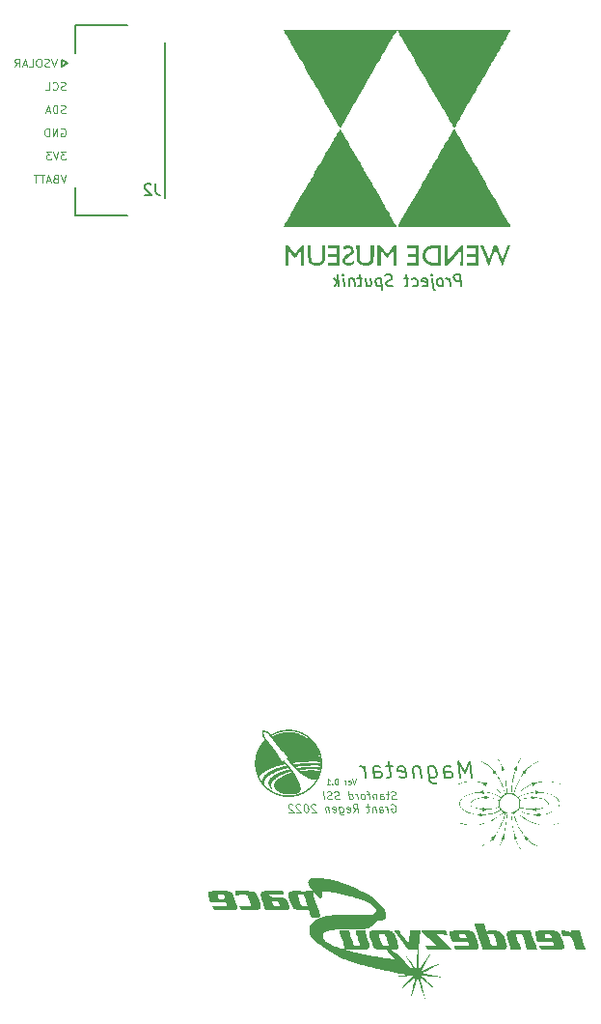
<source format=gbr>
%TF.GenerationSoftware,KiCad,Pcbnew,(6.0.5)*%
%TF.CreationDate,2022-08-19T15:48:38-07:00*%
%TF.ProjectId,Coil_Panels_XY,436f696c-5f50-4616-9e65-6c735f58592e,rev?*%
%TF.SameCoordinates,Original*%
%TF.FileFunction,Legend,Bot*%
%TF.FilePolarity,Positive*%
%FSLAX46Y46*%
G04 Gerber Fmt 4.6, Leading zero omitted, Abs format (unit mm)*
G04 Created by KiCad (PCBNEW (6.0.5)) date 2022-08-19 15:48:38*
%MOMM*%
%LPD*%
G01*
G04 APERTURE LIST*
%ADD10C,0.100000*%
%ADD11C,0.200000*%
%ADD12C,0.150000*%
%ADD13C,0.127000*%
G04 APERTURE END LIST*
D10*
X150292141Y-122650055D02*
X150196308Y-122683388D01*
X150029641Y-122683388D01*
X149958808Y-122650055D01*
X149921308Y-122616722D01*
X149879641Y-122550055D01*
X149871308Y-122483388D01*
X149896308Y-122416722D01*
X149925474Y-122383388D01*
X149987974Y-122350055D01*
X150117141Y-122316722D01*
X150179641Y-122283388D01*
X150208808Y-122250055D01*
X150233808Y-122183388D01*
X150225474Y-122116722D01*
X150183808Y-122050055D01*
X150146308Y-122016722D01*
X150075474Y-121983388D01*
X149908808Y-121983388D01*
X149812974Y-122016722D01*
X149637974Y-122216722D02*
X149371308Y-122216722D01*
X149508808Y-121983388D02*
X149583808Y-122583388D01*
X149558808Y-122650055D01*
X149496308Y-122683388D01*
X149429641Y-122683388D01*
X148896308Y-122683388D02*
X148850474Y-122316722D01*
X148875474Y-122250055D01*
X148937974Y-122216722D01*
X149071308Y-122216722D01*
X149142141Y-122250055D01*
X148892141Y-122650055D02*
X148962974Y-122683388D01*
X149129641Y-122683388D01*
X149192141Y-122650055D01*
X149217141Y-122583388D01*
X149208808Y-122516722D01*
X149167141Y-122450055D01*
X149096308Y-122416722D01*
X148929641Y-122416722D01*
X148858808Y-122383388D01*
X148504641Y-122216722D02*
X148562974Y-122683388D01*
X148512974Y-122283388D02*
X148475474Y-122250055D01*
X148404641Y-122216722D01*
X148304641Y-122216722D01*
X148242141Y-122250055D01*
X148217141Y-122316722D01*
X148262974Y-122683388D01*
X147971308Y-122216722D02*
X147704641Y-122216722D01*
X147929641Y-122683388D02*
X147854641Y-122083388D01*
X147812974Y-122016722D01*
X147742141Y-121983388D01*
X147675474Y-121983388D01*
X147429641Y-122683388D02*
X147492141Y-122650055D01*
X147521308Y-122616722D01*
X147546308Y-122550055D01*
X147521308Y-122350055D01*
X147479641Y-122283388D01*
X147442141Y-122250055D01*
X147371308Y-122216722D01*
X147271308Y-122216722D01*
X147208808Y-122250055D01*
X147179641Y-122283388D01*
X147154641Y-122350055D01*
X147179641Y-122550055D01*
X147221308Y-122616722D01*
X147258808Y-122650055D01*
X147329641Y-122683388D01*
X147429641Y-122683388D01*
X146896308Y-122683388D02*
X146837974Y-122216722D01*
X146854641Y-122350055D02*
X146812974Y-122283388D01*
X146775474Y-122250055D01*
X146704641Y-122216722D01*
X146637974Y-122216722D01*
X146162974Y-122683388D02*
X146075474Y-121983388D01*
X146158808Y-122650055D02*
X146229641Y-122683388D01*
X146362974Y-122683388D01*
X146425474Y-122650055D01*
X146454641Y-122616722D01*
X146479641Y-122550055D01*
X146454641Y-122350055D01*
X146412974Y-122283388D01*
X146375474Y-122250055D01*
X146304641Y-122216722D01*
X146171308Y-122216722D01*
X146108808Y-122250055D01*
X145325474Y-122650055D02*
X145229641Y-122683388D01*
X145062974Y-122683388D01*
X144992141Y-122650055D01*
X144954641Y-122616722D01*
X144912974Y-122550055D01*
X144904641Y-122483388D01*
X144929641Y-122416722D01*
X144958808Y-122383388D01*
X145021308Y-122350055D01*
X145150474Y-122316722D01*
X145212974Y-122283388D01*
X145242141Y-122250055D01*
X145267141Y-122183388D01*
X145258808Y-122116722D01*
X145217141Y-122050055D01*
X145179641Y-122016722D01*
X145108808Y-121983388D01*
X144942141Y-121983388D01*
X144846308Y-122016722D01*
X144658808Y-122650055D02*
X144562974Y-122683388D01*
X144396308Y-122683388D01*
X144325474Y-122650055D01*
X144287974Y-122616722D01*
X144246308Y-122550055D01*
X144237974Y-122483388D01*
X144262974Y-122416722D01*
X144292141Y-122383388D01*
X144354641Y-122350055D01*
X144483808Y-122316722D01*
X144546308Y-122283388D01*
X144575474Y-122250055D01*
X144600474Y-122183388D01*
X144592141Y-122116722D01*
X144550474Y-122050055D01*
X144512974Y-122016722D01*
X144442141Y-121983388D01*
X144275474Y-121983388D01*
X144179641Y-122016722D01*
X143962974Y-122683388D02*
X143875474Y-121983388D01*
X149812974Y-123143722D02*
X149875474Y-123110388D01*
X149975474Y-123110388D01*
X150079641Y-123143722D01*
X150154641Y-123210388D01*
X150196308Y-123277055D01*
X150246308Y-123410388D01*
X150258808Y-123510388D01*
X150242141Y-123643722D01*
X150217141Y-123710388D01*
X150158808Y-123777055D01*
X150062974Y-123810388D01*
X149996308Y-123810388D01*
X149892141Y-123777055D01*
X149854641Y-123743722D01*
X149825474Y-123510388D01*
X149958808Y-123510388D01*
X149562974Y-123810388D02*
X149504641Y-123343722D01*
X149521308Y-123477055D02*
X149479641Y-123410388D01*
X149442141Y-123377055D01*
X149371308Y-123343722D01*
X149304641Y-123343722D01*
X148829641Y-123810388D02*
X148783808Y-123443722D01*
X148808808Y-123377055D01*
X148871308Y-123343722D01*
X149004641Y-123343722D01*
X149075474Y-123377055D01*
X148825474Y-123777055D02*
X148896308Y-123810388D01*
X149062974Y-123810388D01*
X149125474Y-123777055D01*
X149150474Y-123710388D01*
X149142141Y-123643722D01*
X149100474Y-123577055D01*
X149029641Y-123543722D01*
X148862974Y-123543722D01*
X148792141Y-123510388D01*
X148437974Y-123343722D02*
X148496308Y-123810388D01*
X148446308Y-123410388D02*
X148408808Y-123377055D01*
X148337974Y-123343722D01*
X148237974Y-123343722D01*
X148175474Y-123377055D01*
X148150474Y-123443722D01*
X148196308Y-123810388D01*
X147904641Y-123343722D02*
X147637974Y-123343722D01*
X147775474Y-123110388D02*
X147850474Y-123710388D01*
X147825474Y-123777055D01*
X147762974Y-123810388D01*
X147696308Y-123810388D01*
X146529641Y-123810388D02*
X146721308Y-123477055D01*
X146929641Y-123810388D02*
X146842141Y-123110388D01*
X146575474Y-123110388D01*
X146512974Y-123143722D01*
X146483808Y-123177055D01*
X146458808Y-123243722D01*
X146471308Y-123343722D01*
X146512974Y-123410388D01*
X146550474Y-123443722D01*
X146621308Y-123477055D01*
X146887974Y-123477055D01*
X145958808Y-123777055D02*
X146029641Y-123810388D01*
X146162974Y-123810388D01*
X146225474Y-123777055D01*
X146250474Y-123710388D01*
X146217141Y-123443722D01*
X146175474Y-123377055D01*
X146104641Y-123343722D01*
X145971308Y-123343722D01*
X145908808Y-123377055D01*
X145883808Y-123443722D01*
X145892141Y-123510388D01*
X146233808Y-123577055D01*
X145271308Y-123343722D02*
X145342141Y-123910388D01*
X145383808Y-123977055D01*
X145421308Y-124010388D01*
X145492141Y-124043722D01*
X145592141Y-124043722D01*
X145654641Y-124010388D01*
X145325474Y-123777055D02*
X145396308Y-123810388D01*
X145529641Y-123810388D01*
X145592141Y-123777055D01*
X145621308Y-123743722D01*
X145646308Y-123677055D01*
X145621308Y-123477055D01*
X145579641Y-123410388D01*
X145542141Y-123377055D01*
X145471308Y-123343722D01*
X145337974Y-123343722D01*
X145275474Y-123377055D01*
X144725474Y-123777055D02*
X144796308Y-123810388D01*
X144929641Y-123810388D01*
X144992141Y-123777055D01*
X145017141Y-123710388D01*
X144983808Y-123443722D01*
X144942141Y-123377055D01*
X144871308Y-123343722D01*
X144737974Y-123343722D01*
X144675474Y-123377055D01*
X144650474Y-123443722D01*
X144658808Y-123510388D01*
X145000474Y-123577055D01*
X144337974Y-123343722D02*
X144396308Y-123810388D01*
X144346308Y-123410388D02*
X144308808Y-123377055D01*
X144237974Y-123343722D01*
X144137974Y-123343722D01*
X144075474Y-123377055D01*
X144050474Y-123443722D01*
X144096308Y-123810388D01*
X143183808Y-123177055D02*
X143146308Y-123143722D01*
X143075474Y-123110388D01*
X142908808Y-123110388D01*
X142846308Y-123143722D01*
X142817141Y-123177055D01*
X142792141Y-123243722D01*
X142800474Y-123310388D01*
X142846308Y-123410388D01*
X143296308Y-123810388D01*
X142862974Y-123810388D01*
X142342141Y-123110388D02*
X142275474Y-123110388D01*
X142212974Y-123143722D01*
X142183808Y-123177055D01*
X142158808Y-123243722D01*
X142142141Y-123377055D01*
X142162974Y-123543722D01*
X142212974Y-123677055D01*
X142254641Y-123743722D01*
X142292141Y-123777055D01*
X142362974Y-123810388D01*
X142429641Y-123810388D01*
X142492141Y-123777055D01*
X142521308Y-123743722D01*
X142546308Y-123677055D01*
X142562974Y-123543722D01*
X142542141Y-123377055D01*
X142492141Y-123243722D01*
X142450474Y-123177055D01*
X142412974Y-123143722D01*
X142342141Y-123110388D01*
X141850474Y-123177055D02*
X141812974Y-123143722D01*
X141742141Y-123110388D01*
X141575474Y-123110388D01*
X141512974Y-123143722D01*
X141483808Y-123177055D01*
X141458808Y-123243722D01*
X141467141Y-123310388D01*
X141512974Y-123410388D01*
X141962974Y-123810388D01*
X141529641Y-123810388D01*
X141183808Y-123177055D02*
X141146308Y-123143722D01*
X141075474Y-123110388D01*
X140908808Y-123110388D01*
X140846308Y-123143722D01*
X140817141Y-123177055D01*
X140792141Y-123243722D01*
X140800474Y-123310388D01*
X140846308Y-123410388D01*
X141296308Y-123810388D01*
X140862974Y-123810388D01*
D11*
X156910816Y-120808793D02*
X156723316Y-119308793D01*
X156357245Y-120380222D01*
X155723316Y-119308793D01*
X155910816Y-120808793D01*
X154553674Y-120808793D02*
X154455459Y-120023079D01*
X154509031Y-119880222D01*
X154642959Y-119808793D01*
X154928674Y-119808793D01*
X155080459Y-119880222D01*
X154544745Y-120737364D02*
X154696531Y-120808793D01*
X155053674Y-120808793D01*
X155187602Y-120737364D01*
X155241174Y-120594507D01*
X155223316Y-120451650D01*
X155134031Y-120308793D01*
X154982245Y-120237364D01*
X154625102Y-120237364D01*
X154473316Y-120165936D01*
X153071531Y-119808793D02*
X153223316Y-121023079D01*
X153312602Y-121165936D01*
X153392959Y-121237364D01*
X153544745Y-121308793D01*
X153759031Y-121308793D01*
X153892959Y-121237364D01*
X153187602Y-120737364D02*
X153339388Y-120808793D01*
X153625102Y-120808793D01*
X153759031Y-120737364D01*
X153821531Y-120665936D01*
X153875102Y-120523079D01*
X153821531Y-120094507D01*
X153732245Y-119951650D01*
X153651888Y-119880222D01*
X153500102Y-119808793D01*
X153214388Y-119808793D01*
X153080459Y-119880222D01*
X152357245Y-119808793D02*
X152482245Y-120808793D01*
X152375102Y-119951650D02*
X152294745Y-119880222D01*
X152142959Y-119808793D01*
X151928674Y-119808793D01*
X151794745Y-119880222D01*
X151741174Y-120023079D01*
X151839388Y-120808793D01*
X150544745Y-120737364D02*
X150696531Y-120808793D01*
X150982245Y-120808793D01*
X151116174Y-120737364D01*
X151169745Y-120594507D01*
X151098316Y-120023079D01*
X151009031Y-119880222D01*
X150857245Y-119808793D01*
X150571531Y-119808793D01*
X150437602Y-119880222D01*
X150384031Y-120023079D01*
X150401888Y-120165936D01*
X151134031Y-120308793D01*
X149928674Y-119808793D02*
X149357245Y-119808793D01*
X149651888Y-119308793D02*
X149812602Y-120594507D01*
X149759031Y-120737364D01*
X149625102Y-120808793D01*
X149482245Y-120808793D01*
X148339388Y-120808793D02*
X148241174Y-120023079D01*
X148294745Y-119880222D01*
X148428674Y-119808793D01*
X148714388Y-119808793D01*
X148866174Y-119880222D01*
X148330459Y-120737364D02*
X148482245Y-120808793D01*
X148839388Y-120808793D01*
X148973316Y-120737364D01*
X149026888Y-120594507D01*
X149009031Y-120451650D01*
X148919745Y-120308793D01*
X148767959Y-120237364D01*
X148410816Y-120237364D01*
X148259031Y-120165936D01*
X147625102Y-120808793D02*
X147500102Y-119808793D01*
X147535816Y-120094507D02*
X147446531Y-119951650D01*
X147366174Y-119880222D01*
X147214388Y-119808793D01*
X147071531Y-119808793D01*
D10*
X146770236Y-120876412D02*
X146603569Y-121376412D01*
X146436903Y-120876412D01*
X146079760Y-121352602D02*
X146127379Y-121376412D01*
X146222617Y-121376412D01*
X146270236Y-121352602D01*
X146294046Y-121304983D01*
X146294046Y-121114507D01*
X146270236Y-121066888D01*
X146222617Y-121043079D01*
X146127379Y-121043079D01*
X146079760Y-121066888D01*
X146055950Y-121114507D01*
X146055950Y-121162126D01*
X146294046Y-121209745D01*
X145841665Y-121376412D02*
X145841665Y-121043079D01*
X145841665Y-121138317D02*
X145817855Y-121090698D01*
X145794046Y-121066888D01*
X145746427Y-121043079D01*
X145698808Y-121043079D01*
X145055950Y-120876412D02*
X145008331Y-120876412D01*
X144960712Y-120900222D01*
X144936903Y-120924031D01*
X144913093Y-120971650D01*
X144889284Y-121066888D01*
X144889284Y-121185936D01*
X144913093Y-121281174D01*
X144936903Y-121328793D01*
X144960712Y-121352602D01*
X145008331Y-121376412D01*
X145055950Y-121376412D01*
X145103569Y-121352602D01*
X145127379Y-121328793D01*
X145151188Y-121281174D01*
X145174998Y-121185936D01*
X145174998Y-121066888D01*
X145151188Y-120971650D01*
X145127379Y-120924031D01*
X145103569Y-120900222D01*
X145055950Y-120876412D01*
X144674998Y-121328793D02*
X144651188Y-121352602D01*
X144674998Y-121376412D01*
X144698808Y-121352602D01*
X144674998Y-121328793D01*
X144674998Y-121376412D01*
X144174998Y-121376412D02*
X144460712Y-121376412D01*
X144317855Y-121376412D02*
X144317855Y-120876412D01*
X144365474Y-120947841D01*
X144413093Y-120995460D01*
X144460712Y-121019269D01*
X121304666Y-67942666D02*
X121071333Y-68642666D01*
X120838000Y-67942666D01*
X120371333Y-68276000D02*
X120271333Y-68309333D01*
X120238000Y-68342666D01*
X120204666Y-68409333D01*
X120204666Y-68509333D01*
X120238000Y-68576000D01*
X120271333Y-68609333D01*
X120338000Y-68642666D01*
X120604666Y-68642666D01*
X120604666Y-67942666D01*
X120371333Y-67942666D01*
X120304666Y-67976000D01*
X120271333Y-68009333D01*
X120238000Y-68076000D01*
X120238000Y-68142666D01*
X120271333Y-68209333D01*
X120304666Y-68242666D01*
X120371333Y-68276000D01*
X120604666Y-68276000D01*
X119938000Y-68442666D02*
X119604666Y-68442666D01*
X120004666Y-68642666D02*
X119771333Y-67942666D01*
X119538000Y-68642666D01*
X119404666Y-67942666D02*
X119004666Y-67942666D01*
X119204666Y-68642666D02*
X119204666Y-67942666D01*
X118871333Y-67942666D02*
X118471333Y-67942666D01*
X118671333Y-68642666D02*
X118671333Y-67942666D01*
X121246000Y-62513333D02*
X121146000Y-62546666D01*
X120979333Y-62546666D01*
X120912666Y-62513333D01*
X120879333Y-62480000D01*
X120846000Y-62413333D01*
X120846000Y-62346666D01*
X120879333Y-62280000D01*
X120912666Y-62246666D01*
X120979333Y-62213333D01*
X121112666Y-62180000D01*
X121179333Y-62146666D01*
X121212666Y-62113333D01*
X121246000Y-62046666D01*
X121246000Y-61980000D01*
X121212666Y-61913333D01*
X121179333Y-61880000D01*
X121112666Y-61846666D01*
X120946000Y-61846666D01*
X120846000Y-61880000D01*
X120546000Y-62546666D02*
X120546000Y-61846666D01*
X120379333Y-61846666D01*
X120279333Y-61880000D01*
X120212666Y-61946666D01*
X120179333Y-62013333D01*
X120146000Y-62146666D01*
X120146000Y-62246666D01*
X120179333Y-62380000D01*
X120212666Y-62446666D01*
X120279333Y-62513333D01*
X120379333Y-62546666D01*
X120546000Y-62546666D01*
X119879333Y-62346666D02*
X119546000Y-62346666D01*
X119946000Y-62546666D02*
X119712666Y-61846666D01*
X119479333Y-62546666D01*
X121262666Y-65910666D02*
X120829333Y-65910666D01*
X121062666Y-66177333D01*
X120962666Y-66177333D01*
X120896000Y-66210666D01*
X120862666Y-66244000D01*
X120829333Y-66310666D01*
X120829333Y-66477333D01*
X120862666Y-66544000D01*
X120896000Y-66577333D01*
X120962666Y-66610666D01*
X121162666Y-66610666D01*
X121229333Y-66577333D01*
X121262666Y-66544000D01*
X120629333Y-65910666D02*
X120396000Y-66610666D01*
X120162666Y-65910666D01*
X119996000Y-65910666D02*
X119562666Y-65910666D01*
X119796000Y-66177333D01*
X119696000Y-66177333D01*
X119629333Y-66210666D01*
X119596000Y-66244000D01*
X119562666Y-66310666D01*
X119562666Y-66477333D01*
X119596000Y-66544000D01*
X119629333Y-66577333D01*
X119696000Y-66610666D01*
X119896000Y-66610666D01*
X119962666Y-66577333D01*
X119996000Y-66544000D01*
X121229333Y-60481333D02*
X121129333Y-60514666D01*
X120962666Y-60514666D01*
X120896000Y-60481333D01*
X120862666Y-60448000D01*
X120829333Y-60381333D01*
X120829333Y-60314666D01*
X120862666Y-60248000D01*
X120896000Y-60214666D01*
X120962666Y-60181333D01*
X121096000Y-60148000D01*
X121162666Y-60114666D01*
X121196000Y-60081333D01*
X121229333Y-60014666D01*
X121229333Y-59948000D01*
X121196000Y-59881333D01*
X121162666Y-59848000D01*
X121096000Y-59814666D01*
X120929333Y-59814666D01*
X120829333Y-59848000D01*
X120129333Y-60448000D02*
X120162666Y-60481333D01*
X120262666Y-60514666D01*
X120329333Y-60514666D01*
X120429333Y-60481333D01*
X120496000Y-60414666D01*
X120529333Y-60348000D01*
X120562666Y-60214666D01*
X120562666Y-60114666D01*
X120529333Y-59981333D01*
X120496000Y-59914666D01*
X120429333Y-59848000D01*
X120329333Y-59814666D01*
X120262666Y-59814666D01*
X120162666Y-59848000D01*
X120129333Y-59881333D01*
X119496000Y-60514666D02*
X119829333Y-60514666D01*
X119829333Y-59814666D01*
X120879333Y-63912000D02*
X120946000Y-63878666D01*
X121046000Y-63878666D01*
X121146000Y-63912000D01*
X121212666Y-63978666D01*
X121246000Y-64045333D01*
X121279333Y-64178666D01*
X121279333Y-64278666D01*
X121246000Y-64412000D01*
X121212666Y-64478666D01*
X121146000Y-64545333D01*
X121046000Y-64578666D01*
X120979333Y-64578666D01*
X120879333Y-64545333D01*
X120846000Y-64512000D01*
X120846000Y-64278666D01*
X120979333Y-64278666D01*
X120546000Y-64578666D02*
X120546000Y-63878666D01*
X120146000Y-64578666D01*
X120146000Y-63878666D01*
X119812666Y-64578666D02*
X119812666Y-63878666D01*
X119646000Y-63878666D01*
X119546000Y-63912000D01*
X119479333Y-63978666D01*
X119446000Y-64045333D01*
X119412666Y-64178666D01*
X119412666Y-64278666D01*
X119446000Y-64412000D01*
X119479333Y-64478666D01*
X119546000Y-64545333D01*
X119646000Y-64578666D01*
X119812666Y-64578666D01*
X120484666Y-57782666D02*
X120251333Y-58482666D01*
X120018000Y-57782666D01*
X119818000Y-58449333D02*
X119718000Y-58482666D01*
X119551333Y-58482666D01*
X119484666Y-58449333D01*
X119451333Y-58416000D01*
X119418000Y-58349333D01*
X119418000Y-58282666D01*
X119451333Y-58216000D01*
X119484666Y-58182666D01*
X119551333Y-58149333D01*
X119684666Y-58116000D01*
X119751333Y-58082666D01*
X119784666Y-58049333D01*
X119818000Y-57982666D01*
X119818000Y-57916000D01*
X119784666Y-57849333D01*
X119751333Y-57816000D01*
X119684666Y-57782666D01*
X119518000Y-57782666D01*
X119418000Y-57816000D01*
X118984666Y-57782666D02*
X118851333Y-57782666D01*
X118784666Y-57816000D01*
X118718000Y-57882666D01*
X118684666Y-58016000D01*
X118684666Y-58249333D01*
X118718000Y-58382666D01*
X118784666Y-58449333D01*
X118851333Y-58482666D01*
X118984666Y-58482666D01*
X119051333Y-58449333D01*
X119118000Y-58382666D01*
X119151333Y-58249333D01*
X119151333Y-58016000D01*
X119118000Y-57882666D01*
X119051333Y-57816000D01*
X118984666Y-57782666D01*
X118051333Y-58482666D02*
X118384666Y-58482666D01*
X118384666Y-57782666D01*
X117851333Y-58282666D02*
X117518000Y-58282666D01*
X117918000Y-58482666D02*
X117684666Y-57782666D01*
X117451333Y-58482666D01*
X116818000Y-58482666D02*
X117051333Y-58149333D01*
X117218000Y-58482666D02*
X117218000Y-57782666D01*
X116951333Y-57782666D01*
X116884666Y-57816000D01*
X116851333Y-57849333D01*
X116818000Y-57916000D01*
X116818000Y-58016000D01*
X116851333Y-58082666D01*
X116884666Y-58116000D01*
X116951333Y-58149333D01*
X117218000Y-58149333D01*
D12*
%TO.C,REF\u002A\u002A*%
X156010291Y-77706380D02*
X155885291Y-76706380D01*
X155504339Y-76706380D01*
X155415053Y-76754000D01*
X155373386Y-76801619D01*
X155337672Y-76896857D01*
X155355529Y-77039714D01*
X155415053Y-77134952D01*
X155468625Y-77182571D01*
X155569815Y-77230190D01*
X155950767Y-77230190D01*
X155010291Y-77706380D02*
X154926958Y-77039714D01*
X154950767Y-77230190D02*
X154891244Y-77134952D01*
X154837672Y-77087333D01*
X154736482Y-77039714D01*
X154641244Y-77039714D01*
X154248386Y-77706380D02*
X154337672Y-77658761D01*
X154379339Y-77611142D01*
X154415053Y-77515904D01*
X154379339Y-77230190D01*
X154319815Y-77134952D01*
X154266244Y-77087333D01*
X154165053Y-77039714D01*
X154022196Y-77039714D01*
X153932910Y-77087333D01*
X153891244Y-77134952D01*
X153855529Y-77230190D01*
X153891244Y-77515904D01*
X153950767Y-77611142D01*
X154004339Y-77658761D01*
X154105529Y-77706380D01*
X154248386Y-77706380D01*
X153403148Y-77039714D02*
X153510291Y-77896857D01*
X153569815Y-77992095D01*
X153671005Y-78039714D01*
X153718625Y-78039714D01*
X153361482Y-76706380D02*
X153415053Y-76754000D01*
X153373386Y-76801619D01*
X153319815Y-76754000D01*
X153361482Y-76706380D01*
X153373386Y-76801619D01*
X152623386Y-77658761D02*
X152724577Y-77706380D01*
X152915053Y-77706380D01*
X153004339Y-77658761D01*
X153040053Y-77563523D01*
X152992434Y-77182571D01*
X152932910Y-77087333D01*
X152831720Y-77039714D01*
X152641244Y-77039714D01*
X152551958Y-77087333D01*
X152516244Y-77182571D01*
X152528148Y-77277809D01*
X153016244Y-77373047D01*
X151718625Y-77658761D02*
X151819815Y-77706380D01*
X152010291Y-77706380D01*
X152099577Y-77658761D01*
X152141244Y-77611142D01*
X152176958Y-77515904D01*
X152141244Y-77230190D01*
X152081720Y-77134952D01*
X152028148Y-77087333D01*
X151926958Y-77039714D01*
X151736482Y-77039714D01*
X151647196Y-77087333D01*
X151355529Y-77039714D02*
X150974577Y-77039714D01*
X151171005Y-76706380D02*
X151278148Y-77563523D01*
X151242434Y-77658761D01*
X151153148Y-77706380D01*
X151057910Y-77706380D01*
X150004339Y-77658761D02*
X149867434Y-77706380D01*
X149629339Y-77706380D01*
X149528148Y-77658761D01*
X149474577Y-77611142D01*
X149415053Y-77515904D01*
X149403148Y-77420666D01*
X149438863Y-77325428D01*
X149480529Y-77277809D01*
X149569815Y-77230190D01*
X149754339Y-77182571D01*
X149843625Y-77134952D01*
X149885291Y-77087333D01*
X149921005Y-76992095D01*
X149909101Y-76896857D01*
X149849577Y-76801619D01*
X149796005Y-76754000D01*
X149694815Y-76706380D01*
X149456720Y-76706380D01*
X149319815Y-76754000D01*
X148926958Y-77039714D02*
X149051958Y-78039714D01*
X148932910Y-77087333D02*
X148831720Y-77039714D01*
X148641244Y-77039714D01*
X148551958Y-77087333D01*
X148510291Y-77134952D01*
X148474577Y-77230190D01*
X148510291Y-77515904D01*
X148569815Y-77611142D01*
X148623386Y-77658761D01*
X148724577Y-77706380D01*
X148915053Y-77706380D01*
X149004339Y-77658761D01*
X147593625Y-77039714D02*
X147676958Y-77706380D01*
X148022196Y-77039714D02*
X148087672Y-77563523D01*
X148051958Y-77658761D01*
X147962672Y-77706380D01*
X147819815Y-77706380D01*
X147718625Y-77658761D01*
X147665053Y-77611142D01*
X147260291Y-77039714D02*
X146879339Y-77039714D01*
X147075767Y-76706380D02*
X147182910Y-77563523D01*
X147147196Y-77658761D01*
X147057910Y-77706380D01*
X146962672Y-77706380D01*
X146546005Y-77039714D02*
X146629339Y-77706380D01*
X146557910Y-77134952D02*
X146504339Y-77087333D01*
X146403148Y-77039714D01*
X146260291Y-77039714D01*
X146171005Y-77087333D01*
X146135291Y-77182571D01*
X146200767Y-77706380D01*
X145724577Y-77706380D02*
X145641244Y-77039714D01*
X145599577Y-76706380D02*
X145653148Y-76754000D01*
X145611482Y-76801619D01*
X145557910Y-76754000D01*
X145599577Y-76706380D01*
X145611482Y-76801619D01*
X145248386Y-77706380D02*
X145123386Y-76706380D01*
X145105529Y-77325428D02*
X144867434Y-77706380D01*
X144784101Y-77039714D02*
X145212672Y-77420666D01*
%TO.C,J2*%
X129177333Y-68718380D02*
X129177333Y-69432666D01*
X129224952Y-69575523D01*
X129320190Y-69670761D01*
X129463047Y-69718380D01*
X129558285Y-69718380D01*
X128748761Y-68813619D02*
X128701142Y-68766000D01*
X128605904Y-68718380D01*
X128367809Y-68718380D01*
X128272571Y-68766000D01*
X128224952Y-68813619D01*
X128177333Y-68908857D01*
X128177333Y-69004095D01*
X128224952Y-69146952D01*
X128796380Y-69718380D01*
X128177333Y-69718380D01*
%TO.C,REF\u002A\u002A*%
G36*
X152276128Y-75895133D02*
G01*
X151251302Y-75895133D01*
X151255776Y-75780256D01*
X151260249Y-75665379D01*
X151643065Y-75673054D01*
X152025882Y-75680729D01*
X152025882Y-75144395D01*
X151306424Y-75144395D01*
X151306424Y-74894148D01*
X152025882Y-74894148D01*
X152025882Y-74393656D01*
X151275143Y-74393656D01*
X151275143Y-74143409D01*
X152276128Y-74143409D01*
X152276128Y-75895133D01*
G37*
G36*
X158160811Y-74740774D02*
G01*
X158398084Y-75338139D01*
X158483456Y-75123964D01*
X158527267Y-75014880D01*
X158588515Y-74863606D01*
X158657502Y-74694100D01*
X158726010Y-74526599D01*
X158883191Y-74143409D01*
X159118103Y-74143409D01*
X159267033Y-74510959D01*
X159323858Y-74651054D01*
X159394139Y-74823998D01*
X159458901Y-74983046D01*
X159509173Y-75106149D01*
X159602383Y-75333790D01*
X159841463Y-74738600D01*
X160080542Y-74143409D01*
X160341897Y-74143409D01*
X160000125Y-74991011D01*
X159977254Y-75047699D01*
X159891157Y-75260478D01*
X159812965Y-75452777D01*
X159745760Y-75617081D01*
X159692624Y-75745874D01*
X159656639Y-75831643D01*
X159640887Y-75866873D01*
X159636650Y-75872839D01*
X159599072Y-75895133D01*
X159589714Y-75883194D01*
X159558487Y-75821932D01*
X159509967Y-75715743D01*
X159447682Y-75572631D01*
X159375160Y-75400597D01*
X159295931Y-75207642D01*
X159243777Y-75079701D01*
X159169335Y-74899539D01*
X159104464Y-74745472D01*
X159052585Y-74625496D01*
X159017123Y-74547606D01*
X159001498Y-74519798D01*
X158996588Y-74526442D01*
X158971174Y-74579350D01*
X158928054Y-74678229D01*
X158870716Y-74814829D01*
X158802650Y-74980899D01*
X158727344Y-75168188D01*
X158687067Y-75269190D01*
X158604100Y-75476173D01*
X158539858Y-75633577D01*
X158491363Y-75747518D01*
X158455634Y-75824108D01*
X158429692Y-75869460D01*
X158410556Y-75889689D01*
X158395248Y-75890909D01*
X158380788Y-75879232D01*
X158366999Y-75853368D01*
X158332395Y-75776374D01*
X158281576Y-75657797D01*
X158218207Y-75506667D01*
X158145952Y-75332013D01*
X158068474Y-75142862D01*
X157989439Y-74948246D01*
X157912510Y-74757192D01*
X157841351Y-74578729D01*
X157779627Y-74421888D01*
X157731002Y-74295696D01*
X157699140Y-74209183D01*
X157687705Y-74171377D01*
X157689714Y-74166238D01*
X157729963Y-74149968D01*
X157805621Y-74143409D01*
X157923537Y-74143409D01*
X158160811Y-74740774D01*
G37*
G36*
X150960721Y-55218574D02*
G01*
X151734762Y-55218753D01*
X152490789Y-55219070D01*
X153226458Y-55219519D01*
X153939423Y-55220095D01*
X154627340Y-55220791D01*
X155287864Y-55221603D01*
X155918651Y-55222524D01*
X156517356Y-55223550D01*
X157081635Y-55224675D01*
X157609143Y-55225893D01*
X158097535Y-55227199D01*
X158544468Y-55228587D01*
X158947595Y-55230052D01*
X159304573Y-55231588D01*
X159613056Y-55233190D01*
X159870702Y-55234852D01*
X160075164Y-55236569D01*
X160224098Y-55238335D01*
X160315160Y-55240145D01*
X160346005Y-55241993D01*
X160344222Y-55250791D01*
X160329327Y-55286287D01*
X160296935Y-55349589D01*
X160244168Y-55445899D01*
X160168144Y-55580421D01*
X160065984Y-55758358D01*
X159934809Y-55984912D01*
X159928427Y-55995907D01*
X159817976Y-56186383D01*
X159692274Y-56403465D01*
X159566309Y-56621254D01*
X159455069Y-56813853D01*
X159446317Y-56829022D01*
X159334762Y-57022336D01*
X159211181Y-57236463D01*
X159090003Y-57446402D01*
X158985657Y-57627153D01*
X158974937Y-57645722D01*
X158918242Y-57743937D01*
X158833565Y-57890635D01*
X158723465Y-58081385D01*
X158590499Y-58311755D01*
X158437226Y-58577312D01*
X158266204Y-58873624D01*
X158079991Y-59196259D01*
X157881145Y-59540786D01*
X157672224Y-59902771D01*
X157455786Y-60277783D01*
X157234389Y-60661390D01*
X157160408Y-60789569D01*
X156942215Y-61167543D01*
X156730808Y-61533665D01*
X156528635Y-61883700D01*
X156338144Y-62213416D01*
X156161782Y-62518578D01*
X156001996Y-62794953D01*
X155861235Y-63038307D01*
X155741946Y-63244405D01*
X155646576Y-63409014D01*
X155577574Y-63527900D01*
X155537386Y-63596830D01*
X155365903Y-63889044D01*
X155270976Y-63721953D01*
X155269462Y-63719296D01*
X155239469Y-63667068D01*
X155180193Y-63564178D01*
X155093447Y-63413764D01*
X154981043Y-63218961D01*
X154844790Y-62982906D01*
X154686501Y-62708737D01*
X154507987Y-62399589D01*
X154311059Y-62058599D01*
X154097529Y-61688904D01*
X153869208Y-61293642D01*
X153627907Y-60875947D01*
X153375438Y-60438958D01*
X153113612Y-59985810D01*
X152844240Y-59519641D01*
X152807012Y-59455216D01*
X152539196Y-58991710D01*
X152279535Y-58542246D01*
X152029811Y-58109910D01*
X151791805Y-57697789D01*
X151567297Y-57308970D01*
X151358069Y-56946538D01*
X151165902Y-56613579D01*
X150992576Y-56313180D01*
X150839873Y-56048427D01*
X150709574Y-55822407D01*
X150603460Y-55638205D01*
X150523312Y-55498908D01*
X150470910Y-55407603D01*
X150448036Y-55367374D01*
X150430874Y-55337164D01*
X150391183Y-55275235D01*
X150368000Y-55250820D01*
X150364851Y-55254806D01*
X150335933Y-55301198D01*
X150278793Y-55396682D01*
X150195591Y-55537553D01*
X150088486Y-55720107D01*
X149959638Y-55940638D01*
X149811206Y-56195440D01*
X149645351Y-56480808D01*
X149464231Y-56793037D01*
X149270007Y-57128421D01*
X149064837Y-57483255D01*
X148850882Y-57853834D01*
X148726334Y-58069707D01*
X148477014Y-58501813D01*
X148218497Y-58949819D01*
X147955279Y-59405936D01*
X147691855Y-59862378D01*
X147432720Y-60311355D01*
X147182369Y-60745080D01*
X146945297Y-61155765D01*
X146726000Y-61535622D01*
X146528972Y-61876862D01*
X146358708Y-62171698D01*
X145368012Y-63887040D01*
X145235735Y-63658390D01*
X145172168Y-63548672D01*
X145084184Y-63397071D01*
X144987525Y-63230723D01*
X144894030Y-63070010D01*
X144833860Y-62966426D01*
X144744523Y-62812257D01*
X144633868Y-62621047D01*
X144507001Y-62401624D01*
X144369025Y-62162819D01*
X144225045Y-61913460D01*
X144080167Y-61662375D01*
X143954298Y-61444189D01*
X143790589Y-61160468D01*
X143607426Y-60843086D01*
X143411035Y-60502825D01*
X143207638Y-60150467D01*
X143003460Y-59796794D01*
X142804723Y-59452588D01*
X142617651Y-59128631D01*
X142561622Y-59031612D01*
X142391465Y-58736967D01*
X142224564Y-58447954D01*
X142064923Y-58171508D01*
X141916547Y-57914564D01*
X141783440Y-57684056D01*
X141669607Y-57486921D01*
X141579053Y-57330091D01*
X141515782Y-57220503D01*
X141453376Y-57112480D01*
X141350143Y-56933971D01*
X141228771Y-56724246D01*
X141096748Y-56496241D01*
X140961565Y-56262894D01*
X140830711Y-56037142D01*
X140813902Y-56008130D01*
X140700863Y-55811916D01*
X140599410Y-55633923D01*
X140513541Y-55481308D01*
X140447256Y-55361228D01*
X140404552Y-55280840D01*
X140389429Y-55247302D01*
X140394638Y-55246208D01*
X140450816Y-55243602D01*
X140567468Y-55241099D01*
X140743115Y-55238705D01*
X140976275Y-55236422D01*
X141265465Y-55234256D01*
X141609207Y-55232210D01*
X142006017Y-55230289D01*
X142454416Y-55228498D01*
X142952921Y-55226839D01*
X143500052Y-55225319D01*
X144094328Y-55223940D01*
X144734267Y-55222707D01*
X145418388Y-55221625D01*
X146145211Y-55220698D01*
X146913253Y-55219930D01*
X147721035Y-55219325D01*
X148567074Y-55218888D01*
X149449889Y-55218622D01*
X150368000Y-55218533D01*
X150960721Y-55218574D01*
G37*
G36*
X153778780Y-75895133D02*
G01*
X153603454Y-75893811D01*
X153457725Y-75888420D01*
X153347452Y-75877493D01*
X153258472Y-75859574D01*
X153176624Y-75833207D01*
X152997274Y-75746291D01*
X152829792Y-75607919D01*
X152697372Y-75421403D01*
X152656457Y-75342349D01*
X152623660Y-75252647D01*
X152608659Y-75153818D01*
X152605370Y-75019271D01*
X152606316Y-74954204D01*
X152608843Y-74922871D01*
X152872103Y-74922871D01*
X152875579Y-75047057D01*
X152888258Y-75161473D01*
X152944144Y-75340841D01*
X153043708Y-75477899D01*
X153189027Y-75576157D01*
X153243395Y-75597976D01*
X153407118Y-75637010D01*
X153629022Y-75661869D01*
X153934010Y-75683608D01*
X153934072Y-75030811D01*
X153934133Y-74378015D01*
X153613444Y-74393991D01*
X153417717Y-74410356D01*
X153251505Y-74443859D01*
X153125126Y-74498534D01*
X153027247Y-74579441D01*
X152946534Y-74691638D01*
X152910992Y-74756664D01*
X152882180Y-74834726D01*
X152872103Y-74922871D01*
X152608843Y-74922871D01*
X152616317Y-74830214D01*
X152641808Y-74730479D01*
X152688470Y-74628262D01*
X152793449Y-74464186D01*
X152928867Y-74333460D01*
X153105069Y-74233078D01*
X153141542Y-74217572D01*
X153213033Y-74193559D01*
X153295605Y-74176435D01*
X153402127Y-74164500D01*
X153545471Y-74156054D01*
X153738505Y-74149396D01*
X154215537Y-74135802D01*
X154215537Y-75895133D01*
X153778780Y-75895133D01*
G37*
G36*
X147083518Y-74780447D02*
G01*
X147083541Y-74850939D01*
X147084192Y-75050427D01*
X147086358Y-75199172D01*
X147090866Y-75306282D01*
X147098542Y-75380865D01*
X147110213Y-75432029D01*
X147126704Y-75468881D01*
X147148841Y-75500530D01*
X147232124Y-75582569D01*
X147383583Y-75659136D01*
X147568370Y-75685105D01*
X147668386Y-75678162D01*
X147838842Y-75624904D01*
X147975094Y-75519759D01*
X147980406Y-75513727D01*
X148000217Y-75485210D01*
X148015148Y-75446666D01*
X148026072Y-75389340D01*
X148033862Y-75304476D01*
X148039390Y-75183318D01*
X148043531Y-75017110D01*
X148047158Y-74797098D01*
X148056734Y-74143409D01*
X148341840Y-74143409D01*
X148329651Y-74792486D01*
X148327528Y-74902492D01*
X148323082Y-75095207D01*
X148317831Y-75239609D01*
X148310685Y-75345387D01*
X148300548Y-75422231D01*
X148286330Y-75479830D01*
X148266936Y-75527873D01*
X148241275Y-75576051D01*
X148160332Y-75686917D01*
X148017293Y-75799163D01*
X147824116Y-75881386D01*
X147680469Y-75912245D01*
X147477903Y-75913412D01*
X147283319Y-75870162D01*
X147108960Y-75787130D01*
X146967072Y-75668949D01*
X146869897Y-75520253D01*
X146864258Y-75505979D01*
X146847095Y-75439160D01*
X146833562Y-75340520D01*
X146823026Y-75202376D01*
X146814849Y-75017045D01*
X146808396Y-74776845D01*
X146794794Y-74143409D01*
X147083518Y-74143409D01*
X147083518Y-74780447D01*
G37*
G36*
X146246390Y-74164434D02*
G01*
X146354721Y-74204705D01*
X146462772Y-74302184D01*
X146535441Y-74442683D01*
X146559339Y-74609266D01*
X146558567Y-74633479D01*
X146544498Y-74725061D01*
X146507024Y-74806447D01*
X146438195Y-74887543D01*
X146330059Y-74978255D01*
X146174665Y-75088487D01*
X146100733Y-75139130D01*
X145981816Y-75225230D01*
X145903866Y-75292670D01*
X145858530Y-75350958D01*
X145837455Y-75409600D01*
X145832286Y-75478100D01*
X145839980Y-75535430D01*
X145890181Y-75617657D01*
X145977232Y-75668095D01*
X146089508Y-75685747D01*
X146215383Y-75669617D01*
X146343232Y-75618709D01*
X146461428Y-75532026D01*
X146551744Y-75445498D01*
X146551744Y-75606951D01*
X146550756Y-75672496D01*
X146540419Y-75742354D01*
X146510295Y-75784734D01*
X146450082Y-75821361D01*
X146449121Y-75821860D01*
X146350110Y-75866177D01*
X146254577Y-75898742D01*
X146124298Y-75918746D01*
X145954104Y-75901830D01*
X145805367Y-75838702D01*
X145687517Y-75735842D01*
X145609985Y-75599726D01*
X145582200Y-75436835D01*
X145582889Y-75411368D01*
X145614370Y-75269542D01*
X145695734Y-75137555D01*
X145831120Y-75010221D01*
X146024667Y-74882351D01*
X146060594Y-74860858D01*
X146204176Y-74756244D01*
X146294559Y-74655340D01*
X146330998Y-74562593D01*
X146312747Y-74482452D01*
X146239061Y-74419365D01*
X146109196Y-74377782D01*
X146090700Y-74374818D01*
X146016176Y-74373935D01*
X145930105Y-74393697D01*
X145818672Y-74438308D01*
X145668062Y-74511969D01*
X145660391Y-74507895D01*
X145649059Y-74461499D01*
X145644601Y-74379026D01*
X145645144Y-74331879D01*
X145654746Y-74261935D01*
X145686436Y-74221743D01*
X145753079Y-74188734D01*
X145806184Y-74170693D01*
X145948099Y-74146791D01*
X146102842Y-74144917D01*
X146246390Y-74164434D01*
G37*
G36*
X140708144Y-74143466D02*
G01*
X140755338Y-74147192D01*
X140797548Y-74162225D01*
X140843469Y-74196170D01*
X140901794Y-74256629D01*
X140981220Y-74351204D01*
X141090439Y-74487498D01*
X141125296Y-74531057D01*
X141222210Y-74649262D01*
X141303846Y-74744652D01*
X141362486Y-74808378D01*
X141390414Y-74831587D01*
X141395941Y-74828823D01*
X141435114Y-74790927D01*
X141502391Y-74715507D01*
X141590055Y-74611413D01*
X141690390Y-74487498D01*
X141715910Y-74455437D01*
X141818237Y-74328418D01*
X141892573Y-74241541D01*
X141947613Y-74187205D01*
X141992050Y-74157806D01*
X142034579Y-74145741D01*
X142083894Y-74143409D01*
X142203715Y-74143409D01*
X142203715Y-75895133D01*
X141953468Y-75895133D01*
X141953468Y-74543490D01*
X141686606Y-74875223D01*
X141659239Y-74909063D01*
X141562297Y-75025941D01*
X141480109Y-75120527D01*
X141420641Y-75183855D01*
X141391859Y-75206956D01*
X141388329Y-75205649D01*
X141351877Y-75172292D01*
X141286924Y-75100691D01*
X141201464Y-74999933D01*
X141103488Y-74879103D01*
X140843000Y-74551249D01*
X140826140Y-75895133D01*
X140577114Y-75895133D01*
X140577114Y-74143409D01*
X140696934Y-74143409D01*
X140708144Y-74143466D01*
G37*
G36*
X156186227Y-75895133D02*
G01*
X155933565Y-75895133D01*
X155942593Y-75238203D01*
X155943415Y-75171534D01*
X155944650Y-74983899D01*
X155944123Y-74822849D01*
X155941964Y-74697377D01*
X155938303Y-74616473D01*
X155933267Y-74589127D01*
X155933013Y-74589263D01*
X155906789Y-74615918D01*
X155845320Y-74683412D01*
X155754091Y-74785567D01*
X155638589Y-74916207D01*
X155504300Y-75069156D01*
X155356711Y-75238237D01*
X155270911Y-75336714D01*
X155121820Y-75506855D01*
X155005275Y-75637464D01*
X154915735Y-75733865D01*
X154847654Y-75801383D01*
X154795491Y-75845343D01*
X154753701Y-75871068D01*
X154716741Y-75883882D01*
X154679068Y-75889112D01*
X154559626Y-75898731D01*
X154559626Y-74143409D01*
X154809872Y-74143409D01*
X154809872Y-75493518D01*
X155390645Y-74826284D01*
X155431115Y-74779814D01*
X155594914Y-74592597D01*
X155724527Y-74446701D01*
X155825214Y-74336951D01*
X155902234Y-74258175D01*
X155960846Y-74205199D01*
X156006309Y-74172850D01*
X156043881Y-74155955D01*
X156078823Y-74149341D01*
X156186227Y-74139633D01*
X156186227Y-75895133D01*
G37*
G36*
X150305439Y-75895133D02*
G01*
X150020464Y-75895133D01*
X150030008Y-75225537D01*
X150031004Y-75147621D01*
X150032400Y-74959453D01*
X150032159Y-74798392D01*
X150030380Y-74673299D01*
X150027164Y-74593035D01*
X150022609Y-74566459D01*
X150021279Y-74567533D01*
X149991730Y-74600892D01*
X149932544Y-74672497D01*
X149851587Y-74772721D01*
X149756722Y-74891937D01*
X149742848Y-74909429D01*
X149648107Y-75025592D01*
X149566607Y-75120104D01*
X149506640Y-75183646D01*
X149476498Y-75206897D01*
X149474378Y-75206413D01*
X149439553Y-75176949D01*
X149376066Y-75108502D01*
X149292209Y-75010391D01*
X149196274Y-74891937D01*
X149182368Y-74874361D01*
X149088986Y-74757238D01*
X149010619Y-74660463D01*
X148955131Y-74593663D01*
X148930387Y-74566465D01*
X148928475Y-74569787D01*
X148924383Y-74618113D01*
X148921628Y-74716712D01*
X148920316Y-74856724D01*
X148920554Y-75029288D01*
X148922449Y-75225543D01*
X148931454Y-75895133D01*
X148647557Y-75895133D01*
X148647557Y-74143409D01*
X148770765Y-74143409D01*
X148789916Y-74143577D01*
X148836234Y-74148103D01*
X148878631Y-74164412D01*
X148925733Y-74199897D01*
X148986170Y-74261948D01*
X149068570Y-74357958D01*
X149181562Y-74495318D01*
X149226796Y-74550193D01*
X149324746Y-74665550D01*
X149405955Y-74756433D01*
X149463002Y-74814696D01*
X149488464Y-74832193D01*
X149491512Y-74829270D01*
X149525842Y-74790006D01*
X149589632Y-74713774D01*
X149675051Y-74609998D01*
X149774270Y-74488104D01*
X149782963Y-74477373D01*
X149888930Y-74347863D01*
X149966045Y-74258887D01*
X150023664Y-74202500D01*
X150071143Y-74170758D01*
X150117837Y-74155716D01*
X150173100Y-74149431D01*
X150305439Y-74139812D01*
X150305439Y-75895133D01*
G37*
G36*
X155370280Y-63914851D02*
G01*
X155398245Y-63941166D01*
X155437755Y-64000812D01*
X155477303Y-64069585D01*
X155548730Y-64193494D01*
X155650959Y-64370661D01*
X155783727Y-64600631D01*
X155946770Y-64882946D01*
X156139825Y-65217151D01*
X156362627Y-65602789D01*
X156614914Y-66039403D01*
X156896421Y-66526537D01*
X157014105Y-66730207D01*
X157187417Y-67030233D01*
X157383558Y-67369854D01*
X157597819Y-67740913D01*
X157825492Y-68135255D01*
X158061869Y-68544724D01*
X158302240Y-68961164D01*
X158541898Y-69376418D01*
X158776135Y-69782332D01*
X159000241Y-70170749D01*
X159104346Y-70351178D01*
X159299381Y-70689083D01*
X159484844Y-71010256D01*
X159658326Y-71310532D01*
X159817420Y-71585751D01*
X159959715Y-71831747D01*
X160082805Y-72044359D01*
X160184280Y-72219424D01*
X160261732Y-72352779D01*
X160312753Y-72440261D01*
X160334935Y-72477707D01*
X160379294Y-72548089D01*
X140358726Y-72548089D01*
X140448251Y-72399505D01*
X140468767Y-72364819D01*
X140521613Y-72274294D01*
X140600256Y-72138900D01*
X140701570Y-71964042D01*
X140822430Y-71755122D01*
X140959711Y-71517543D01*
X141110289Y-71256708D01*
X141271037Y-70978020D01*
X141438832Y-70686882D01*
X141530954Y-70526979D01*
X141705733Y-70223605D01*
X141877058Y-69926230D01*
X142040961Y-69641741D01*
X142193476Y-69377024D01*
X142330632Y-69138967D01*
X142448463Y-68934458D01*
X142543000Y-68770384D01*
X142610276Y-68653631D01*
X142659473Y-68568317D01*
X142743889Y-68422043D01*
X142853707Y-68231832D01*
X142985728Y-68003225D01*
X143136751Y-67741762D01*
X143303575Y-67452984D01*
X143482999Y-67142431D01*
X143671824Y-66815643D01*
X143866848Y-66478162D01*
X144064871Y-66135528D01*
X144076321Y-66115717D01*
X144266874Y-65786016D01*
X144449022Y-65470839D01*
X144620220Y-65174589D01*
X144777924Y-64901673D01*
X144919589Y-64656493D01*
X145042670Y-64443455D01*
X145144622Y-64266964D01*
X145222900Y-64131423D01*
X145274960Y-64041238D01*
X145298257Y-64000812D01*
X145299950Y-63997878D01*
X145339883Y-63939175D01*
X145368220Y-63914789D01*
X145379655Y-63922562D01*
X145416585Y-63970439D01*
X145463948Y-64047535D01*
X145464068Y-64047748D01*
X145503522Y-64117024D01*
X145567895Y-64229248D01*
X145650778Y-64373283D01*
X145745766Y-64537996D01*
X145846450Y-64712252D01*
X145927115Y-64851746D01*
X146049743Y-65063874D01*
X146173195Y-65277497D01*
X146286754Y-65474067D01*
X146379700Y-65635035D01*
X146443032Y-65744737D01*
X146551692Y-65932892D01*
X146673344Y-66143494D01*
X146797272Y-66357987D01*
X146912756Y-66557818D01*
X147004991Y-66717461D01*
X147140429Y-66952047D01*
X147285158Y-67202870D01*
X147426926Y-67448695D01*
X147553478Y-67668286D01*
X147591959Y-67735069D01*
X147717364Y-67952535D01*
X147860396Y-68200370D01*
X148010936Y-68461044D01*
X148158861Y-68717029D01*
X148294049Y-68950799D01*
X148360124Y-69065010D01*
X148490173Y-69289852D01*
X148620760Y-69515683D01*
X148743917Y-69728718D01*
X148851674Y-69915174D01*
X148936063Y-70061266D01*
X148957149Y-70097785D01*
X149041718Y-70244254D01*
X149149343Y-70430654D01*
X149273782Y-70646176D01*
X149408797Y-70880016D01*
X149548147Y-71121366D01*
X149685594Y-71359419D01*
X149756993Y-71483128D01*
X149881253Y-71698642D01*
X149996147Y-71898183D01*
X150097286Y-72074114D01*
X150180281Y-72218797D01*
X150240743Y-72324593D01*
X150274283Y-72383865D01*
X150300253Y-72428658D01*
X150341844Y-72491823D01*
X150365940Y-72516483D01*
X150366659Y-72516207D01*
X150389813Y-72485364D01*
X150438356Y-72409276D01*
X150507223Y-72296241D01*
X150591350Y-72154560D01*
X150685673Y-71992530D01*
X150927225Y-71573777D01*
X151275923Y-70969366D01*
X151596178Y-70414373D01*
X151889675Y-69905884D01*
X152158097Y-69440982D01*
X152403126Y-69016755D01*
X152626447Y-68630286D01*
X152829742Y-68278661D01*
X153014695Y-67958966D01*
X153182988Y-67668286D01*
X153209389Y-67622688D01*
X153309878Y-67448899D01*
X153425417Y-67248825D01*
X153543716Y-67043758D01*
X153652483Y-66854986D01*
X153684725Y-66799003D01*
X153797835Y-66602839D01*
X153916671Y-66397036D01*
X154028932Y-66202887D01*
X154122317Y-66041685D01*
X154141794Y-66008096D01*
X154219790Y-65873393D01*
X154321129Y-65698175D01*
X154439853Y-65492748D01*
X154570009Y-65267418D01*
X154705641Y-65032491D01*
X154840794Y-64798274D01*
X154919266Y-64662639D01*
X155037032Y-64460630D01*
X155142796Y-64281075D01*
X155232744Y-64130343D01*
X155303064Y-64014805D01*
X155349943Y-63940830D01*
X155369569Y-63914789D01*
X155370280Y-63914851D01*
G37*
G36*
X145300513Y-75895133D02*
G01*
X144299527Y-75895133D01*
X144299468Y-75777831D01*
X144299409Y-75660528D01*
X144674838Y-75670187D01*
X145050266Y-75679847D01*
X145050266Y-75144395D01*
X144330808Y-75144395D01*
X144330808Y-74894148D01*
X145050266Y-74894148D01*
X145050266Y-74395641D01*
X144315168Y-74378015D01*
X144305459Y-74260712D01*
X144295751Y-74143409D01*
X145300513Y-74143409D01*
X145300513Y-75895133D01*
G37*
G36*
X157468739Y-75895133D02*
G01*
X156467754Y-75895133D01*
X156467711Y-75777831D01*
X156467669Y-75660528D01*
X156843081Y-75670968D01*
X157218493Y-75681407D01*
X157218493Y-75146444D01*
X156514675Y-75128754D01*
X156504967Y-75011451D01*
X156495258Y-74894148D01*
X157218493Y-74894148D01*
X157218528Y-74636082D01*
X157218564Y-74378015D01*
X156483394Y-74378015D01*
X156483394Y-74159050D01*
X156976067Y-74150435D01*
X157468739Y-74141821D01*
X157468739Y-75895133D01*
G37*
G36*
X142803522Y-74761205D02*
G01*
X142807272Y-74948156D01*
X142814601Y-75147216D01*
X142826694Y-75298411D01*
X142845806Y-75410115D01*
X142874195Y-75490702D01*
X142914119Y-75548546D01*
X142967836Y-75592019D01*
X143037602Y-75629497D01*
X143137972Y-75664108D01*
X143297161Y-75683977D01*
X143454882Y-75670811D01*
X143585168Y-75624831D01*
X143621064Y-75602915D01*
X143680812Y-75556055D01*
X143725627Y-75498338D01*
X143757602Y-75421156D01*
X143778832Y-75315898D01*
X143791410Y-75173953D01*
X143797430Y-74986712D01*
X143798986Y-74745565D01*
X143799035Y-74143409D01*
X144049281Y-74143409D01*
X144049281Y-74770030D01*
X144048787Y-74937565D01*
X144046089Y-75129692D01*
X144040527Y-75274376D01*
X144031522Y-75380492D01*
X144018494Y-75456916D01*
X144000867Y-75512522D01*
X143974995Y-75568206D01*
X143869000Y-75715844D01*
X143721741Y-75822633D01*
X143526344Y-75894099D01*
X143491297Y-75901936D01*
X143305641Y-75916741D01*
X143115850Y-75893956D01*
X142937864Y-75838246D01*
X142787625Y-75754276D01*
X142681074Y-75646712D01*
X142643414Y-75585497D01*
X142608348Y-75508689D01*
X142582857Y-75418730D01*
X142565508Y-75305747D01*
X142554867Y-75159867D01*
X142549501Y-74971217D01*
X142547978Y-74729924D01*
X142547803Y-74143409D01*
X142793354Y-74143409D01*
X142803522Y-74761205D01*
G37*
G36*
X160002306Y-135582229D02*
G01*
X159962042Y-135702612D01*
X159879537Y-135792716D01*
X159768229Y-135836164D01*
X159760978Y-135836916D01*
X159680992Y-135840267D01*
X159554525Y-135841087D01*
X159397454Y-135839403D01*
X159225653Y-135835242D01*
X159083590Y-135830808D01*
X158925009Y-135826045D01*
X158805510Y-135823274D01*
X158709919Y-135822640D01*
X158623063Y-135824284D01*
X158529770Y-135828351D01*
X158414864Y-135834984D01*
X158263174Y-135844326D01*
X157868383Y-135868543D01*
X157831484Y-135726375D01*
X157823069Y-135694649D01*
X157784881Y-135559172D01*
X157735975Y-135394079D01*
X157682041Y-135217777D01*
X157628765Y-135048670D01*
X157581835Y-134905164D01*
X157546941Y-134805663D01*
X157526626Y-134750565D01*
X157482152Y-134624777D01*
X157438966Y-134497490D01*
X157436595Y-134490382D01*
X158291704Y-134490382D01*
X158397292Y-134842659D01*
X158432295Y-134954986D01*
X158486522Y-135115872D01*
X158538566Y-135257051D01*
X158580795Y-135357132D01*
X158658711Y-135519329D01*
X158903092Y-135528683D01*
X158923825Y-135529406D01*
X159040397Y-135530661D01*
X159127139Y-135526953D01*
X159166580Y-135518930D01*
X159166556Y-135511196D01*
X159153412Y-135455180D01*
X159125425Y-135356219D01*
X159086672Y-135227173D01*
X159041234Y-135080904D01*
X158993188Y-134930271D01*
X158946615Y-134788137D01*
X158905593Y-134667361D01*
X158874201Y-134580806D01*
X158856518Y-134541330D01*
X158850307Y-134539938D01*
X158796063Y-134533627D01*
X158698352Y-134524307D01*
X158572152Y-134513447D01*
X158291704Y-134490382D01*
X157436595Y-134490382D01*
X157412887Y-134419312D01*
X157366208Y-134280996D01*
X157311108Y-134118917D01*
X157254725Y-133954131D01*
X157129401Y-133589188D01*
X158012892Y-133589188D01*
X158072655Y-133824373D01*
X158108829Y-133957980D01*
X158147763Y-134087664D01*
X158180306Y-134182599D01*
X158194787Y-134219291D01*
X158221375Y-134273372D01*
X158243654Y-134277459D01*
X158274612Y-134239368D01*
X158286517Y-134223946D01*
X158315309Y-134200912D01*
X158361208Y-134186083D01*
X158436156Y-134177686D01*
X158552093Y-134173948D01*
X158720958Y-134173096D01*
X158786992Y-134173443D01*
X159022251Y-134182886D01*
X159206786Y-134207358D01*
X159351161Y-134249700D01*
X159465939Y-134312756D01*
X159561681Y-134399367D01*
X159566268Y-134404581D01*
X159625244Y-134488287D01*
X159692435Y-134606166D01*
X159759395Y-134740334D01*
X159817679Y-134872905D01*
X159858842Y-134985996D01*
X159874440Y-135061722D01*
X159879196Y-135092422D01*
X159902724Y-135174469D01*
X159939319Y-135276034D01*
X159960937Y-135337080D01*
X159991994Y-135454799D01*
X160000338Y-135518930D01*
X160004198Y-135548594D01*
X160002306Y-135582229D01*
G37*
G36*
X150460358Y-135700893D02*
G01*
X150433704Y-135763657D01*
X150378103Y-135806519D01*
X150284594Y-135833625D01*
X150144215Y-135849121D01*
X149948003Y-135857150D01*
X149769587Y-135861611D01*
X149929477Y-135943710D01*
X150175590Y-136085209D01*
X150436670Y-136267858D01*
X150675564Y-136468239D01*
X150878758Y-136674924D01*
X151032734Y-136876487D01*
X151086191Y-136954865D01*
X151171999Y-137060332D01*
X151278784Y-137167663D01*
X151417789Y-137287861D01*
X151600257Y-137431932D01*
X151606450Y-137436684D01*
X151693176Y-137501555D01*
X151749675Y-137537393D01*
X151775325Y-137539823D01*
X151769503Y-137504472D01*
X151731586Y-137426966D01*
X151660951Y-137302929D01*
X151556976Y-137127989D01*
X151538016Y-137096293D01*
X151381860Y-136832539D01*
X151260973Y-136622883D01*
X151175353Y-136467364D01*
X151124998Y-136366024D01*
X151109907Y-136318903D01*
X151130080Y-136326041D01*
X151185516Y-136387480D01*
X151276212Y-136503259D01*
X151402169Y-136673419D01*
X151563384Y-136898000D01*
X151675641Y-137055262D01*
X151786276Y-137208677D01*
X151882146Y-137340030D01*
X151955714Y-137438997D01*
X151999444Y-137495256D01*
X152078386Y-137589702D01*
X152099603Y-136976227D01*
X152106045Y-136802423D01*
X152115062Y-136587992D01*
X152124517Y-136389005D01*
X152133618Y-136221931D01*
X152141574Y-136103237D01*
X152162328Y-135843722D01*
X151776941Y-135852803D01*
X151628141Y-135854346D01*
X151497031Y-135851854D01*
X151402677Y-135845752D01*
X151359115Y-135836584D01*
X151330117Y-135804465D01*
X151270604Y-135730391D01*
X151190088Y-135626157D01*
X151097471Y-135503109D01*
X150932766Y-135281824D01*
X150784827Y-135083553D01*
X150663003Y-134920993D01*
X150560814Y-134785561D01*
X150471786Y-134668677D01*
X150389439Y-134561760D01*
X150307299Y-134456227D01*
X150252734Y-134385823D01*
X150179299Y-134288758D01*
X150128912Y-134219114D01*
X150110200Y-134188603D01*
X150136409Y-134181082D01*
X150211249Y-134175307D01*
X150317674Y-134173096D01*
X150525148Y-134173096D01*
X150632551Y-134343403D01*
X150660555Y-134386223D01*
X150735228Y-134494823D01*
X150834019Y-134634197D01*
X150947377Y-134790939D01*
X151065753Y-134951640D01*
X151391554Y-135389571D01*
X151429027Y-135065178D01*
X151434809Y-135012087D01*
X151451543Y-134821286D01*
X151463912Y-134624539D01*
X151469576Y-134456940D01*
X151472652Y-134173096D01*
X152421751Y-134173096D01*
X152401700Y-134327183D01*
X152391916Y-134413383D01*
X152378378Y-134550214D01*
X152363428Y-134714429D01*
X152348885Y-134886762D01*
X152334884Y-135042622D01*
X152315611Y-135223564D01*
X152295471Y-135384517D01*
X152277073Y-135503109D01*
X152262496Y-135616574D01*
X152250429Y-135788301D01*
X152242191Y-135998281D01*
X152237903Y-136232781D01*
X152237686Y-136478066D01*
X152241660Y-136720403D01*
X152249947Y-136946058D01*
X152262666Y-137141296D01*
X152270047Y-137230424D01*
X152280208Y-137364015D01*
X152286922Y-137467034D01*
X152289012Y-137522458D01*
X152289734Y-137552304D01*
X152297171Y-137579227D01*
X152298828Y-137578210D01*
X152326469Y-137544603D01*
X152379150Y-137473014D01*
X152447224Y-137376481D01*
X152504109Y-137294602D01*
X152654539Y-137079760D01*
X152798314Y-136876704D01*
X152930405Y-136692372D01*
X153045783Y-136533701D01*
X153139419Y-136407628D01*
X153206284Y-136321092D01*
X153241347Y-136281030D01*
X153243549Y-136290812D01*
X153218722Y-136347478D01*
X153170164Y-136443811D01*
X153102598Y-136571323D01*
X153020747Y-136721528D01*
X152929332Y-136885939D01*
X152833076Y-137056068D01*
X152736701Y-137223429D01*
X152644929Y-137379535D01*
X152562483Y-137515898D01*
X152494086Y-137624031D01*
X152432795Y-137717494D01*
X152512302Y-137694913D01*
X152559229Y-137679608D01*
X152658334Y-137642949D01*
X152770226Y-137598223D01*
X152881025Y-137552354D01*
X153139783Y-137446087D01*
X153416974Y-137333198D01*
X153684382Y-137225199D01*
X153805446Y-137179472D01*
X153909993Y-137145771D01*
X153982989Y-137128325D01*
X154016971Y-137128308D01*
X154004476Y-137146895D01*
X153938042Y-137185261D01*
X153680147Y-137316588D01*
X153420249Y-137450003D01*
X153185178Y-137571786D01*
X152980458Y-137679022D01*
X152811615Y-137768795D01*
X152684173Y-137838190D01*
X152603656Y-137884293D01*
X152575590Y-137904187D01*
X152588635Y-137912002D01*
X152652813Y-137930847D01*
X152758430Y-137955090D01*
X152891873Y-137981408D01*
X152935222Y-137989453D01*
X153125888Y-138026126D01*
X153326379Y-138066282D01*
X153499833Y-138102574D01*
X153545747Y-138112306D01*
X153700318Y-138142748D01*
X153843897Y-138167973D01*
X153950370Y-138183302D01*
X153999536Y-138189540D01*
X154104499Y-138207500D01*
X154177191Y-138226131D01*
X154245150Y-138251271D01*
X154173919Y-138273878D01*
X154121595Y-138281250D01*
X154044695Y-138265723D01*
X154042860Y-138264804D01*
X153979769Y-138249237D01*
X153874743Y-138237318D01*
X153749513Y-138231564D01*
X153674358Y-138228887D01*
X153527579Y-138219295D01*
X153351542Y-138204439D01*
X153161908Y-138185963D01*
X152974340Y-138165514D01*
X152804501Y-138144737D01*
X152668051Y-138125276D01*
X152580654Y-138108777D01*
X152530874Y-138103260D01*
X152514591Y-138120121D01*
X152532074Y-138140979D01*
X152591357Y-138202052D01*
X152686182Y-138296107D01*
X152810052Y-138416776D01*
X152956473Y-138557694D01*
X153118948Y-138712494D01*
X153254639Y-138841390D01*
X153430660Y-139009782D01*
X153562084Y-139137583D01*
X153650761Y-139226920D01*
X153698537Y-139279919D01*
X153707262Y-139298706D01*
X153678783Y-139285406D01*
X153614950Y-139242147D01*
X153517609Y-139171053D01*
X153449470Y-139119256D01*
X153343033Y-139036881D01*
X153210327Y-138933352D01*
X153062419Y-138817384D01*
X152910377Y-138697689D01*
X152765268Y-138582981D01*
X152638161Y-138481974D01*
X152540124Y-138403381D01*
X152482224Y-138355915D01*
X152441975Y-138323660D01*
X152401052Y-138304769D01*
X152393570Y-138337024D01*
X152415278Y-138424798D01*
X152442572Y-138531549D01*
X152462427Y-138635703D01*
X152467127Y-138663219D01*
X152487945Y-138760225D01*
X152519189Y-138890281D01*
X152556074Y-139033085D01*
X152576253Y-139110801D01*
X152603008Y-139224081D01*
X152617840Y-139301977D01*
X152617937Y-139330951D01*
X152614070Y-139337960D01*
X152636215Y-139374485D01*
X152652611Y-139399644D01*
X152655768Y-139434596D01*
X152654827Y-139435911D01*
X152654505Y-139479831D01*
X152668542Y-139567059D01*
X152692954Y-139680447D01*
X152723755Y-139802845D01*
X152756959Y-139917102D01*
X152788581Y-140006071D01*
X152794540Y-140020655D01*
X152823042Y-140101711D01*
X152834118Y-140154006D01*
X152827676Y-140163285D01*
X152804623Y-140130400D01*
X152769579Y-140058056D01*
X152727522Y-139958707D01*
X152683432Y-139844807D01*
X152642289Y-139728810D01*
X152609072Y-139623170D01*
X152588761Y-139540343D01*
X152581144Y-139508914D01*
X152550872Y-139416870D01*
X152509530Y-139311976D01*
X152490566Y-139265870D01*
X152446138Y-139144781D01*
X152414979Y-139042256D01*
X152413288Y-139035593D01*
X152386314Y-138942400D01*
X152346052Y-138816147D01*
X152300551Y-138682164D01*
X152291497Y-138656368D01*
X152250065Y-138538048D01*
X152217309Y-138444082D01*
X152199657Y-138392895D01*
X152194189Y-138380370D01*
X152166319Y-138369281D01*
X152134495Y-138408345D01*
X152108396Y-138487528D01*
X152103136Y-138508114D01*
X152077999Y-138590697D01*
X152037403Y-138715351D01*
X151985617Y-138869106D01*
X151926909Y-139038997D01*
X151897282Y-139123955D01*
X151842349Y-139283042D01*
X151796752Y-139417136D01*
X151764574Y-139514174D01*
X151749898Y-139562092D01*
X151739829Y-139596095D01*
X151710129Y-139675722D01*
X151671384Y-139768010D01*
X151631741Y-139854681D01*
X151599348Y-139917454D01*
X151582349Y-139938050D01*
X151581807Y-139937026D01*
X151586438Y-139896954D01*
X151605681Y-139813074D01*
X151635801Y-139701878D01*
X151669209Y-139577497D01*
X151698299Y-139453299D01*
X151714761Y-139363390D01*
X151723169Y-139313525D01*
X151748591Y-139195047D01*
X151786462Y-139036036D01*
X151833526Y-138849608D01*
X151886527Y-138648883D01*
X151942211Y-138446979D01*
X151956602Y-138392116D01*
X151970696Y-138320803D01*
X151969024Y-138292892D01*
X151953206Y-138301878D01*
X151893744Y-138343929D01*
X151799897Y-138413565D01*
X151681452Y-138503231D01*
X151548196Y-138605377D01*
X151409915Y-138712448D01*
X151276397Y-138816892D01*
X151157427Y-138911158D01*
X151062793Y-138987692D01*
X151002282Y-139038942D01*
X150976488Y-139061522D01*
X150877818Y-139142508D01*
X150775758Y-139220534D01*
X150646552Y-139314731D01*
X150721117Y-139217413D01*
X150731840Y-139204410D01*
X150791462Y-139139877D01*
X150887276Y-139041666D01*
X151011178Y-138917903D01*
X151155062Y-138776712D01*
X151310822Y-138626221D01*
X151434371Y-138506967D01*
X151587332Y-138355600D01*
X151695492Y-138242397D01*
X151761193Y-138164472D01*
X151786780Y-138118938D01*
X151774596Y-138102906D01*
X151726984Y-138113491D01*
X151710268Y-138118729D01*
X151616809Y-138138319D01*
X151481601Y-138157924D01*
X151316443Y-138176704D01*
X151133133Y-138193816D01*
X150943471Y-138208419D01*
X150759253Y-138219672D01*
X150592278Y-138226733D01*
X150454346Y-138228761D01*
X150357254Y-138224914D01*
X150312800Y-138214351D01*
X150311262Y-138211730D01*
X150336604Y-138200313D01*
X150404857Y-138195789D01*
X150428291Y-138194926D01*
X150525665Y-138185056D01*
X150658794Y-138166765D01*
X150807649Y-138143316D01*
X150952198Y-138117974D01*
X151072411Y-138094001D01*
X151148259Y-138074662D01*
X151150714Y-138073285D01*
X151129018Y-138059943D01*
X151055439Y-138038657D01*
X150940159Y-138012063D01*
X150793356Y-137982796D01*
X150775586Y-137979496D01*
X150622924Y-137952738D01*
X150495114Y-137933061D01*
X150405087Y-137922296D01*
X150365776Y-137922274D01*
X150359379Y-137925051D01*
X150324454Y-137909119D01*
X150288784Y-137889392D01*
X150216785Y-137878160D01*
X150193454Y-137876246D01*
X150101475Y-137862090D01*
X149975096Y-137837492D01*
X149834466Y-137806243D01*
X149779544Y-137793470D01*
X149636410Y-137761882D01*
X149512209Y-137736701D01*
X149428974Y-137722478D01*
X149397476Y-137717412D01*
X149293779Y-137696051D01*
X149158385Y-137664374D01*
X149012337Y-137627191D01*
X148932890Y-137606983D01*
X148811458Y-137579912D01*
X148722043Y-137564929D01*
X148679834Y-137564883D01*
X148669144Y-137568995D01*
X148650430Y-137546787D01*
X148648522Y-137534884D01*
X148622241Y-137527941D01*
X148611911Y-137529819D01*
X148549525Y-137522389D01*
X148447612Y-137500302D01*
X148322177Y-137466819D01*
X148281490Y-137455180D01*
X148145884Y-137417918D01*
X148029169Y-137387978D01*
X147952984Y-137370979D01*
X147927129Y-137365792D01*
X147819421Y-137339581D01*
X147663129Y-137297534D01*
X147467912Y-137242361D01*
X147243427Y-137176770D01*
X146999336Y-137103472D01*
X146947848Y-137087879D01*
X146827875Y-137052103D01*
X146736793Y-137025730D01*
X146691162Y-137013590D01*
X146659702Y-137005077D01*
X146573777Y-136978641D01*
X146450274Y-136939120D01*
X146302850Y-136891011D01*
X146145164Y-136838814D01*
X145990873Y-136787027D01*
X145853635Y-136740147D01*
X145747109Y-136702673D01*
X145458156Y-136586107D01*
X145072364Y-136393859D01*
X144667981Y-136151852D01*
X144238680Y-135856536D01*
X144120349Y-135772459D01*
X143976633Y-135673392D01*
X143840769Y-135582310D01*
X143653847Y-135456042D01*
X143456356Y-135315669D01*
X143273848Y-135179102D01*
X143116301Y-135054036D01*
X142993692Y-134948164D01*
X142915999Y-134869180D01*
X142894957Y-134842091D01*
X142801748Y-134684402D01*
X142723342Y-134494332D01*
X142669292Y-134298569D01*
X142649153Y-134123798D01*
X142659018Y-133988339D01*
X142723577Y-133755214D01*
X142842917Y-133543200D01*
X143010708Y-133362280D01*
X143220622Y-133222439D01*
X143261643Y-133202701D01*
X143433258Y-133133165D01*
X143645930Y-133061403D01*
X143881852Y-132992713D01*
X144123217Y-132932394D01*
X144352218Y-132885743D01*
X144398531Y-132877961D01*
X144480566Y-132866202D01*
X144569892Y-132856579D01*
X144672910Y-132848934D01*
X144796015Y-132843111D01*
X144945608Y-132838953D01*
X145128085Y-132836303D01*
X145349844Y-132835005D01*
X145617284Y-132834902D01*
X145936803Y-132835836D01*
X146314798Y-132837652D01*
X146373880Y-132837961D01*
X146774834Y-132839483D01*
X147115238Y-132839611D01*
X147398893Y-132838282D01*
X147629599Y-132835432D01*
X147811158Y-132830996D01*
X147947371Y-132824911D01*
X148042038Y-132817112D01*
X148098961Y-132807535D01*
X148199151Y-132773464D01*
X148345217Y-132690234D01*
X148450542Y-132583930D01*
X148507131Y-132463735D01*
X148506990Y-132338833D01*
X148506674Y-132337601D01*
X148461170Y-132249989D01*
X148371140Y-132141418D01*
X148248445Y-132022491D01*
X148104948Y-131903810D01*
X147952508Y-131795975D01*
X147802987Y-131709589D01*
X147746853Y-131681932D01*
X147632901Y-131628645D01*
X147545695Y-131591743D01*
X147500670Y-131577949D01*
X147455498Y-131567410D01*
X147368347Y-131537898D01*
X147259850Y-131496068D01*
X147156292Y-131456527D01*
X147046404Y-131419878D01*
X146970413Y-131400567D01*
X146945995Y-131395912D01*
X146854857Y-131374108D01*
X146729849Y-131340833D01*
X146590532Y-131301203D01*
X146383951Y-131240734D01*
X146144225Y-131171333D01*
X145956689Y-131118186D01*
X145815600Y-131079701D01*
X145715215Y-131054286D01*
X145649791Y-131040347D01*
X145576797Y-131024380D01*
X145461745Y-130994822D01*
X145335684Y-130959289D01*
X145332006Y-130958205D01*
X145220734Y-130927297D01*
X145134747Y-130906817D01*
X145092389Y-130901148D01*
X145075905Y-130901904D01*
X145017224Y-130889107D01*
X144950399Y-130871504D01*
X144822338Y-130849946D01*
X144659793Y-130830227D01*
X144479563Y-130814056D01*
X144298450Y-130803141D01*
X144133252Y-130799191D01*
X143816969Y-130799405D01*
X143816969Y-130946424D01*
X143804711Y-131087602D01*
X143763956Y-131216410D01*
X143700231Y-131302981D01*
X143619338Y-131339846D01*
X143527079Y-131319539D01*
X143509482Y-131307205D01*
X143447395Y-131248491D01*
X143364724Y-131158181D01*
X143274449Y-131050118D01*
X143223823Y-130987015D01*
X143105055Y-130840147D01*
X142975509Y-130681107D01*
X142855394Y-130534750D01*
X142780157Y-130439877D01*
X142690140Y-130315996D01*
X142621352Y-130209163D01*
X142584556Y-130135253D01*
X142578511Y-130115733D01*
X142560769Y-129954892D01*
X142602280Y-129814601D01*
X142698954Y-129702781D01*
X142846704Y-129627353D01*
X142857868Y-129624290D01*
X142939842Y-129611462D01*
X143062049Y-129600688D01*
X143209499Y-129592370D01*
X143367202Y-129586912D01*
X143520168Y-129584716D01*
X143653408Y-129586185D01*
X143751931Y-129591722D01*
X143800749Y-129601728D01*
X143803693Y-129603291D01*
X143857437Y-129616221D01*
X143954618Y-129629928D01*
X144076484Y-129641693D01*
X144213200Y-129656654D01*
X144377101Y-129682896D01*
X144514415Y-129713065D01*
X144604988Y-129736436D01*
X144715801Y-129762202D01*
X144791887Y-129776542D01*
X144793835Y-129776809D01*
X144874281Y-129794750D01*
X145002014Y-129830829D01*
X145163979Y-129880802D01*
X145347123Y-129940423D01*
X145538391Y-130005445D01*
X145724730Y-130071623D01*
X145893086Y-130134711D01*
X145971878Y-130165214D01*
X146116031Y-130220748D01*
X146240636Y-130268422D01*
X146325239Y-130300395D01*
X146385639Y-130324491D01*
X146525979Y-130386160D01*
X146703219Y-130468626D01*
X146904664Y-130565591D01*
X147117617Y-130670754D01*
X147329384Y-130777816D01*
X147527269Y-130880477D01*
X147698577Y-130972437D01*
X147830613Y-131047396D01*
X147849262Y-131058526D01*
X148255566Y-131320799D01*
X148601281Y-131584559D01*
X148885708Y-131848982D01*
X149108145Y-132113240D01*
X149267895Y-132376508D01*
X149364258Y-132637960D01*
X149396535Y-132896770D01*
X149394513Y-132961261D01*
X149370428Y-133089134D01*
X149312994Y-133182724D01*
X149214519Y-133248123D01*
X149067312Y-133291419D01*
X148863681Y-133318706D01*
X148634210Y-133339568D01*
X148374696Y-133589629D01*
X148344840Y-133618164D01*
X148147279Y-133792661D01*
X147976160Y-133915397D01*
X147825746Y-133989980D01*
X147690298Y-134020017D01*
X147668781Y-134021740D01*
X147582674Y-134033431D01*
X147531273Y-134047998D01*
X147530852Y-134048207D01*
X147489226Y-134052708D01*
X147390464Y-134057098D01*
X147241964Y-134061232D01*
X147051126Y-134064964D01*
X146825350Y-134068148D01*
X146572034Y-134070639D01*
X146298578Y-134072291D01*
X146027071Y-134073864D01*
X145762242Y-134076254D01*
X145520571Y-134079286D01*
X145310401Y-134082819D01*
X145140078Y-134086712D01*
X145017944Y-134090824D01*
X144952346Y-134095014D01*
X144729454Y-134127175D01*
X144441700Y-134188327D01*
X144207452Y-134264567D01*
X144030158Y-134354690D01*
X143913270Y-134457492D01*
X143906809Y-134466319D01*
X143868315Y-134570389D01*
X143863566Y-134703328D01*
X143890956Y-134842270D01*
X143948878Y-134964352D01*
X143949590Y-134965385D01*
X144030058Y-135053463D01*
X144154796Y-135156679D01*
X144308758Y-135264487D01*
X144476898Y-135366342D01*
X144644172Y-135451699D01*
X144744777Y-135496259D01*
X144906480Y-135564166D01*
X145069782Y-135629150D01*
X145219454Y-135685369D01*
X145340269Y-135726983D01*
X145416998Y-135748150D01*
X145437722Y-135752505D01*
X145528920Y-135777311D01*
X145632959Y-135811066D01*
X145674259Y-135825528D01*
X145746631Y-135850190D01*
X145778407Y-135859942D01*
X145778836Y-135857601D01*
X145772246Y-135813695D01*
X145755057Y-135725663D01*
X145730154Y-135608537D01*
X145711151Y-135525844D01*
X145685067Y-135424411D01*
X145652498Y-135311425D01*
X145610326Y-135176997D01*
X145555429Y-135011234D01*
X145484687Y-134804248D01*
X145394980Y-134546149D01*
X145392804Y-134539916D01*
X145350707Y-134417790D01*
X145315288Y-134312449D01*
X145294016Y-134246085D01*
X145272367Y-134173096D01*
X146181065Y-134173096D01*
X146202494Y-134327183D01*
X146205134Y-134344633D01*
X146234447Y-134482817D01*
X146281471Y-134657927D01*
X146339935Y-134850196D01*
X146403571Y-135039855D01*
X146466107Y-135207136D01*
X146521276Y-135332273D01*
X146605220Y-135497930D01*
X146849357Y-135508629D01*
X146974891Y-135512229D01*
X147049286Y-135507919D01*
X147084537Y-135493470D01*
X147093417Y-135466687D01*
X147090461Y-135444980D01*
X147068350Y-135358657D01*
X147025667Y-135217356D01*
X146963650Y-135024966D01*
X146883537Y-134785381D01*
X146786568Y-134502492D01*
X146779042Y-134480565D01*
X146740991Y-134363210D01*
X146714200Y-134269711D01*
X146704070Y-134218648D01*
X146715277Y-134199930D01*
X146755407Y-134186780D01*
X146833443Y-134178551D01*
X146958364Y-134174303D01*
X147139150Y-134173096D01*
X147574229Y-134173096D01*
X147596235Y-134310963D01*
X147602236Y-134341189D01*
X147628388Y-134444041D01*
X147669164Y-134586803D01*
X147720292Y-134754812D01*
X147777503Y-134933401D01*
X147849138Y-135160072D01*
X147899161Y-135342815D01*
X147926164Y-135482505D01*
X147931240Y-135587635D01*
X147915486Y-135666699D01*
X147879996Y-135728192D01*
X147855250Y-135754052D01*
X147787787Y-135795620D01*
X147690090Y-135823678D01*
X147553637Y-135839492D01*
X147369903Y-135844327D01*
X147130367Y-135839447D01*
X147089300Y-135838034D01*
X146926879Y-135832502D01*
X146788698Y-135827881D01*
X146688292Y-135824619D01*
X146639191Y-135823164D01*
X146605854Y-135823135D01*
X146507591Y-135826071D01*
X146381107Y-135832167D01*
X146241907Y-135840398D01*
X146105496Y-135849739D01*
X145987380Y-135859163D01*
X145903064Y-135867647D01*
X145868052Y-135874163D01*
X145867859Y-135874366D01*
X145885091Y-135890627D01*
X145946027Y-135908544D01*
X145964247Y-135912603D01*
X146053763Y-135935103D01*
X146177631Y-135968401D01*
X146314798Y-136006884D01*
X146359154Y-136019450D01*
X146495278Y-136056333D01*
X146611970Y-136085642D01*
X146687850Y-136101931D01*
X146699336Y-136103962D01*
X146786904Y-136122716D01*
X146909615Y-136152095D01*
X147044683Y-136186689D01*
X147056543Y-136189810D01*
X147208733Y-136227095D01*
X147361202Y-136260323D01*
X147482614Y-136282626D01*
X147520386Y-136288702D01*
X147651951Y-136312231D01*
X147810351Y-136342868D01*
X147969204Y-136375572D01*
X148034275Y-136389128D01*
X148187858Y-136418901D01*
X148325430Y-136442804D01*
X148423355Y-136456618D01*
X148480030Y-136463803D01*
X148604667Y-136482845D01*
X148757795Y-136508693D01*
X148918286Y-136537879D01*
X149035472Y-136558485D01*
X149166876Y-136577529D01*
X149265380Y-136587059D01*
X149315668Y-136585249D01*
X149340362Y-136580288D01*
X149364095Y-136598752D01*
X149366636Y-136605211D01*
X149409782Y-136624111D01*
X149489399Y-136632567D01*
X149503028Y-136632983D01*
X149604630Y-136642165D01*
X149739488Y-136660650D01*
X149882254Y-136685050D01*
X149924273Y-136692940D01*
X150045830Y-136714810D01*
X150138473Y-136730069D01*
X150184822Y-136735804D01*
X150186284Y-136731705D01*
X150159966Y-136693001D01*
X150097729Y-136620005D01*
X150006612Y-136520759D01*
X149893656Y-136403301D01*
X149857658Y-136366316D01*
X149738126Y-136239329D01*
X149634638Y-136123260D01*
X149557250Y-136029647D01*
X149516020Y-135970030D01*
X149464567Y-135869263D01*
X149027117Y-135852570D01*
X149000953Y-135851542D01*
X148792817Y-135839648D01*
X148636364Y-135820367D01*
X148519737Y-135789350D01*
X148431075Y-135742249D01*
X148358521Y-135674718D01*
X148290214Y-135582408D01*
X148279217Y-135564697D01*
X148224440Y-135455365D01*
X148161071Y-135303517D01*
X148094795Y-135125725D01*
X148031295Y-134938557D01*
X147976256Y-134758585D01*
X147935362Y-134602377D01*
X147921064Y-134523737D01*
X148757782Y-134523737D01*
X148762740Y-134554258D01*
X148769129Y-134573161D01*
X148790686Y-134654986D01*
X148812516Y-134757004D01*
X148840612Y-134870016D01*
X148885532Y-135010744D01*
X148939968Y-135159102D01*
X148997100Y-135297582D01*
X149050108Y-135408678D01*
X149092173Y-135474882D01*
X149114693Y-135495430D01*
X149168532Y-135519957D01*
X149254237Y-135532210D01*
X149388194Y-135535548D01*
X149629313Y-135535548D01*
X149606306Y-135397681D01*
X149584846Y-135300781D01*
X149547951Y-135168097D01*
X149504464Y-135032739D01*
X149499494Y-135018430D01*
X149432059Y-134829100D01*
X149375710Y-134692274D01*
X149321669Y-134599431D01*
X149261157Y-134542051D01*
X149185397Y-134511615D01*
X149085611Y-134499601D01*
X148953021Y-134497490D01*
X148844692Y-134499078D01*
X148780938Y-134506585D01*
X148757782Y-134523737D01*
X147921064Y-134523737D01*
X147914295Y-134486503D01*
X147911284Y-134455070D01*
X147908968Y-134362051D01*
X147926350Y-134302997D01*
X147969014Y-134254195D01*
X147981559Y-134243498D01*
X148008372Y-134226463D01*
X148045504Y-134213422D01*
X148100749Y-134203844D01*
X148181902Y-134197198D01*
X148296757Y-134192953D01*
X148453108Y-134190579D01*
X148658749Y-134189543D01*
X148921474Y-134189316D01*
X149099444Y-134189396D01*
X149345976Y-134190650D01*
X149540262Y-134194867D01*
X149690169Y-134203845D01*
X149803568Y-134219383D01*
X149888325Y-134243283D01*
X149952310Y-134277343D01*
X150003391Y-134323362D01*
X150049437Y-134383142D01*
X150098315Y-134458481D01*
X150144302Y-134539953D01*
X150219809Y-134704813D01*
X150294022Y-134898772D01*
X150361396Y-135104403D01*
X150416386Y-135304283D01*
X150453447Y-135480986D01*
X150458893Y-135535548D01*
X150467033Y-135617088D01*
X150460358Y-135700893D01*
G37*
G36*
X161225084Y-134270099D02*
G01*
X161286399Y-134311527D01*
X161354363Y-134349688D01*
X161387657Y-134357538D01*
X161388334Y-134356724D01*
X161374056Y-134328269D01*
X161320805Y-134285495D01*
X161320266Y-134285141D01*
X161261364Y-134237783D01*
X161236892Y-134200889D01*
X161238107Y-134198595D01*
X161280164Y-134188565D01*
X161374516Y-134181845D01*
X161510676Y-134178924D01*
X161678158Y-134180291D01*
X162119423Y-134189316D01*
X162193417Y-134481270D01*
X162264712Y-134743118D01*
X162401374Y-135161235D01*
X162552457Y-135529858D01*
X162567646Y-135563142D01*
X162616843Y-135677317D01*
X162651264Y-135767257D01*
X162664223Y-135815851D01*
X162652253Y-135833570D01*
X162609494Y-135846350D01*
X162527426Y-135854454D01*
X162397540Y-135858708D01*
X162211323Y-135859942D01*
X161758422Y-135859942D01*
X161726182Y-135738294D01*
X161719833Y-135714011D01*
X161689626Y-135593205D01*
X161660568Y-135470670D01*
X161659671Y-135466802D01*
X161634593Y-135374670D01*
X161595842Y-135249294D01*
X161548166Y-135104259D01*
X161496315Y-134953151D01*
X161445038Y-134809556D01*
X161399084Y-134687060D01*
X161363202Y-134599248D01*
X161342141Y-134559708D01*
X161337620Y-134557036D01*
X161283388Y-134543524D01*
X161185865Y-134528935D01*
X161062474Y-134515991D01*
X160950579Y-134506797D01*
X160868707Y-134503499D01*
X160828451Y-134510899D01*
X160817380Y-134531737D01*
X160823067Y-134568753D01*
X160831790Y-134607921D01*
X160906205Y-134885654D01*
X161002745Y-135176810D01*
X161109821Y-135445940D01*
X161146571Y-135530036D01*
X161199639Y-135654012D01*
X161239497Y-135750320D01*
X161259529Y-135803173D01*
X161259871Y-135804310D01*
X161261398Y-135826200D01*
X161244665Y-135841477D01*
X161200349Y-135851316D01*
X161119127Y-135856891D01*
X160991677Y-135859375D01*
X160808676Y-135859942D01*
X160340454Y-135859942D01*
X160283269Y-135608537D01*
X160245824Y-135459139D01*
X160197534Y-135289874D01*
X160150976Y-135146276D01*
X160133581Y-135096909D01*
X160067579Y-134898132D01*
X160016477Y-134724905D01*
X159983471Y-134588737D01*
X159971758Y-134501137D01*
X159974408Y-134468413D01*
X160005904Y-134367448D01*
X160061016Y-134275617D01*
X160124645Y-134220624D01*
X160132566Y-134218059D01*
X160199674Y-134207598D01*
X160314313Y-134197125D01*
X160462712Y-134187730D01*
X160631093Y-134180505D01*
X161079572Y-134165600D01*
X161225084Y-134270099D01*
G37*
G36*
X157394290Y-135069714D02*
G01*
X157450326Y-135242614D01*
X157496287Y-135397677D01*
X157527379Y-135520819D01*
X157538808Y-135597952D01*
X157538694Y-135607084D01*
X157509571Y-135724285D01*
X157430382Y-135800795D01*
X157303071Y-135834660D01*
X157257978Y-135836935D01*
X157147377Y-135840029D01*
X156990345Y-135842927D01*
X156797572Y-135845472D01*
X156579750Y-135847504D01*
X156347571Y-135848864D01*
X155529387Y-135852235D01*
X155431160Y-135699161D01*
X155391365Y-135634597D01*
X155349258Y-135558244D01*
X155332906Y-135516489D01*
X155333314Y-135515381D01*
X155371077Y-135506154D01*
X155464177Y-135498305D01*
X155604045Y-135492220D01*
X155782110Y-135488286D01*
X155989802Y-135486889D01*
X156646726Y-135486889D01*
X156638811Y-135405791D01*
X156633391Y-135340842D01*
X156626518Y-135282811D01*
X156611264Y-135240475D01*
X156579561Y-135211381D01*
X156523339Y-135193076D01*
X156434530Y-135183105D01*
X156305065Y-135179014D01*
X156126876Y-135178351D01*
X155891894Y-135178662D01*
X155186956Y-135178608D01*
X155095130Y-134900272D01*
X155082995Y-134862482D01*
X155039267Y-134709470D01*
X155004581Y-134562917D01*
X154993556Y-134497490D01*
X155812303Y-134497490D01*
X155833862Y-134619137D01*
X155836400Y-134633228D01*
X155855194Y-134727665D01*
X155871402Y-134795362D01*
X155874616Y-134803862D01*
X155898873Y-134827640D01*
X155952272Y-134843366D01*
X156046724Y-134853435D01*
X156194139Y-134860241D01*
X156272650Y-134862638D01*
X156390033Y-134865153D01*
X156470791Y-134865441D01*
X156500822Y-134863357D01*
X156492057Y-134840344D01*
X156463288Y-134772529D01*
X156421436Y-134676831D01*
X156342123Y-134497490D01*
X155812303Y-134497490D01*
X154993556Y-134497490D01*
X154985564Y-134450057D01*
X154967825Y-134278177D01*
X155093610Y-134233746D01*
X155141610Y-134221202D01*
X155229870Y-134208875D01*
X155356176Y-134199841D01*
X155527230Y-134193782D01*
X155749731Y-134190380D01*
X156030379Y-134189316D01*
X156066980Y-134189320D01*
X156333643Y-134190070D01*
X156544609Y-134193468D01*
X156708065Y-134201448D01*
X156832197Y-134215948D01*
X156925190Y-134238903D01*
X156995231Y-134272249D01*
X157050505Y-134317922D01*
X157099199Y-134377858D01*
X157149497Y-134453993D01*
X157165259Y-134481449D01*
X157213662Y-134584844D01*
X157271165Y-134726743D01*
X157321933Y-134863357D01*
X157332972Y-134893062D01*
X157394290Y-135069714D01*
G37*
G36*
X166455342Y-134440721D02*
G01*
X166466410Y-134483722D01*
X166546326Y-134763882D01*
X166640538Y-135053178D01*
X166740714Y-135327234D01*
X166838521Y-135561675D01*
X166852024Y-135591636D01*
X166899964Y-135702554D01*
X166933555Y-135787543D01*
X166946215Y-135830190D01*
X166946089Y-135831077D01*
X166910959Y-135843130D01*
X166817998Y-135850968D01*
X166673729Y-135854271D01*
X166484674Y-135852723D01*
X166023133Y-135843722D01*
X165986285Y-135681525D01*
X165967118Y-135601676D01*
X165919560Y-135426730D01*
X165865130Y-135249041D01*
X165809290Y-135085077D01*
X165757502Y-134951306D01*
X165715226Y-134864195D01*
X165656894Y-134780155D01*
X165583740Y-134713395D01*
X165491705Y-134676344D01*
X165365901Y-134663459D01*
X165191439Y-134669196D01*
X164899407Y-134688115D01*
X164864707Y-134600912D01*
X164836432Y-134520668D01*
X164806401Y-134416391D01*
X164784771Y-134333198D01*
X164759382Y-134246085D01*
X164753336Y-134225816D01*
X164752822Y-134196011D01*
X164779375Y-134180285D01*
X164845599Y-134174145D01*
X164964096Y-134173096D01*
X165081087Y-134177892D01*
X165282588Y-134209730D01*
X165453795Y-134267514D01*
X165578521Y-134346670D01*
X165654378Y-134416391D01*
X165631680Y-134294744D01*
X165608982Y-134173096D01*
X166387639Y-134173096D01*
X166455342Y-134440721D01*
G37*
G36*
X154686433Y-134372261D02*
G01*
X154786971Y-134571427D01*
X154630131Y-134551062D01*
X154579082Y-134545274D01*
X154451377Y-134533761D01*
X154294916Y-134522079D01*
X154132678Y-134512032D01*
X153792065Y-134493368D01*
X154100238Y-134787839D01*
X154136421Y-134822329D01*
X154286175Y-134963949D01*
X154459718Y-135126740D01*
X154638337Y-135293192D01*
X154803318Y-135445791D01*
X154899077Y-135535132D01*
X155015853Y-135647870D01*
X155107072Y-135740535D01*
X155165167Y-135805368D01*
X155182565Y-135834607D01*
X155160407Y-135839735D01*
X155081310Y-135845453D01*
X154953950Y-135850167D01*
X154787679Y-135853875D01*
X154591847Y-135856575D01*
X154375806Y-135858263D01*
X154148907Y-135858939D01*
X153920502Y-135858599D01*
X153699941Y-135857241D01*
X153496576Y-135854865D01*
X153319759Y-135851466D01*
X153178840Y-135847043D01*
X153083172Y-135841593D01*
X153042104Y-135835116D01*
X153020027Y-135810952D01*
X152974200Y-135740631D01*
X152922300Y-135645693D01*
X152838791Y-135480102D01*
X153234330Y-135492720D01*
X153388512Y-135498013D01*
X153540204Y-135503967D01*
X153661549Y-135509516D01*
X153735296Y-135513929D01*
X153743729Y-135514560D01*
X153812373Y-135514505D01*
X153840304Y-135504705D01*
X153839266Y-135502788D01*
X153807165Y-135468617D01*
X153734583Y-135397354D01*
X153627502Y-135294701D01*
X153491903Y-135166358D01*
X153333768Y-135018027D01*
X153159078Y-134855410D01*
X153122441Y-134821390D01*
X152950563Y-134660776D01*
X152796507Y-134515178D01*
X152666262Y-134390374D01*
X152565815Y-134292143D01*
X152501156Y-134226264D01*
X152478272Y-134198513D01*
X152490532Y-134194646D01*
X152558233Y-134188827D01*
X152678451Y-134183654D01*
X152843564Y-134179311D01*
X153045954Y-134175981D01*
X153278000Y-134173848D01*
X153532083Y-134173096D01*
X154585894Y-134173096D01*
X154686433Y-134372261D01*
G37*
G36*
X150213204Y-138229224D02*
G01*
X150256177Y-138260453D01*
X150261374Y-138272905D01*
X150243786Y-138292892D01*
X150234271Y-138291681D01*
X150191298Y-138260453D01*
X150186102Y-138248000D01*
X150203689Y-138228013D01*
X150213204Y-138229224D01*
G37*
G36*
X136896666Y-130708341D02*
G01*
X137036359Y-130711340D01*
X137302502Y-130720227D01*
X137515525Y-130735553D01*
X137683529Y-130761413D01*
X137814613Y-130801901D01*
X137916878Y-130861113D01*
X137998425Y-130943143D01*
X138067355Y-131052086D01*
X138131766Y-131192038D01*
X138199761Y-131367094D01*
X138253893Y-131515465D01*
X138333283Y-131756300D01*
X138381797Y-131948052D01*
X138399178Y-132096087D01*
X138385169Y-132205767D01*
X138339513Y-132282459D01*
X138261951Y-132331525D01*
X138152228Y-132358330D01*
X138058642Y-132366931D01*
X137917878Y-132374088D01*
X137745278Y-132379479D01*
X137554652Y-132382996D01*
X137359809Y-132384533D01*
X137174558Y-132383981D01*
X137012710Y-132381234D01*
X136888072Y-132376184D01*
X136814455Y-132368724D01*
X136760168Y-132350402D01*
X136690247Y-132294230D01*
X136616064Y-132190307D01*
X136575816Y-132120761D01*
X136545103Y-132056129D01*
X136542748Y-132030597D01*
X136556262Y-132030367D01*
X136625159Y-132030248D01*
X136740865Y-132030513D01*
X136891581Y-132031128D01*
X137065509Y-132032061D01*
X137140123Y-132032461D01*
X137308661Y-132032546D01*
X137424550Y-132030279D01*
X137496800Y-132024616D01*
X137534420Y-132014511D01*
X137546419Y-131998919D01*
X137541805Y-131976795D01*
X137529933Y-131940649D01*
X137504702Y-131850095D01*
X137477243Y-131740146D01*
X137476781Y-131738195D01*
X137434395Y-131592611D01*
X137374651Y-131427168D01*
X137308331Y-131269529D01*
X137246214Y-131147354D01*
X137189196Y-131101334D01*
X137076724Y-131067065D01*
X136921664Y-131049682D01*
X136734692Y-131050330D01*
X136526486Y-131070155D01*
X136403799Y-131087466D01*
X136303258Y-131097122D01*
X136243478Y-131086600D01*
X136211351Y-131047702D01*
X136193767Y-130972232D01*
X136177617Y-130851991D01*
X136156056Y-130693722D01*
X136896666Y-130708341D01*
G37*
G36*
X136277761Y-131865440D02*
G01*
X136314817Y-131992705D01*
X136339988Y-132093699D01*
X136348234Y-132161038D01*
X136341201Y-132209713D01*
X136320537Y-132254712D01*
X136314326Y-132265504D01*
X136282307Y-132306326D01*
X136235430Y-132331492D01*
X136157035Y-132346978D01*
X136030461Y-132358759D01*
X135937116Y-132364473D01*
X135782074Y-132370717D01*
X135597795Y-132375653D01*
X135394734Y-132379247D01*
X135183348Y-132381468D01*
X134974090Y-132382282D01*
X134777415Y-132381657D01*
X134603779Y-132379560D01*
X134463638Y-132375957D01*
X134367444Y-132370817D01*
X134325655Y-132364107D01*
X134305175Y-132343019D01*
X134257091Y-132276545D01*
X134200925Y-132186187D01*
X134111443Y-132032100D01*
X135447620Y-132032100D01*
X135447177Y-131959112D01*
X135443713Y-131907082D01*
X135427174Y-131813135D01*
X135426845Y-131811908D01*
X135418905Y-131788262D01*
X135403994Y-131770481D01*
X135373839Y-131757729D01*
X135320168Y-131749170D01*
X135234707Y-131743968D01*
X135109186Y-131741288D01*
X134935330Y-131740292D01*
X134704869Y-131740146D01*
X134002123Y-131740146D01*
X133896731Y-131423863D01*
X133865908Y-131328137D01*
X133812461Y-131131273D01*
X133801397Y-131058920D01*
X134605819Y-131058920D01*
X134626053Y-131164348D01*
X134647415Y-131257188D01*
X134673098Y-131342764D01*
X134687144Y-131372969D01*
X134713962Y-131396360D01*
X134764728Y-131409210D01*
X134853083Y-131414636D01*
X134992667Y-131415753D01*
X135058575Y-131414987D01*
X135174968Y-131409238D01*
X135255401Y-131399087D01*
X135285424Y-131386003D01*
X135281693Y-131367292D01*
X135258703Y-131299483D01*
X135221698Y-131207586D01*
X135157972Y-131058920D01*
X134605819Y-131058920D01*
X133801397Y-131058920D01*
X133789786Y-130982987D01*
X133797301Y-130877535D01*
X133834424Y-130809172D01*
X133859077Y-130789455D01*
X133921458Y-130761195D01*
X134014896Y-130739489D01*
X134146142Y-130723629D01*
X134321945Y-130712904D01*
X134549057Y-130706605D01*
X134834227Y-130704021D01*
X135102292Y-130705316D01*
X135318399Y-130712134D01*
X135487485Y-130726030D01*
X135618477Y-130748543D01*
X135720301Y-130781215D01*
X135801882Y-130825587D01*
X135872146Y-130883200D01*
X135880421Y-130891651D01*
X135945003Y-130985559D01*
X136019564Y-131136033D01*
X136101568Y-131336933D01*
X136118962Y-131386003D01*
X136188479Y-131582116D01*
X136277761Y-131865440D01*
G37*
G36*
X140903749Y-132193553D02*
G01*
X140904381Y-132200789D01*
X140906204Y-132262368D01*
X140888325Y-132298320D01*
X140836187Y-132321819D01*
X140735232Y-132346037D01*
X140591276Y-132365692D01*
X140388160Y-132373629D01*
X140135104Y-132369077D01*
X139951336Y-132361945D01*
X139796596Y-132356749D01*
X139673120Y-132354379D01*
X139563376Y-132354949D01*
X139449832Y-132358569D01*
X139314957Y-132365352D01*
X139141219Y-132375408D01*
X138763681Y-132397662D01*
X138726275Y-132223245D01*
X138724254Y-132214105D01*
X138697369Y-132110275D01*
X138655381Y-131965281D01*
X138603640Y-131797074D01*
X138547499Y-131623604D01*
X138537229Y-131592444D01*
X138534504Y-131583721D01*
X139357895Y-131583721D01*
X139368300Y-131624404D01*
X139399399Y-131706043D01*
X139445365Y-131813135D01*
X139543636Y-132032100D01*
X139798821Y-132032100D01*
X139831795Y-132031853D01*
X139944927Y-132026741D01*
X140024157Y-132016375D01*
X140054006Y-132002547D01*
X140047313Y-131972343D01*
X140022488Y-131895325D01*
X139985628Y-131794312D01*
X139917250Y-131615630D01*
X139643566Y-131592832D01*
X139595312Y-131589015D01*
X139477925Y-131581625D01*
X139393754Y-131579124D01*
X139358488Y-131582102D01*
X139357895Y-131583721D01*
X138534504Y-131583721D01*
X138485175Y-131425802D01*
X138441825Y-131272960D01*
X138411453Y-131149719D01*
X138398330Y-131071881D01*
X138394283Y-130989051D01*
X138397067Y-130910381D01*
X138413956Y-130848643D01*
X138451298Y-130801662D01*
X138515438Y-130767261D01*
X138612723Y-130743266D01*
X138749499Y-130727501D01*
X138932113Y-130717789D01*
X139166911Y-130711956D01*
X139460239Y-130707825D01*
X140310023Y-130697342D01*
X140392870Y-130860833D01*
X140426852Y-130930220D01*
X140462064Y-131009252D01*
X140475717Y-131050603D01*
X140474235Y-131052347D01*
X140430744Y-131059276D01*
X140334151Y-131064107D01*
X140194131Y-131066642D01*
X140020354Y-131066681D01*
X139822493Y-131064026D01*
X139169269Y-131051170D01*
X139230475Y-131133875D01*
X139246953Y-131155285D01*
X139284861Y-131193874D01*
X139332703Y-131220706D01*
X139401465Y-131237923D01*
X139502135Y-131247665D01*
X139645701Y-131252075D01*
X139843150Y-131253294D01*
X139850702Y-131253311D01*
X140022688Y-131256505D01*
X140182345Y-131264311D01*
X140312159Y-131275589D01*
X140394619Y-131289199D01*
X140501881Y-131332279D01*
X140645055Y-131442480D01*
X140749628Y-131594908D01*
X140758922Y-131615624D01*
X140804110Y-131741966D01*
X140848079Y-131898924D01*
X140871163Y-132002547D01*
X140883676Y-132058714D01*
X140903749Y-132193553D01*
G37*
G36*
X143446963Y-132281104D02*
G01*
X143499296Y-132453399D01*
X143547049Y-132625791D01*
X143586173Y-132782892D01*
X143612618Y-132909311D01*
X143622333Y-132989658D01*
X143606160Y-132999727D01*
X143549344Y-133014826D01*
X143522790Y-133018310D01*
X143432584Y-133024671D01*
X143305866Y-133029964D01*
X143161214Y-133033302D01*
X143019396Y-133034682D01*
X142911364Y-133027582D01*
X142842102Y-133001120D01*
X142797874Y-132944667D01*
X142764944Y-132847595D01*
X142729578Y-132699272D01*
X142711558Y-132622909D01*
X142675909Y-132488937D01*
X142642797Y-132404670D01*
X142605524Y-132360338D01*
X142557388Y-132346173D01*
X142491691Y-132352404D01*
X142444904Y-132358362D01*
X142319473Y-132366544D01*
X142159968Y-132371091D01*
X141986159Y-132371994D01*
X141817814Y-132369246D01*
X141674704Y-132362839D01*
X141576599Y-132352765D01*
X141474931Y-132328279D01*
X141362397Y-132276687D01*
X141264236Y-132195800D01*
X141175416Y-132078684D01*
X141090901Y-131918401D01*
X141005660Y-131708017D01*
X140914658Y-131440593D01*
X140858141Y-131253539D01*
X140818650Y-131078470D01*
X141652170Y-131078470D01*
X141659848Y-131139148D01*
X141686013Y-131241475D01*
X141726045Y-131372471D01*
X141775325Y-131519155D01*
X141829231Y-131668549D01*
X141883144Y-131807670D01*
X141932444Y-131923540D01*
X141972509Y-132003177D01*
X141998720Y-132033602D01*
X142044574Y-132036965D01*
X142174756Y-132042189D01*
X142301504Y-132042158D01*
X142409477Y-132037407D01*
X142483331Y-132028470D01*
X142507724Y-132015880D01*
X142495747Y-131979537D01*
X142470213Y-131896273D01*
X142438295Y-131788805D01*
X142435681Y-131779926D01*
X142387559Y-131627967D01*
X142332720Y-131471714D01*
X142276431Y-131324393D01*
X142223956Y-131199234D01*
X142180561Y-131109463D01*
X142151510Y-131068309D01*
X142148215Y-131066675D01*
X142093961Y-131057152D01*
X142000939Y-131051606D01*
X141889856Y-131050015D01*
X141781417Y-131052360D01*
X141696329Y-131058622D01*
X141655298Y-131068781D01*
X141652170Y-131078470D01*
X140818650Y-131078470D01*
X140817491Y-131073334D01*
X140811957Y-130938377D01*
X140846403Y-130842550D01*
X140925698Y-130779735D01*
X141054708Y-130743814D01*
X141238298Y-130728669D01*
X141481337Y-130728182D01*
X141494069Y-130728404D01*
X141675159Y-130731552D01*
X141848909Y-130734538D01*
X141996143Y-130737035D01*
X142097684Y-130738716D01*
X142144894Y-130738761D01*
X142279547Y-130735312D01*
X142441400Y-130727931D01*
X142605090Y-130717668D01*
X142934080Y-130693752D01*
X142986648Y-130884446D01*
X142997282Y-130922332D01*
X143052704Y-131107574D01*
X143125048Y-131335405D01*
X143209547Y-131591325D01*
X143301433Y-131860830D01*
X143355989Y-132015880D01*
X143395939Y-132129418D01*
X143446963Y-132281104D01*
G37*
G36*
X164936153Y-135190902D02*
G01*
X164986177Y-135369245D01*
X165019762Y-135519093D01*
X165031798Y-135625119D01*
X165029514Y-135669938D01*
X165002337Y-135752307D01*
X164934990Y-135801333D01*
X164815589Y-135828175D01*
X164771419Y-135832033D01*
X164658255Y-135837360D01*
X164498727Y-135841919D01*
X164303946Y-135845476D01*
X164085023Y-135847792D01*
X163853072Y-135848632D01*
X163644841Y-135848275D01*
X163431708Y-135846509D01*
X163270524Y-135842908D01*
X163154050Y-135837078D01*
X163075043Y-135828627D01*
X163026264Y-135817160D01*
X163000472Y-135802284D01*
X162974598Y-135768958D01*
X162928780Y-135697026D01*
X162880372Y-135612780D01*
X162842024Y-135538457D01*
X162826387Y-135496292D01*
X162828762Y-135495531D01*
X162875613Y-135493451D01*
X162975156Y-135492487D01*
X163117823Y-135492640D01*
X163294046Y-135493909D01*
X163494256Y-135496293D01*
X164162156Y-135505697D01*
X164140653Y-135398975D01*
X164129809Y-135340687D01*
X164117643Y-135282407D01*
X164099557Y-135239970D01*
X164067132Y-135210887D01*
X164011947Y-135192671D01*
X163925583Y-135182834D01*
X163799619Y-135178887D01*
X163625636Y-135178344D01*
X163395213Y-135178716D01*
X162703245Y-135178716D01*
X162618557Y-134943531D01*
X162597985Y-134883933D01*
X162549088Y-134722367D01*
X162546241Y-134711104D01*
X163345634Y-134711104D01*
X163365139Y-134803010D01*
X163367283Y-134807865D01*
X163392184Y-134831005D01*
X163446282Y-134845211D01*
X163541443Y-134852357D01*
X163689533Y-134854322D01*
X163766065Y-134853767D01*
X163883381Y-134850353D01*
X163964161Y-134844517D01*
X163994236Y-134837061D01*
X163982456Y-134785271D01*
X163940718Y-134696560D01*
X163883955Y-134609007D01*
X163828248Y-134550388D01*
X163821826Y-134546229D01*
X163734628Y-134515492D01*
X163615547Y-134498929D01*
X163493338Y-134498754D01*
X163396761Y-134517180D01*
X163370817Y-134542737D01*
X163348429Y-134616186D01*
X163345634Y-134711104D01*
X162546241Y-134711104D01*
X162508155Y-134560451D01*
X162480038Y-134418583D01*
X162469587Y-134317161D01*
X162471798Y-134301114D01*
X162497219Y-134267561D01*
X162555349Y-134240950D01*
X162651537Y-134220632D01*
X162791133Y-134205958D01*
X162979486Y-134196280D01*
X163221947Y-134190949D01*
X163523865Y-134189316D01*
X163538660Y-134189317D01*
X163787493Y-134189653D01*
X163980507Y-134191032D01*
X164126306Y-134194075D01*
X164233496Y-134199401D01*
X164310683Y-134207631D01*
X164366472Y-134219386D01*
X164409468Y-134235285D01*
X164448276Y-134255948D01*
X164458091Y-134261939D01*
X164554319Y-134338695D01*
X164632477Y-134427602D01*
X164673895Y-134499109D01*
X164738563Y-134638168D01*
X164807236Y-134810037D01*
X164816879Y-134837061D01*
X164874803Y-134999391D01*
X164936153Y-135190902D01*
G37*
G36*
X143786360Y-119617079D02*
G01*
X143786138Y-119644119D01*
X143785659Y-119667300D01*
X143784901Y-119687631D01*
X143783844Y-119706120D01*
X143782470Y-119723776D01*
X143780756Y-119741606D01*
X143779361Y-119755213D01*
X143777024Y-119778609D01*
X143774987Y-119799728D01*
X143773431Y-119816676D01*
X143772537Y-119827561D01*
X143772259Y-119831191D01*
X143770335Y-119850247D01*
X143767345Y-119874825D01*
X143763564Y-119903041D01*
X143759270Y-119933006D01*
X143754738Y-119962836D01*
X143750246Y-119990642D01*
X143746070Y-120014538D01*
X143742485Y-120032639D01*
X143741897Y-120035386D01*
X143739047Y-120050291D01*
X143736983Y-120063435D01*
X143736614Y-120066024D01*
X143733966Y-120079957D01*
X143730473Y-120094356D01*
X143729369Y-120098456D01*
X143726371Y-120110753D01*
X143724654Y-120119561D01*
X143723455Y-120126937D01*
X143720631Y-120141862D01*
X143716755Y-120161067D01*
X143712252Y-120182571D01*
X143707541Y-120204397D01*
X143703047Y-120224564D01*
X143699191Y-120241094D01*
X143696396Y-120252009D01*
X143694304Y-120259505D01*
X143690966Y-120272184D01*
X143688954Y-120280802D01*
X143687931Y-120285335D01*
X143684939Y-120296823D01*
X143681110Y-120310354D01*
X143679309Y-120316498D01*
X143674609Y-120332625D01*
X143668998Y-120351962D01*
X143663331Y-120371561D01*
X143660125Y-120382439D01*
X143654474Y-120400673D01*
X143649329Y-120416217D01*
X143645503Y-120426561D01*
X143644043Y-120430148D01*
X143641142Y-120438304D01*
X143640694Y-120441561D01*
X143640706Y-120441562D01*
X143639977Y-120445212D01*
X143636999Y-120454898D01*
X143632240Y-120469166D01*
X143626170Y-120486561D01*
X143620224Y-120503426D01*
X143614027Y-120521324D01*
X143609103Y-120535894D01*
X143606168Y-120545037D01*
X143602834Y-120555560D01*
X143593783Y-120580806D01*
X143581768Y-120611439D01*
X143567294Y-120646344D01*
X143550871Y-120684406D01*
X143533005Y-120724509D01*
X143514203Y-120765539D01*
X143494973Y-120806381D01*
X143475822Y-120845919D01*
X143457258Y-120883038D01*
X143439788Y-120916624D01*
X143423920Y-120945561D01*
X143421770Y-120949348D01*
X143414877Y-120961489D01*
X143406052Y-120977036D01*
X143396673Y-120993561D01*
X143393186Y-120999667D01*
X143382472Y-121018090D01*
X143371952Y-121035761D01*
X143363476Y-121049561D01*
X143356761Y-121060245D01*
X143348442Y-121073618D01*
X143342352Y-121083561D01*
X143337895Y-121090661D01*
X143329580Y-121103484D01*
X143318634Y-121120136D01*
X143305934Y-121139301D01*
X143292359Y-121159667D01*
X143278787Y-121179919D01*
X143266098Y-121198743D01*
X143255169Y-121214825D01*
X143246879Y-121226851D01*
X143242106Y-121233507D01*
X143237825Y-121239179D01*
X143229453Y-121250404D01*
X143218097Y-121265699D01*
X143204676Y-121283829D01*
X143190104Y-121303561D01*
X143176859Y-121321369D01*
X143162656Y-121340144D01*
X143150148Y-121356348D01*
X143140341Y-121368681D01*
X143134237Y-121375843D01*
X143134090Y-121376000D01*
X143125644Y-121385545D01*
X143114747Y-121398625D01*
X143103719Y-121412456D01*
X143089848Y-121429884D01*
X143056674Y-121469133D01*
X143018552Y-121511556D01*
X142976525Y-121556140D01*
X142931634Y-121601871D01*
X142884922Y-121647735D01*
X142837432Y-121692718D01*
X142790205Y-121735806D01*
X142744285Y-121775985D01*
X142700713Y-121812241D01*
X142660533Y-121843561D01*
X142651026Y-121850694D01*
X142635461Y-121862425D01*
X142617682Y-121875864D01*
X142599970Y-121889288D01*
X142592522Y-121894939D01*
X142572858Y-121909807D01*
X142557346Y-121921403D01*
X142544321Y-121930934D01*
X142532118Y-121939606D01*
X142519073Y-121948627D01*
X142503520Y-121959203D01*
X142500874Y-121960996D01*
X142482114Y-121973752D01*
X142462210Y-121987347D01*
X142445050Y-121999126D01*
X142433830Y-122006656D01*
X142411689Y-122020875D01*
X142385084Y-122037412D01*
X142355561Y-122055338D01*
X142324669Y-122073728D01*
X142293956Y-122091652D01*
X142264970Y-122108185D01*
X142239259Y-122122399D01*
X142226801Y-122129050D01*
X142202608Y-122141634D01*
X142175278Y-122155531D01*
X142146273Y-122170026D01*
X142117053Y-122184401D01*
X142089080Y-122197941D01*
X142063816Y-122209927D01*
X142042720Y-122219644D01*
X142027255Y-122226375D01*
X142015509Y-122231207D01*
X141992156Y-122240825D01*
X141967352Y-122251055D01*
X141944808Y-122260363D01*
X141927744Y-122267348D01*
X141889170Y-122282582D01*
X141850637Y-122296939D01*
X141810838Y-122310857D01*
X141768465Y-122324770D01*
X141722207Y-122339115D01*
X141670758Y-122354325D01*
X141612808Y-122370837D01*
X141610790Y-122371403D01*
X141586865Y-122377921D01*
X141560322Y-122384875D01*
X141532637Y-122391907D01*
X141505288Y-122398657D01*
X141479753Y-122404764D01*
X141457510Y-122409869D01*
X141440036Y-122413612D01*
X141428808Y-122415633D01*
X141422623Y-122416804D01*
X141410517Y-122419567D01*
X141396231Y-122423144D01*
X141384599Y-122425837D01*
X141369175Y-122428521D01*
X141357493Y-122429561D01*
X141347644Y-122430203D01*
X141332351Y-122432180D01*
X141316070Y-122435025D01*
X141314850Y-122435268D01*
X141296560Y-122438593D01*
X141275081Y-122442090D01*
X141254808Y-122445038D01*
X141253934Y-122445155D01*
X141236230Y-122447536D01*
X141213595Y-122450593D01*
X141188848Y-122453947D01*
X141164808Y-122457215D01*
X141134030Y-122460957D01*
X141093943Y-122464926D01*
X141050253Y-122468485D01*
X141005283Y-122471463D01*
X140961360Y-122473692D01*
X140920808Y-122475003D01*
X140911572Y-122475169D01*
X140875517Y-122475445D01*
X140835041Y-122475279D01*
X140792216Y-122474714D01*
X140749111Y-122473791D01*
X140707795Y-122472551D01*
X140670338Y-122471038D01*
X140638808Y-122469293D01*
X140633603Y-122468937D01*
X140590046Y-122465309D01*
X140541069Y-122460248D01*
X140488786Y-122454035D01*
X140435306Y-122446946D01*
X140382743Y-122439260D01*
X140333206Y-122431255D01*
X140288808Y-122423208D01*
X140285139Y-122422498D01*
X140269356Y-122419488D01*
X140256410Y-122417083D01*
X140248808Y-122415750D01*
X140241532Y-122414277D01*
X140227081Y-122410995D01*
X140206402Y-122406115D01*
X140180276Y-122399824D01*
X140149485Y-122392309D01*
X140114808Y-122383756D01*
X140110549Y-122382696D01*
X140095725Y-122378941D01*
X140080892Y-122375041D01*
X140064517Y-122370575D01*
X140045067Y-122365119D01*
X140021009Y-122358250D01*
X139990808Y-122349546D01*
X139979716Y-122346287D01*
X139954099Y-122338470D01*
X139925722Y-122329502D01*
X139896073Y-122319880D01*
X139866639Y-122310101D01*
X139838908Y-122300663D01*
X139814367Y-122292062D01*
X139794505Y-122284796D01*
X139780808Y-122279362D01*
X139780369Y-122279173D01*
X139772331Y-122275790D01*
X139758398Y-122269979D01*
X139739927Y-122262304D01*
X139718277Y-122253331D01*
X139694808Y-122243624D01*
X139667739Y-122232119D01*
X139629362Y-122215003D01*
X139588111Y-122195864D01*
X139545701Y-122175540D01*
X139503847Y-122154867D01*
X139464265Y-122134683D01*
X139428668Y-122115824D01*
X139398773Y-122099128D01*
X139396006Y-122097525D01*
X139378367Y-122087313D01*
X139362899Y-122078366D01*
X139351185Y-122071599D01*
X139344808Y-122067928D01*
X139341920Y-122066230D01*
X139331961Y-122060112D01*
X139320417Y-122052792D01*
X139316359Y-122050212D01*
X139302554Y-122041790D01*
X139290417Y-122034818D01*
X139280836Y-122029220D01*
X139267089Y-122020635D01*
X139252808Y-122011294D01*
X139245191Y-122006172D01*
X139215225Y-121985882D01*
X139185689Y-121965679D01*
X139157831Y-121946428D01*
X139132900Y-121928996D01*
X139112143Y-121914249D01*
X139096808Y-121903052D01*
X139089351Y-121897467D01*
X139053226Y-121870229D01*
X139022703Y-121846856D01*
X138996989Y-121826726D01*
X138975288Y-121809221D01*
X138956808Y-121793721D01*
X138949417Y-121787381D01*
X138932180Y-121772621D01*
X138915474Y-121758341D01*
X138902066Y-121746909D01*
X138893673Y-121739703D01*
X138856027Y-121706052D01*
X138815133Y-121667620D01*
X138772256Y-121625703D01*
X138728661Y-121581599D01*
X138685614Y-121536603D01*
X138644381Y-121492011D01*
X138606226Y-121449120D01*
X138572415Y-121409226D01*
X138541864Y-121371409D01*
X138493266Y-121308707D01*
X138446080Y-121244837D01*
X138402670Y-121182950D01*
X138369086Y-121132902D01*
X138337639Y-121084326D01*
X138308476Y-121037193D01*
X138280552Y-120989727D01*
X138252823Y-120940151D01*
X138224243Y-120886687D01*
X138193770Y-120827561D01*
X138189644Y-120819367D01*
X138180627Y-120801046D01*
X138172570Y-120784168D01*
X138166834Y-120771561D01*
X138166788Y-120771454D01*
X138161724Y-120759868D01*
X138154383Y-120743217D01*
X138145743Y-120723711D01*
X138136778Y-120703561D01*
X138135687Y-120701112D01*
X138122598Y-120671464D01*
X138111796Y-120646246D01*
X138102324Y-120623053D01*
X138093224Y-120599478D01*
X138083539Y-120573116D01*
X138072310Y-120541561D01*
X138063737Y-120517207D01*
X138054755Y-120491562D01*
X138047567Y-120470788D01*
X138041675Y-120453388D01*
X138036579Y-120437863D01*
X138031783Y-120422715D01*
X138026789Y-120406447D01*
X138021097Y-120387561D01*
X138015227Y-120368030D01*
X138009834Y-120350166D01*
X138005539Y-120336018D01*
X138002939Y-120327561D01*
X138002868Y-120327332D01*
X138000514Y-120318998D01*
X137996782Y-120305014D01*
X137992161Y-120287292D01*
X137987139Y-120267745D01*
X137982204Y-120248285D01*
X137977845Y-120230823D01*
X137974549Y-120217272D01*
X137972806Y-120209545D01*
X137972519Y-120208148D01*
X137970442Y-120199195D01*
X137967538Y-120187545D01*
X137966951Y-120185180D01*
X137963674Y-120169524D01*
X137961147Y-120153926D01*
X137960051Y-120146711D01*
X137956905Y-120130228D01*
X137953162Y-120113926D01*
X137951171Y-120105739D01*
X137946078Y-120082363D01*
X137940423Y-120053731D01*
X137934521Y-120021701D01*
X137928691Y-119988129D01*
X137923249Y-119954872D01*
X137918514Y-119923787D01*
X137914802Y-119896731D01*
X137912430Y-119875561D01*
X137911413Y-119865659D01*
X137909639Y-119849804D01*
X137907374Y-119830368D01*
X137904873Y-119809561D01*
X137902402Y-119786086D01*
X137899555Y-119748744D01*
X137897263Y-119705966D01*
X137895525Y-119658973D01*
X137894342Y-119608983D01*
X137893714Y-119557217D01*
X137893687Y-119537856D01*
X138019624Y-119537856D01*
X138019899Y-119581276D01*
X138020519Y-119623347D01*
X138021479Y-119662740D01*
X138022772Y-119698125D01*
X138024394Y-119728175D01*
X138026339Y-119751561D01*
X138030222Y-119787636D01*
X138033967Y-119822119D01*
X138037091Y-119850389D01*
X138039703Y-119873375D01*
X138041915Y-119892006D01*
X138043837Y-119907211D01*
X138045580Y-119919919D01*
X138047254Y-119931059D01*
X138048970Y-119941561D01*
X138049711Y-119945964D01*
X138052576Y-119963497D01*
X138054997Y-119979006D01*
X138056511Y-119989561D01*
X138057022Y-119993273D01*
X138059316Y-120007844D01*
X138062655Y-120027428D01*
X138066672Y-120049955D01*
X138071001Y-120073356D01*
X138075276Y-120095561D01*
X138077647Y-120106871D01*
X138081717Y-120125119D01*
X138086607Y-120146230D01*
X138091713Y-120167561D01*
X138091750Y-120167714D01*
X138096412Y-120186936D01*
X138100476Y-120203870D01*
X138103506Y-120216686D01*
X138105066Y-120223561D01*
X138105813Y-120226942D01*
X138109366Y-120240998D01*
X138114630Y-120260240D01*
X138121123Y-120283058D01*
X138128367Y-120307838D01*
X138135881Y-120332968D01*
X138143184Y-120356837D01*
X138149797Y-120377831D01*
X138155239Y-120394339D01*
X138159030Y-120404749D01*
X138161330Y-120411633D01*
X138162808Y-120420144D01*
X138162814Y-120420441D01*
X138164536Y-120428516D01*
X138168399Y-120438956D01*
X138169105Y-120440592D01*
X138173500Y-120451686D01*
X138179171Y-120466940D01*
X138185075Y-120483561D01*
X138186879Y-120488724D01*
X138192110Y-120503167D01*
X138196347Y-120514129D01*
X138198808Y-120519561D01*
X138201372Y-120525091D01*
X138205605Y-120535881D01*
X138210572Y-120549561D01*
X138215455Y-120563116D01*
X138220890Y-120577462D01*
X138225015Y-120587561D01*
X138228175Y-120594744D01*
X138233968Y-120607982D01*
X138241748Y-120625795D01*
X138250905Y-120646786D01*
X138260828Y-120669561D01*
X138278547Y-120708995D01*
X138307130Y-120768769D01*
X138338533Y-120830682D01*
X138371487Y-120892316D01*
X138404723Y-120951251D01*
X138436969Y-121005068D01*
X138445314Y-121018249D01*
X138457207Y-121036628D01*
X138471283Y-121058105D01*
X138486607Y-121081279D01*
X138502246Y-121104749D01*
X138517265Y-121127113D01*
X138530731Y-121146971D01*
X138541709Y-121162920D01*
X138549267Y-121173561D01*
X138553893Y-121179823D01*
X138591500Y-121229410D01*
X138631665Y-121280243D01*
X138673407Y-121331182D01*
X138715742Y-121381087D01*
X138757689Y-121428817D01*
X138798265Y-121473234D01*
X138836489Y-121513195D01*
X138871379Y-121547561D01*
X138889815Y-121564944D01*
X138942655Y-121613673D01*
X138993349Y-121658802D01*
X139040918Y-121699471D01*
X139084386Y-121734820D01*
X139104086Y-121750171D01*
X139132163Y-121771562D01*
X139162064Y-121793883D01*
X139192769Y-121816406D01*
X139223258Y-121838405D01*
X139252514Y-121859151D01*
X139279516Y-121877916D01*
X139303245Y-121893973D01*
X139322682Y-121906594D01*
X139336808Y-121915051D01*
X139347476Y-121921122D01*
X139356575Y-121926611D01*
X139365382Y-121932178D01*
X139407747Y-121957923D01*
X139454463Y-121984874D01*
X139503715Y-122012062D01*
X139553686Y-122038522D01*
X139602559Y-122063288D01*
X139648516Y-122085391D01*
X139689741Y-122103867D01*
X139704613Y-122110241D01*
X139722859Y-122118117D01*
X139738292Y-122124839D01*
X139748638Y-122129420D01*
X139764868Y-122136506D01*
X139795315Y-122148968D01*
X139830638Y-122162660D01*
X139869305Y-122177044D01*
X139909784Y-122191583D01*
X139950541Y-122205739D01*
X139990044Y-122218972D01*
X140026760Y-122230746D01*
X140059155Y-122240521D01*
X140085698Y-122247759D01*
X140091257Y-122249154D01*
X140103382Y-122252198D01*
X140120595Y-122256518D01*
X140141527Y-122261773D01*
X140164808Y-122267618D01*
X140189357Y-122273752D01*
X140219777Y-122281222D01*
X140244805Y-122287152D01*
X140265832Y-122291849D01*
X140284247Y-122295620D01*
X140301443Y-122298772D01*
X140318808Y-122301611D01*
X140335522Y-122304295D01*
X140358319Y-122308126D01*
X140378808Y-122311729D01*
X140386313Y-122313058D01*
X140412516Y-122317327D01*
X140443098Y-122321875D01*
X140476523Y-122326512D01*
X140511255Y-122331048D01*
X140545760Y-122335291D01*
X140578503Y-122339051D01*
X140607949Y-122342137D01*
X140632562Y-122344358D01*
X140650808Y-122345524D01*
X140664144Y-122345949D01*
X140683876Y-122346403D01*
X140707985Y-122346840D01*
X140735439Y-122347249D01*
X140765206Y-122347624D01*
X140796256Y-122347955D01*
X140827557Y-122348235D01*
X140858078Y-122348455D01*
X140886788Y-122348606D01*
X140912654Y-122348682D01*
X140934647Y-122348673D01*
X140951735Y-122348571D01*
X140962886Y-122348369D01*
X140967069Y-122348057D01*
X140968780Y-122347471D01*
X140977084Y-122346500D01*
X140990476Y-122345770D01*
X141007069Y-122345405D01*
X141022560Y-122344959D01*
X141046250Y-122343596D01*
X141071766Y-122341559D01*
X141095733Y-122339089D01*
X141097338Y-122338900D01*
X141117345Y-122336618D01*
X141134985Y-122334734D01*
X141148401Y-122333439D01*
X141155733Y-122332924D01*
X141161028Y-122332542D01*
X141174286Y-122330988D01*
X141193019Y-122328448D01*
X141215814Y-122325138D01*
X141241259Y-122321280D01*
X141267942Y-122317091D01*
X141294451Y-122312790D01*
X141319373Y-122308598D01*
X141341296Y-122304733D01*
X141358808Y-122301415D01*
X141362837Y-122300622D01*
X141377147Y-122297982D01*
X141388808Y-122296060D01*
X141393214Y-122295339D01*
X141406433Y-122292772D01*
X141420808Y-122289605D01*
X141427337Y-122288121D01*
X141441326Y-122285229D01*
X141451885Y-122283410D01*
X141457519Y-122282424D01*
X141470494Y-122279508D01*
X141484885Y-122275741D01*
X141492249Y-122273666D01*
X141510981Y-122268392D01*
X141528160Y-122263561D01*
X141536778Y-122261281D01*
X141548736Y-122258604D01*
X141556214Y-122257561D01*
X141560515Y-122257050D01*
X141569863Y-122253795D01*
X141575352Y-122251460D01*
X141586876Y-122247499D01*
X141600808Y-122243317D01*
X141620119Y-122237812D01*
X141646798Y-122229942D01*
X141674655Y-122221481D01*
X141702427Y-122212834D01*
X141728846Y-122204405D01*
X141752648Y-122196600D01*
X141772566Y-122189823D01*
X141787337Y-122184479D01*
X141795694Y-122180973D01*
X141796102Y-122180771D01*
X141803183Y-122177828D01*
X141815925Y-122172938D01*
X141832653Y-122166732D01*
X141851694Y-122159842D01*
X141861047Y-122156451D01*
X141914413Y-122135599D01*
X141972346Y-122110699D01*
X142033384Y-122082488D01*
X142096060Y-122051703D01*
X142158911Y-122019079D01*
X142220470Y-121985352D01*
X142279274Y-121951259D01*
X142333858Y-121917535D01*
X142343299Y-121911495D01*
X142362189Y-121899448D01*
X142378974Y-121888791D01*
X142392112Y-121880503D01*
X142400061Y-121875561D01*
X142405592Y-121872140D01*
X142430227Y-121855950D01*
X142459347Y-121835601D01*
X142491762Y-121812009D01*
X142526281Y-121786088D01*
X142561717Y-121758753D01*
X142596878Y-121730919D01*
X142630576Y-121703499D01*
X142661622Y-121677408D01*
X142688825Y-121653561D01*
X142692711Y-121650064D01*
X142706387Y-121637793D01*
X142723546Y-121622432D01*
X142742380Y-121605600D01*
X142761080Y-121588913D01*
X142791783Y-121560521D01*
X142826162Y-121526924D01*
X142862490Y-121489899D01*
X142899344Y-121450948D01*
X142935304Y-121411572D01*
X142968948Y-121373276D01*
X142998855Y-121337561D01*
X143008300Y-121326029D01*
X143020546Y-121311272D01*
X143030770Y-121299151D01*
X143032854Y-121296685D01*
X143042876Y-121284379D01*
X143054916Y-121269120D01*
X143066808Y-121253638D01*
X143071448Y-121247521D01*
X143081171Y-121234843D01*
X143088781Y-121225109D01*
X143092933Y-121220047D01*
X143099162Y-121212599D01*
X143110063Y-121198254D01*
X143123860Y-121179206D01*
X143139790Y-121156582D01*
X143157088Y-121131511D01*
X143174990Y-121105121D01*
X143192731Y-121078540D01*
X143209548Y-121052897D01*
X143224676Y-121029320D01*
X143237351Y-121008938D01*
X143246808Y-120992878D01*
X143254419Y-120979724D01*
X143264445Y-120963216D01*
X143273110Y-120949754D01*
X143273231Y-120949574D01*
X143281496Y-120936569D01*
X143291308Y-120920055D01*
X143300570Y-120903561D01*
X143301381Y-120902066D01*
X143309848Y-120886659D01*
X143317794Y-120872527D01*
X143323595Y-120862561D01*
X143325124Y-120859954D01*
X143328801Y-120852540D01*
X143329110Y-120849561D01*
X143329514Y-120847550D01*
X143332850Y-120839499D01*
X143338869Y-120826375D01*
X143347034Y-120809341D01*
X143356808Y-120789561D01*
X143364458Y-120774540D01*
X143373957Y-120756631D01*
X143381966Y-120742378D01*
X143387814Y-120732961D01*
X143390834Y-120729561D01*
X143391756Y-120729462D01*
X143394808Y-120725953D01*
X143395216Y-120724269D01*
X143398249Y-120716377D01*
X143403598Y-120703998D01*
X143410490Y-120688953D01*
X143420122Y-120668013D01*
X143444402Y-120611721D01*
X143468914Y-120550217D01*
X143492939Y-120485413D01*
X143515757Y-120419223D01*
X143536648Y-120353561D01*
X143539162Y-120345294D01*
X143547195Y-120318835D01*
X143553800Y-120296881D01*
X143559342Y-120278067D01*
X143564181Y-120261028D01*
X143568681Y-120244396D01*
X143573204Y-120226807D01*
X143578113Y-120206895D01*
X143583771Y-120183293D01*
X143590540Y-120154637D01*
X143598784Y-120119561D01*
X143600081Y-120113949D01*
X143607683Y-120077757D01*
X143615295Y-120036214D01*
X143622503Y-119991561D01*
X143623405Y-119985591D01*
X143626299Y-119966517D01*
X143629628Y-119944625D01*
X143632839Y-119923561D01*
X143634300Y-119913815D01*
X143637046Y-119894534D01*
X143639299Y-119877508D01*
X143640678Y-119865561D01*
X143641666Y-119856157D01*
X143643501Y-119839958D01*
X143645818Y-119820295D01*
X143648338Y-119799561D01*
X143649978Y-119783899D01*
X143651912Y-119760855D01*
X143653914Y-119732979D01*
X143655874Y-119701912D01*
X143657683Y-119669293D01*
X143659231Y-119636761D01*
X143661269Y-119567718D01*
X143659857Y-119431749D01*
X143651324Y-119293290D01*
X143635645Y-119152006D01*
X143612796Y-119007561D01*
X143609221Y-118988980D01*
X143604181Y-118964606D01*
X143598175Y-118936777D01*
X143591572Y-118907105D01*
X143584740Y-118877204D01*
X143578050Y-118848686D01*
X143571868Y-118823164D01*
X143566564Y-118802251D01*
X143562506Y-118787561D01*
X143554611Y-118761267D01*
X143542921Y-118722504D01*
X143533049Y-118690048D01*
X143524724Y-118663038D01*
X143517672Y-118640613D01*
X143511623Y-118621914D01*
X143506304Y-118606079D01*
X143501444Y-118592248D01*
X143496770Y-118579561D01*
X143496480Y-118578790D01*
X143490813Y-118563586D01*
X143485932Y-118550239D01*
X143482865Y-118541561D01*
X143481054Y-118536606D01*
X143476449Y-118524781D01*
X143470158Y-118509085D01*
X143462994Y-118491561D01*
X143459451Y-118482967D01*
X143449918Y-118459762D01*
X143440179Y-118435962D01*
X143431868Y-118415561D01*
X143425856Y-118401430D01*
X143414574Y-118376669D01*
X143400473Y-118347093D01*
X143384196Y-118313955D01*
X143366388Y-118278509D01*
X143347691Y-118242009D01*
X143328751Y-118205707D01*
X143310210Y-118170858D01*
X143292712Y-118138715D01*
X143276901Y-118110531D01*
X143263421Y-118087561D01*
X143260236Y-118082314D01*
X143236192Y-118043088D01*
X143214113Y-118007890D01*
X143192999Y-117975254D01*
X143171854Y-117943717D01*
X143149679Y-117911812D01*
X143125475Y-117878076D01*
X143098245Y-117841042D01*
X143066991Y-117799246D01*
X143059225Y-117789051D01*
X143029110Y-117751312D01*
X142994328Y-117710014D01*
X142956015Y-117666372D01*
X142915308Y-117621603D01*
X142873345Y-117576922D01*
X142831262Y-117533548D01*
X142790196Y-117492695D01*
X142751285Y-117455579D01*
X142715664Y-117423418D01*
X142689920Y-117401118D01*
X142641377Y-117359973D01*
X142595837Y-117322766D01*
X142551653Y-117288224D01*
X142507181Y-117255076D01*
X142460773Y-117222050D01*
X142410784Y-117187875D01*
X142408508Y-117186346D01*
X142355575Y-117151355D01*
X142306654Y-117120267D01*
X142259716Y-117091889D01*
X142212731Y-117065025D01*
X142163671Y-117038479D01*
X142110506Y-117011058D01*
X142102008Y-117006763D01*
X142079732Y-116995527D01*
X142062461Y-116986892D01*
X142048586Y-116980088D01*
X142036493Y-116974346D01*
X142024574Y-116968896D01*
X142011216Y-116962969D01*
X141994808Y-116955796D01*
X141994178Y-116955521D01*
X141976199Y-116947618D01*
X141957778Y-116939426D01*
X141942808Y-116932676D01*
X141942331Y-116932458D01*
X141920973Y-116923242D01*
X141893513Y-116912154D01*
X141861431Y-116899734D01*
X141826208Y-116886524D01*
X141789325Y-116873064D01*
X141752263Y-116859895D01*
X141716502Y-116847557D01*
X141683524Y-116836590D01*
X141654808Y-116827536D01*
X141633377Y-116821107D01*
X141598047Y-116810833D01*
X141564992Y-116801615D01*
X141535543Y-116793811D01*
X141511033Y-116787781D01*
X141492793Y-116783882D01*
X141491241Y-116783578D01*
X141481079Y-116781277D01*
X141468793Y-116778195D01*
X141455783Y-116775039D01*
X141434714Y-116770442D01*
X141409113Y-116765219D01*
X141380526Y-116759655D01*
X141350496Y-116754031D01*
X141320570Y-116748632D01*
X141292293Y-116743740D01*
X141267211Y-116739639D01*
X141246867Y-116736612D01*
X141232808Y-116734942D01*
X141228042Y-116734459D01*
X141212471Y-116732355D01*
X141196808Y-116729682D01*
X141188335Y-116728196D01*
X141170294Y-116725603D01*
X141152808Y-116723654D01*
X141148789Y-116723293D01*
X141133647Y-116721917D01*
X141113507Y-116720074D01*
X141090512Y-116717961D01*
X141066808Y-116715775D01*
X141007724Y-116711279D01*
X140925338Y-116707719D01*
X140839152Y-116706753D01*
X140751286Y-116708334D01*
X140663860Y-116712417D01*
X140578994Y-116718957D01*
X140498808Y-116727908D01*
X140482470Y-116730044D01*
X140463749Y-116732463D01*
X140448443Y-116734410D01*
X140438808Y-116735595D01*
X140405952Y-116740105D01*
X140362951Y-116747369D01*
X140312652Y-116757045D01*
X140255217Y-116769104D01*
X140190808Y-116783513D01*
X140115933Y-116801875D01*
X139991478Y-116837741D01*
X139867882Y-116880183D01*
X139744401Y-116929485D01*
X139620292Y-116985932D01*
X139494808Y-117049809D01*
X139491581Y-117051543D01*
X139471616Y-117062498D01*
X139450312Y-117074509D01*
X139428859Y-117086871D01*
X139408449Y-117098877D01*
X139390270Y-117109820D01*
X139375512Y-117118995D01*
X139365367Y-117125694D01*
X139361023Y-117129213D01*
X139360830Y-117131054D01*
X139363732Y-117138606D01*
X139370251Y-117149643D01*
X139379292Y-117162414D01*
X139389758Y-117175165D01*
X139402708Y-117189724D01*
X139417758Y-117180251D01*
X139439447Y-117166979D01*
X139470275Y-117148935D01*
X139504507Y-117129589D01*
X139540062Y-117110099D01*
X139574856Y-117091619D01*
X139606808Y-117075305D01*
X139618814Y-117069376D01*
X139642335Y-117057964D01*
X139667394Y-117046020D01*
X139692898Y-117034045D01*
X139717753Y-117022538D01*
X139740867Y-117012001D01*
X139761146Y-117002934D01*
X139777497Y-116995838D01*
X139788827Y-116991213D01*
X139794044Y-116989560D01*
X139797204Y-116988680D01*
X139806477Y-116985373D01*
X139819982Y-116980260D01*
X139835942Y-116974036D01*
X139852584Y-116967396D01*
X139868131Y-116961031D01*
X139880808Y-116955638D01*
X139884546Y-116954100D01*
X139897424Y-116949300D01*
X139915722Y-116942848D01*
X139937931Y-116935244D01*
X139962543Y-116926987D01*
X139988047Y-116918578D01*
X140012935Y-116910515D01*
X140035697Y-116903299D01*
X140054825Y-116897429D01*
X140068808Y-116893404D01*
X140070164Y-116893039D01*
X140088957Y-116887984D01*
X140107802Y-116882917D01*
X140122808Y-116878885D01*
X140199589Y-116859277D01*
X140278349Y-116841552D01*
X140350808Y-116827919D01*
X140354944Y-116827228D01*
X140378248Y-116823337D01*
X140403111Y-116819187D01*
X140424808Y-116815567D01*
X140430679Y-116814602D01*
X140449209Y-116811730D01*
X140465922Y-116809364D01*
X140477788Y-116807943D01*
X140483317Y-116807402D01*
X140497971Y-116805920D01*
X140516364Y-116804020D01*
X140535788Y-116801981D01*
X140563244Y-116799220D01*
X140660627Y-116791668D01*
X140759520Y-116787304D01*
X140858154Y-116786129D01*
X140954759Y-116788145D01*
X141047567Y-116793351D01*
X141134808Y-116801749D01*
X141137867Y-116802112D01*
X141156856Y-116804281D01*
X141175023Y-116806244D01*
X141188808Y-116807612D01*
X141199598Y-116808793D01*
X141221036Y-116811711D01*
X141248452Y-116815913D01*
X141280743Y-116821226D01*
X141316808Y-116827481D01*
X141319675Y-116827989D01*
X141336433Y-116830945D01*
X141351110Y-116833510D01*
X141360808Y-116835179D01*
X141364518Y-116835852D01*
X141376634Y-116838253D01*
X141392884Y-116841625D01*
X141410808Y-116845462D01*
X141420261Y-116847514D01*
X141436622Y-116851053D01*
X141449532Y-116853829D01*
X141456808Y-116855370D01*
X141461075Y-116856342D01*
X141473916Y-116859551D01*
X141493071Y-116864528D01*
X141517661Y-116871044D01*
X141546808Y-116878871D01*
X141551690Y-116880189D01*
X141567893Y-116884563D01*
X141587332Y-116889812D01*
X141606808Y-116895072D01*
X141611124Y-116896260D01*
X141630742Y-116902002D01*
X141654564Y-116909356D01*
X141679967Y-116917501D01*
X141704332Y-116925618D01*
X141826623Y-116970232D01*
X141961241Y-117026694D01*
X142091132Y-117089351D01*
X142216766Y-117158464D01*
X142338611Y-117234291D01*
X142457136Y-117317093D01*
X142572808Y-117407129D01*
X142589894Y-117421297D01*
X142625473Y-117451720D01*
X142662419Y-117484389D01*
X142699451Y-117518112D01*
X142735289Y-117551697D01*
X142768650Y-117583952D01*
X142798254Y-117613687D01*
X142822820Y-117639707D01*
X142840404Y-117659037D01*
X142858525Y-117678952D01*
X142875186Y-117697261D01*
X142889081Y-117712526D01*
X142898902Y-117723310D01*
X142902771Y-117727596D01*
X142920375Y-117747801D01*
X142940362Y-117771623D01*
X142960859Y-117796803D01*
X142979992Y-117821083D01*
X142982638Y-117824488D01*
X142991229Y-117835319D01*
X142998000Y-117843561D01*
X143003086Y-117849925D01*
X143011434Y-117860943D01*
X143020685Y-117873561D01*
X143028942Y-117884830D01*
X143035556Y-117893510D01*
X143038977Y-117897561D01*
X143039133Y-117897704D01*
X143042845Y-117902340D01*
X143049589Y-117911569D01*
X143058028Y-117923561D01*
X143062054Y-117929352D01*
X143073405Y-117945544D01*
X143086389Y-117963935D01*
X143098918Y-117981561D01*
X143104941Y-117990088D01*
X143116810Y-118007353D01*
X143127457Y-118023380D01*
X143135131Y-118035561D01*
X143142983Y-118048528D01*
X143153346Y-118065364D01*
X143163461Y-118081561D01*
X143177411Y-118104061D01*
X143216357Y-118170535D01*
X143255458Y-118242339D01*
X143293785Y-118317607D01*
X143330407Y-118394477D01*
X143364397Y-118471082D01*
X143394823Y-118545561D01*
X143397395Y-118552413D01*
X143403406Y-118569299D01*
X143411110Y-118591659D01*
X143420061Y-118618137D01*
X143429810Y-118647376D01*
X143439908Y-118678023D01*
X143449908Y-118708720D01*
X143459362Y-118738112D01*
X143467820Y-118764844D01*
X143474836Y-118787561D01*
X143477604Y-118797459D01*
X143481983Y-118814390D01*
X143487288Y-118835728D01*
X143493090Y-118859675D01*
X143498958Y-118884432D01*
X143504460Y-118908198D01*
X143509166Y-118929174D01*
X143512647Y-118945561D01*
X143513079Y-118947701D01*
X143517166Y-118967896D01*
X143521365Y-118988570D01*
X143524830Y-119005561D01*
X143528727Y-119025219D01*
X143538133Y-119077912D01*
X143546810Y-119133794D01*
X143554476Y-119190684D01*
X143560850Y-119246404D01*
X143565653Y-119298772D01*
X143568604Y-119345610D01*
X143570834Y-119395659D01*
X143497821Y-119394428D01*
X143496352Y-119394403D01*
X143468599Y-119393767D01*
X143435696Y-119392781D01*
X143400314Y-119391538D01*
X143365127Y-119390131D01*
X143332808Y-119388655D01*
X143318746Y-119388051D01*
X143289178Y-119387138D01*
X143253063Y-119386355D01*
X143211313Y-119385703D01*
X143164841Y-119385181D01*
X143114559Y-119384789D01*
X143061379Y-119384526D01*
X143006212Y-119384393D01*
X142949971Y-119384389D01*
X142893567Y-119384512D01*
X142837914Y-119384764D01*
X142783922Y-119385144D01*
X142732504Y-119385652D01*
X142684571Y-119386286D01*
X142641036Y-119387047D01*
X142602812Y-119387934D01*
X142570808Y-119388947D01*
X142552472Y-119389645D01*
X142488679Y-119392183D01*
X142424621Y-119394894D01*
X142361478Y-119397719D01*
X142300432Y-119400603D01*
X142242661Y-119403489D01*
X142189347Y-119406320D01*
X142141670Y-119409038D01*
X142100808Y-119411588D01*
X142070207Y-119413603D01*
X142036546Y-119415812D01*
X142003014Y-119418006D01*
X141972229Y-119420013D01*
X141946808Y-119421663D01*
X141922209Y-119423270D01*
X141873978Y-119426542D01*
X141832781Y-119429528D01*
X141797958Y-119432279D01*
X141768853Y-119434845D01*
X141744808Y-119437279D01*
X141739442Y-119437861D01*
X141720021Y-119439917D01*
X141696083Y-119442396D01*
X141670166Y-119445036D01*
X141644808Y-119447578D01*
X141637549Y-119448301D01*
X141608673Y-119451244D01*
X141579458Y-119454340D01*
X141548384Y-119457758D01*
X141513930Y-119461668D01*
X141474578Y-119466239D01*
X141428808Y-119471639D01*
X141415488Y-119473221D01*
X141376367Y-119477884D01*
X141343943Y-119481783D01*
X141317257Y-119485041D01*
X141295349Y-119487777D01*
X141277259Y-119490114D01*
X141262030Y-119492172D01*
X141248701Y-119494072D01*
X141236313Y-119495936D01*
X141229599Y-119496935D01*
X141211528Y-119499299D01*
X141195717Y-119500944D01*
X141184980Y-119501561D01*
X141182236Y-119501629D01*
X141174088Y-119502967D01*
X141171475Y-119505475D01*
X141171548Y-119505636D01*
X141175063Y-119510225D01*
X141183069Y-119519615D01*
X141194712Y-119532837D01*
X141209139Y-119548920D01*
X141225495Y-119566892D01*
X141278182Y-119624395D01*
X141323495Y-119617334D01*
X141337202Y-119615230D01*
X141362763Y-119611456D01*
X141387584Y-119607963D01*
X141410232Y-119604940D01*
X141429275Y-119602575D01*
X141443278Y-119601057D01*
X141450808Y-119600575D01*
X141454659Y-119600373D01*
X141465462Y-119599359D01*
X141480831Y-119597679D01*
X141498808Y-119595537D01*
X141501349Y-119595224D01*
X141522453Y-119592695D01*
X141548066Y-119589712D01*
X141575186Y-119586623D01*
X141600808Y-119583774D01*
X141610093Y-119582757D01*
X141638306Y-119579663D01*
X141669986Y-119576185D01*
X141701898Y-119572679D01*
X141730808Y-119569498D01*
X141745648Y-119567871D01*
X141793591Y-119562728D01*
X141833982Y-119558591D01*
X141867117Y-119555432D01*
X141893294Y-119553222D01*
X141912808Y-119551934D01*
X141914251Y-119551857D01*
X141928346Y-119550977D01*
X141947713Y-119549621D01*
X141969988Y-119547961D01*
X141992808Y-119546166D01*
X141998980Y-119545667D01*
X142044346Y-119542054D01*
X142083569Y-119539049D01*
X142118272Y-119536544D01*
X142150076Y-119534431D01*
X142180604Y-119532600D01*
X142211478Y-119530945D01*
X142244318Y-119529356D01*
X142272993Y-119527952D01*
X142303426Y-119526327D01*
X142332732Y-119524639D01*
X142358623Y-119523020D01*
X142378808Y-119521603D01*
X142381723Y-119521385D01*
X142410992Y-119519595D01*
X142447248Y-119517971D01*
X142489778Y-119516512D01*
X142537868Y-119515220D01*
X142590806Y-119514094D01*
X142647876Y-119513135D01*
X142708366Y-119512344D01*
X142771562Y-119511721D01*
X142836750Y-119511267D01*
X142903217Y-119510981D01*
X142970249Y-119510864D01*
X143037132Y-119510918D01*
X143103153Y-119511141D01*
X143167599Y-119511535D01*
X143229756Y-119512100D01*
X143288909Y-119512837D01*
X143344346Y-119513746D01*
X143395353Y-119514827D01*
X143441217Y-119516081D01*
X143481223Y-119517508D01*
X143514658Y-119519109D01*
X143540808Y-119520884D01*
X143572808Y-119523561D01*
X143571570Y-119597561D01*
X143571158Y-119617613D01*
X143570420Y-119643458D01*
X143569525Y-119667300D01*
X143568549Y-119687141D01*
X143567570Y-119700980D01*
X143564808Y-119730400D01*
X143491373Y-119729947D01*
X143468900Y-119729710D01*
X143447960Y-119729289D01*
X143431036Y-119728734D01*
X143419456Y-119728090D01*
X143414549Y-119727400D01*
X143412912Y-119727150D01*
X143404147Y-119726738D01*
X143388520Y-119726374D01*
X143366760Y-119726058D01*
X143339600Y-119725789D01*
X143307768Y-119725567D01*
X143271997Y-119725393D01*
X143233016Y-119725266D01*
X143191556Y-119725187D01*
X143148347Y-119725155D01*
X143104120Y-119725170D01*
X143059606Y-119725232D01*
X143015535Y-119725342D01*
X142972637Y-119725499D01*
X142931644Y-119725703D01*
X142893285Y-119725954D01*
X142858292Y-119726252D01*
X142827394Y-119726597D01*
X142801323Y-119726990D01*
X142780808Y-119727429D01*
X142770195Y-119727710D01*
X142739113Y-119728537D01*
X142708035Y-119729368D01*
X142678960Y-119730149D01*
X142653885Y-119730827D01*
X142634808Y-119731349D01*
X142632120Y-119731425D01*
X142596137Y-119732678D01*
X142553770Y-119734520D01*
X142506486Y-119736862D01*
X142455747Y-119739616D01*
X142403020Y-119742694D01*
X142349768Y-119746008D01*
X142297456Y-119749469D01*
X142247549Y-119752990D01*
X142201512Y-119756483D01*
X142160808Y-119759858D01*
X142144179Y-119761290D01*
X142122029Y-119763121D01*
X142103009Y-119764605D01*
X142088731Y-119765618D01*
X142080808Y-119766036D01*
X142072878Y-119766446D01*
X142057594Y-119767570D01*
X142036441Y-119769306D01*
X142010509Y-119771556D01*
X141980890Y-119774224D01*
X141948673Y-119777214D01*
X141914949Y-119780428D01*
X141880808Y-119783770D01*
X141851724Y-119786667D01*
X141811978Y-119790676D01*
X141777674Y-119794232D01*
X141747274Y-119797515D01*
X141719243Y-119800710D01*
X141692042Y-119803997D01*
X141664134Y-119807560D01*
X141633984Y-119811580D01*
X141600055Y-119816239D01*
X141560808Y-119821721D01*
X141546146Y-119823677D01*
X141526976Y-119826015D01*
X141511010Y-119827737D01*
X141502191Y-119828731D01*
X141491996Y-119830366D01*
X141487205Y-119831830D01*
X141489123Y-119834992D01*
X141495894Y-119842890D01*
X141506687Y-119854586D01*
X141520655Y-119869163D01*
X141536946Y-119885698D01*
X141541275Y-119890043D01*
X141559273Y-119908039D01*
X141573306Y-119921237D01*
X141584912Y-119930213D01*
X141595626Y-119935541D01*
X141606987Y-119937797D01*
X141620530Y-119937557D01*
X141637793Y-119935396D01*
X141660313Y-119931889D01*
X141660795Y-119931814D01*
X141679418Y-119929107D01*
X141702937Y-119925940D01*
X141728389Y-119922701D01*
X141752808Y-119919779D01*
X141765879Y-119918277D01*
X141804049Y-119913894D01*
X141835701Y-119910272D01*
X141861931Y-119907287D01*
X141883834Y-119904818D01*
X141902507Y-119902743D01*
X141919045Y-119900939D01*
X141934544Y-119899284D01*
X141950100Y-119897657D01*
X141966808Y-119895936D01*
X141995893Y-119893001D01*
X142150844Y-119878900D01*
X142313234Y-119866619D01*
X142483183Y-119856147D01*
X142660808Y-119847479D01*
X142686102Y-119846555D01*
X142720593Y-119845608D01*
X142761037Y-119844743D01*
X142806562Y-119843964D01*
X142856297Y-119843275D01*
X142909368Y-119842680D01*
X142964904Y-119842181D01*
X143022033Y-119841783D01*
X143079884Y-119841489D01*
X143137583Y-119841302D01*
X143194260Y-119841227D01*
X143249041Y-119841266D01*
X143301056Y-119841424D01*
X143349432Y-119841703D01*
X143393297Y-119842107D01*
X143431779Y-119842641D01*
X143464007Y-119843306D01*
X143489107Y-119844108D01*
X143554808Y-119846801D01*
X143554809Y-119856685D01*
X143554238Y-119864449D01*
X143552418Y-119879245D01*
X143549576Y-119899163D01*
X143545945Y-119922762D01*
X143541759Y-119948602D01*
X143537252Y-119975243D01*
X143532658Y-120001243D01*
X143528211Y-120025163D01*
X143524144Y-120045561D01*
X143523538Y-120048395D01*
X143520095Y-120062544D01*
X143516864Y-120073014D01*
X143514473Y-120077713D01*
X143510287Y-120078144D01*
X143499588Y-120077781D01*
X143484228Y-120076620D01*
X143465943Y-120074765D01*
X143462034Y-120074329D01*
X143421598Y-120070389D01*
X143374377Y-120066656D01*
X143321467Y-120063166D01*
X143263963Y-120059956D01*
X143202960Y-120057062D01*
X143139554Y-120054522D01*
X143074841Y-120052373D01*
X143009915Y-120050650D01*
X142945872Y-120049392D01*
X142883808Y-120048634D01*
X142824817Y-120048413D01*
X142769996Y-120048767D01*
X142720440Y-120049732D01*
X142679558Y-120050897D01*
X142633422Y-120052306D01*
X142589123Y-120053755D01*
X142547346Y-120055216D01*
X142508774Y-120056661D01*
X142474092Y-120058063D01*
X142443985Y-120059393D01*
X142419137Y-120060625D01*
X142400232Y-120061729D01*
X142387956Y-120062679D01*
X142382993Y-120063446D01*
X142382432Y-120063669D01*
X142375691Y-120064598D01*
X142363607Y-120065339D01*
X142348345Y-120065746D01*
X142340943Y-120065934D01*
X142322471Y-120066802D01*
X142299476Y-120068226D01*
X142274181Y-120070062D01*
X142248808Y-120072168D01*
X142232426Y-120073585D01*
X142209916Y-120075404D01*
X142190364Y-120076839D01*
X142175438Y-120077767D01*
X142166808Y-120078071D01*
X142163483Y-120078158D01*
X142151497Y-120079008D01*
X142134203Y-120080619D01*
X142113381Y-120082819D01*
X142090808Y-120085435D01*
X142088611Y-120085700D01*
X142060174Y-120089091D01*
X142028599Y-120092787D01*
X141997580Y-120096358D01*
X141970808Y-120099377D01*
X141966378Y-120099871D01*
X141942633Y-120102587D01*
X141919489Y-120105333D01*
X141899397Y-120107816D01*
X141884808Y-120109739D01*
X141870404Y-120111615D01*
X141849865Y-120113957D01*
X141832025Y-120115661D01*
X141820483Y-120116840D01*
X141807132Y-120118836D01*
X141798484Y-120120898D01*
X141797976Y-120121088D01*
X141793977Y-120123214D01*
X141794011Y-120126137D01*
X141798850Y-120131214D01*
X141809267Y-120139798D01*
X141810569Y-120140847D01*
X141823824Y-120151868D01*
X141839468Y-120165313D01*
X141854387Y-120178510D01*
X141864887Y-120187779D01*
X141874266Y-120194853D01*
X141883282Y-120199226D01*
X141893590Y-120201200D01*
X141906843Y-120201076D01*
X141924698Y-120199158D01*
X141948808Y-120195746D01*
X141961462Y-120193973D01*
X141979038Y-120191722D01*
X141999635Y-120189308D01*
X142024078Y-120186644D01*
X142053192Y-120183643D01*
X142087802Y-120180219D01*
X142128732Y-120176284D01*
X142176808Y-120171752D01*
X142197778Y-120169850D01*
X142276650Y-120163629D01*
X142361623Y-120158239D01*
X142451245Y-120153715D01*
X142544064Y-120150092D01*
X142638630Y-120147407D01*
X142733492Y-120145695D01*
X142827197Y-120144992D01*
X142918295Y-120145335D01*
X143005334Y-120146757D01*
X143086863Y-120149297D01*
X143118172Y-120150587D01*
X143171746Y-120153010D01*
X143223204Y-120155606D01*
X143271957Y-120158330D01*
X143317419Y-120161139D01*
X143359001Y-120163989D01*
X143396116Y-120166837D01*
X143428174Y-120169638D01*
X143454589Y-120172350D01*
X143474772Y-120174928D01*
X143488136Y-120177329D01*
X143494092Y-120179510D01*
X143494393Y-120180707D01*
X143493589Y-120187717D01*
X143491051Y-120198417D01*
X143490236Y-120201355D01*
X143486268Y-120216313D01*
X143482986Y-120229561D01*
X143482334Y-120232311D01*
X143477824Y-120249734D01*
X143471908Y-120270748D01*
X143464988Y-120294100D01*
X143457468Y-120318538D01*
X143449752Y-120342809D01*
X143442243Y-120365659D01*
X143435345Y-120385836D01*
X143429462Y-120402087D01*
X143424996Y-120413159D01*
X143422352Y-120417800D01*
X143422021Y-120418124D01*
X143418934Y-120423858D01*
X143413919Y-120435365D01*
X143407594Y-120451170D01*
X143400576Y-120469800D01*
X143398145Y-120476389D01*
X143384520Y-120511975D01*
X143368908Y-120550894D01*
X143351984Y-120591594D01*
X143334420Y-120632526D01*
X143316891Y-120672139D01*
X143300069Y-120708883D01*
X143284628Y-120741207D01*
X143271242Y-120767561D01*
X143269937Y-120770017D01*
X143252281Y-120802841D01*
X143234299Y-120835611D01*
X143216978Y-120866559D01*
X143201308Y-120893914D01*
X143188279Y-120915910D01*
X143171052Y-120944259D01*
X143131930Y-120951726D01*
X143094706Y-120956794D01*
X143049162Y-120958959D01*
X142999570Y-120957748D01*
X142947572Y-120953207D01*
X142894808Y-120945379D01*
X142888034Y-120944123D01*
X142853158Y-120936654D01*
X142816588Y-120927387D01*
X142780734Y-120917010D01*
X142748004Y-120906212D01*
X142720808Y-120895680D01*
X142712195Y-120892241D01*
X142698159Y-120887036D01*
X142682808Y-120881637D01*
X142674757Y-120878844D01*
X142665039Y-120875283D01*
X142655073Y-120871319D01*
X142643873Y-120866500D01*
X142630452Y-120860371D01*
X142613822Y-120852481D01*
X142592996Y-120842376D01*
X142566987Y-120829603D01*
X142534808Y-120813708D01*
X142528149Y-120810400D01*
X142501585Y-120796950D01*
X142475348Y-120783304D01*
X142451159Y-120770379D01*
X142430737Y-120759090D01*
X142415803Y-120750354D01*
X142393119Y-120736430D01*
X142373979Y-120724823D01*
X142358588Y-120715694D01*
X142345384Y-120708119D01*
X142332808Y-120701174D01*
X142329399Y-120699281D01*
X142314712Y-120690556D01*
X142300808Y-120681611D01*
X142297231Y-120679187D01*
X142284631Y-120670693D01*
X142268966Y-120660177D01*
X142252808Y-120649368D01*
X142219420Y-120627006D01*
X142188804Y-120606329D01*
X142164538Y-120589717D01*
X142146420Y-120577034D01*
X142134253Y-120568142D01*
X142127838Y-120562903D01*
X142125382Y-120560743D01*
X142116318Y-120553574D01*
X142103537Y-120544026D01*
X142088978Y-120533561D01*
X142081419Y-120528200D01*
X142068331Y-120518766D01*
X142058385Y-120511392D01*
X142053291Y-120507338D01*
X142051914Y-120506138D01*
X142044423Y-120500394D01*
X142034428Y-120493338D01*
X142030465Y-120490572D01*
X142017199Y-120480712D01*
X142004428Y-120470547D01*
X142003407Y-120469702D01*
X141993505Y-120461702D01*
X141979272Y-120450421D01*
X141962457Y-120437236D01*
X141944808Y-120423526D01*
X141927420Y-120409960D01*
X141878349Y-120370519D01*
X141825003Y-120326113D01*
X141768189Y-120277429D01*
X141708711Y-120225155D01*
X141647377Y-120169976D01*
X141633162Y-120156866D01*
X141613474Y-120138414D01*
X141589867Y-120116083D01*
X141563262Y-120090757D01*
X141534577Y-120063321D01*
X141504732Y-120034660D01*
X141474648Y-120005659D01*
X141445243Y-119977202D01*
X141417437Y-119950175D01*
X141392149Y-119925463D01*
X141370300Y-119903950D01*
X141352808Y-119886521D01*
X141341509Y-119875139D01*
X141315447Y-119848772D01*
X141288429Y-119821295D01*
X141261052Y-119793327D01*
X141233914Y-119765488D01*
X141207612Y-119738395D01*
X141182743Y-119712668D01*
X141159905Y-119688925D01*
X141139695Y-119667786D01*
X141122711Y-119649869D01*
X141109551Y-119635793D01*
X141100811Y-119626178D01*
X141097089Y-119621641D01*
X141096209Y-119620361D01*
X141090429Y-119613366D01*
X141080331Y-119601901D01*
X141066782Y-119586930D01*
X141050652Y-119569415D01*
X141032808Y-119550321D01*
X141012924Y-119529012D01*
X140989518Y-119503582D01*
X140966015Y-119477737D01*
X140944290Y-119453543D01*
X140926221Y-119433064D01*
X140916783Y-119422229D01*
X140898243Y-119400966D01*
X140879831Y-119379874D01*
X140863255Y-119360908D01*
X140850221Y-119346022D01*
X140841559Y-119336079D01*
X140827333Y-119319511D01*
X140814415Y-119304204D01*
X140804808Y-119292518D01*
X140802062Y-119289129D01*
X140790607Y-119275416D01*
X140776912Y-119259459D01*
X140763368Y-119244057D01*
X140759230Y-119239385D01*
X140745542Y-119223524D01*
X140732590Y-119207988D01*
X140722708Y-119195561D01*
X140715131Y-119185927D01*
X140701933Y-119169999D01*
X140689304Y-119155561D01*
X140680171Y-119145068D01*
X140671408Y-119134058D01*
X140666148Y-119126300D01*
X140664524Y-119123514D01*
X140663356Y-119120958D01*
X140663538Y-119118295D01*
X140665775Y-119114836D01*
X140670776Y-119109890D01*
X140679245Y-119102768D01*
X140691890Y-119092780D01*
X140709416Y-119079234D01*
X140732531Y-119061441D01*
X140733038Y-119061051D01*
X140750947Y-119046714D01*
X140764974Y-119034446D01*
X140774224Y-119025078D01*
X140777799Y-119019441D01*
X140777280Y-119015476D01*
X140773033Y-119005775D01*
X140765799Y-118994784D01*
X140761213Y-118988863D01*
X140732440Y-118951776D01*
X140706509Y-118918465D01*
X140683757Y-118889358D01*
X140664522Y-118864885D01*
X140649140Y-118845475D01*
X140637949Y-118831557D01*
X140631286Y-118823561D01*
X140628104Y-118819679D01*
X140620370Y-118809389D01*
X140611992Y-118797493D01*
X140605422Y-118788370D01*
X140593741Y-118773427D01*
X140581968Y-118759493D01*
X140572302Y-118748280D01*
X140558728Y-118731793D01*
X140546518Y-118716257D01*
X140545183Y-118714500D01*
X140518753Y-118679738D01*
X140496621Y-118650736D01*
X140478265Y-118626914D01*
X140463165Y-118607692D01*
X140450799Y-118592489D01*
X140440644Y-118580726D01*
X140432181Y-118571822D01*
X140424887Y-118565197D01*
X140418242Y-118560272D01*
X140411722Y-118556465D01*
X140404808Y-118553197D01*
X140396978Y-118549888D01*
X140394854Y-118549001D01*
X140375357Y-118540632D01*
X140353536Y-118530977D01*
X140333727Y-118521951D01*
X140330248Y-118520345D01*
X140311039Y-118511773D01*
X140291581Y-118503494D01*
X140275601Y-118497101D01*
X140275065Y-118496897D01*
X140261419Y-118491082D01*
X140251196Y-118484611D01*
X140241830Y-118475448D01*
X140230752Y-118461561D01*
X140225935Y-118455198D01*
X140211716Y-118436525D01*
X140195264Y-118415033D01*
X140177761Y-118392254D01*
X140160384Y-118369718D01*
X140144313Y-118348957D01*
X140130728Y-118331500D01*
X140120808Y-118318878D01*
X140119073Y-118316687D01*
X140108116Y-118302744D01*
X140095215Y-118286198D01*
X140082808Y-118270172D01*
X140077979Y-118263997D01*
X140068564Y-118252519D01*
X140061421Y-118244571D01*
X140057808Y-118241592D01*
X140056696Y-118241217D01*
X140054808Y-118236495D01*
X140054766Y-118236117D01*
X140051621Y-118230288D01*
X140044474Y-118220794D01*
X140034709Y-118209495D01*
X140027555Y-118201567D01*
X140005043Y-118175303D01*
X139982979Y-118147823D01*
X139964068Y-118122459D01*
X139959578Y-118116315D01*
X139949087Y-118102924D01*
X139939702Y-118092019D01*
X139938105Y-118090286D01*
X139930449Y-118081511D01*
X139920513Y-118069438D01*
X139907677Y-118053285D01*
X139891316Y-118032270D01*
X139870808Y-118005614D01*
X139867841Y-118001748D01*
X139855769Y-117986107D01*
X139841945Y-117968287D01*
X139828808Y-117951437D01*
X139809897Y-117927248D01*
X139794630Y-117907698D01*
X139782649Y-117892322D01*
X139773123Y-117880048D01*
X139765218Y-117869801D01*
X139758103Y-117860509D01*
X139750943Y-117851098D01*
X139740854Y-117837982D01*
X139729763Y-117823884D01*
X139720943Y-117812996D01*
X139718014Y-117809480D01*
X139708335Y-117797857D01*
X139700331Y-117788243D01*
X139700241Y-117788134D01*
X139693571Y-117779452D01*
X139689352Y-117772808D01*
X139689044Y-117772233D01*
X139684646Y-117765892D01*
X139676807Y-117755696D01*
X139666992Y-117743561D01*
X139661256Y-117736523D01*
X139649386Y-117721696D01*
X139633742Y-117701956D01*
X139614972Y-117678137D01*
X139593729Y-117651074D01*
X139570665Y-117621601D01*
X139546429Y-117590553D01*
X139521674Y-117558765D01*
X139497051Y-117527072D01*
X139473210Y-117496307D01*
X139450804Y-117467305D01*
X139430483Y-117440902D01*
X139412899Y-117417931D01*
X139409049Y-117412906D01*
X139398255Y-117398995D01*
X139386668Y-117384252D01*
X139375427Y-117370107D01*
X139365673Y-117357990D01*
X139358546Y-117349332D01*
X139355187Y-117345561D01*
X139355169Y-117345546D01*
X139351559Y-117341481D01*
X139344661Y-117332872D01*
X139335951Y-117321561D01*
X139327105Y-117310037D01*
X139318634Y-117299299D01*
X139313049Y-117292560D01*
X139309211Y-117287535D01*
X139306808Y-117282180D01*
X139304521Y-117277812D01*
X139298357Y-117271180D01*
X139292255Y-117264842D01*
X139282993Y-117254021D01*
X139273089Y-117241561D01*
X139271845Y-117239935D01*
X139261796Y-117226866D01*
X139247722Y-117208637D01*
X139230387Y-117186232D01*
X139210553Y-117160636D01*
X139188985Y-117132833D01*
X139166445Y-117103808D01*
X139143696Y-117074546D01*
X139121502Y-117046030D01*
X139114867Y-117037498D01*
X139100234Y-117018600D01*
X139086720Y-117001042D01*
X139075594Y-116986478D01*
X139068126Y-116976561D01*
X139061604Y-116968248D01*
X139054578Y-116960536D01*
X139050433Y-116957561D01*
X139048869Y-116957002D01*
X139046808Y-116951894D01*
X139046547Y-116949498D01*
X139043746Y-116944894D01*
X139041753Y-116943212D01*
X139035902Y-116936472D01*
X139028380Y-116926635D01*
X139024202Y-116921177D01*
X139014218Y-116909685D01*
X139005433Y-116901337D01*
X138999310Y-116898011D01*
X138986513Y-116892474D01*
X138968389Y-116885281D01*
X138946116Y-116876848D01*
X138920869Y-116867590D01*
X138893825Y-116857923D01*
X138866162Y-116848263D01*
X138839057Y-116839024D01*
X138813686Y-116830622D01*
X138791227Y-116823473D01*
X138772856Y-116817993D01*
X138759749Y-116814597D01*
X138753788Y-116812654D01*
X138748513Y-116809083D01*
X138745786Y-116807074D01*
X138738070Y-116805561D01*
X138734655Y-116805138D01*
X138723996Y-116802662D01*
X138709104Y-116798465D01*
X138692083Y-116793117D01*
X138681324Y-116789643D01*
X138667165Y-116785342D01*
X138657232Y-116782676D01*
X138653198Y-116782117D01*
X138653106Y-116782368D01*
X138653081Y-116787929D01*
X138653813Y-116799014D01*
X138655174Y-116813561D01*
X138655238Y-116814176D01*
X138656837Y-116833879D01*
X138658058Y-116856606D01*
X138658642Y-116877561D01*
X138658661Y-116879152D01*
X138659401Y-116899479D01*
X138660889Y-116920376D01*
X138662827Y-116937561D01*
X138663802Y-116945260D01*
X138665500Y-116962305D01*
X138667316Y-116984032D01*
X138669086Y-117008449D01*
X138670649Y-117033561D01*
X138672344Y-117060725D01*
X138674926Y-117092507D01*
X138677858Y-117117650D01*
X138681258Y-117136949D01*
X138685248Y-117151197D01*
X138689947Y-117161188D01*
X138690101Y-117161432D01*
X138695909Y-117169811D01*
X138705394Y-117182686D01*
X138717285Y-117198393D01*
X138730307Y-117215265D01*
X138743187Y-117231635D01*
X138754651Y-117245838D01*
X138762641Y-117255792D01*
X138773482Y-117269653D01*
X138784355Y-117283838D01*
X138791424Y-117293142D01*
X138816195Y-117325229D01*
X138842730Y-117358769D01*
X138872808Y-117396021D01*
X138885663Y-117412011D01*
X138898369Y-117428188D01*
X138908888Y-117441961D01*
X138915764Y-117451449D01*
X138922855Y-117461339D01*
X138933725Y-117475592D01*
X138944933Y-117489561D01*
X138959918Y-117507689D01*
X138972536Y-117523054D01*
X138981932Y-117534670D01*
X138989107Y-117543792D01*
X138995065Y-117551676D01*
X139000808Y-117559579D01*
X139010850Y-117573222D01*
X139026699Y-117593914D01*
X139043772Y-117615491D01*
X139059808Y-117635060D01*
X139063131Y-117639090D01*
X139074468Y-117653483D01*
X139084808Y-117667379D01*
X139087631Y-117671283D01*
X139097074Y-117684018D01*
X139108765Y-117699486D01*
X139120808Y-117715173D01*
X139126070Y-117721965D01*
X139137843Y-117737175D01*
X139148269Y-117750660D01*
X139155571Y-117760121D01*
X139156460Y-117761275D01*
X139176976Y-117787858D01*
X139193509Y-117809137D01*
X139206883Y-117826140D01*
X139217921Y-117839892D01*
X139227447Y-117851422D01*
X139236286Y-117861756D01*
X139245261Y-117871920D01*
X139253066Y-117880910D01*
X139266877Y-117897521D01*
X139281864Y-117916171D01*
X139295924Y-117934267D01*
X139308416Y-117950621D01*
X139325273Y-117972544D01*
X139342823Y-117995250D01*
X139358808Y-118015811D01*
X139361810Y-118019660D01*
X139374572Y-118036097D01*
X139385734Y-118050587D01*
X139394183Y-118061681D01*
X139398808Y-118067928D01*
X139400911Y-118070831D01*
X139407951Y-118080207D01*
X139417731Y-118092997D01*
X139428808Y-118107309D01*
X139434187Y-118114319D01*
X139445230Y-118129325D01*
X139454405Y-118142580D01*
X139460138Y-118151845D01*
X139461529Y-118154263D01*
X139467985Y-118162312D01*
X139473805Y-118165560D01*
X139476733Y-118165924D01*
X139477661Y-118168041D01*
X139478052Y-118170241D01*
X139482238Y-118177715D01*
X139489862Y-118188985D01*
X139499995Y-118202612D01*
X139505600Y-118209879D01*
X139518215Y-118226342D01*
X139529818Y-118241613D01*
X139538460Y-118253132D01*
X139544386Y-118260990D01*
X139551082Y-118269468D01*
X139554741Y-118273561D01*
X139557808Y-118276950D01*
X139564948Y-118285556D01*
X139575124Y-118298115D01*
X139587367Y-118313409D01*
X139600704Y-118330217D01*
X139614164Y-118347321D01*
X139626777Y-118363501D01*
X139637570Y-118377539D01*
X139645536Y-118387995D01*
X139663043Y-118410864D01*
X139676734Y-118428547D01*
X139687305Y-118441926D01*
X139695450Y-118451885D01*
X139701865Y-118459310D01*
X139702932Y-118460516D01*
X139712430Y-118472248D01*
X139720438Y-118483561D01*
X139722027Y-118485998D01*
X139730423Y-118497760D01*
X139739683Y-118509561D01*
X139743943Y-118514761D01*
X139753648Y-118526842D01*
X139765525Y-118541809D01*
X139777900Y-118557561D01*
X139786754Y-118568741D01*
X139796668Y-118580861D01*
X139804013Y-118589367D01*
X139807638Y-118592894D01*
X139808853Y-118593825D01*
X139810808Y-118599695D01*
X139811258Y-118602214D01*
X139815916Y-118608362D01*
X139819104Y-118611134D01*
X139826352Y-118619057D01*
X139834887Y-118629561D01*
X139840883Y-118637113D01*
X139847848Y-118645213D01*
X139851779Y-118648894D01*
X139852443Y-118649289D01*
X139854808Y-118654442D01*
X139855022Y-118655298D01*
X139858719Y-118661568D01*
X139866062Y-118671647D01*
X139875808Y-118683801D01*
X139887570Y-118697934D01*
X139900998Y-118714391D01*
X139910589Y-118726856D01*
X139917154Y-118736566D01*
X139921508Y-118744761D01*
X139924463Y-118752679D01*
X139926832Y-118761561D01*
X139928905Y-118770744D01*
X139931139Y-118782505D01*
X139931932Y-118789561D01*
X139931930Y-118789678D01*
X139932658Y-118796648D01*
X139934647Y-118808794D01*
X139937481Y-118823561D01*
X139940299Y-118838616D01*
X139943171Y-118856824D01*
X139944947Y-118871561D01*
X139945477Y-118877709D01*
X139947441Y-118899455D01*
X139949546Y-118915611D01*
X139952594Y-118928093D01*
X139957390Y-118938815D01*
X139964738Y-118949691D01*
X139975442Y-118962634D01*
X139990305Y-118979561D01*
X139990484Y-118979764D01*
X139996515Y-118987174D01*
X140005327Y-118998566D01*
X140015077Y-119011561D01*
X140016024Y-119012841D01*
X140025131Y-119025050D01*
X140032570Y-119034845D01*
X140036808Y-119040208D01*
X140041110Y-119045418D01*
X140049930Y-119056404D01*
X140061868Y-119071441D01*
X140075957Y-119089296D01*
X140091230Y-119108737D01*
X140106720Y-119128533D01*
X140121457Y-119147452D01*
X140134476Y-119164261D01*
X140144808Y-119177728D01*
X140152038Y-119187164D01*
X140165076Y-119203988D01*
X140176980Y-119219155D01*
X140186347Y-119231144D01*
X140199142Y-119247844D01*
X140210958Y-119263561D01*
X140212272Y-119265330D01*
X140220983Y-119276916D01*
X140227669Y-119285581D01*
X140230972Y-119289561D01*
X140231266Y-119289860D01*
X140235340Y-119294796D01*
X140242633Y-119304079D01*
X140251792Y-119315992D01*
X140269233Y-119338506D01*
X140283509Y-119356017D01*
X140295808Y-119369980D01*
X140300332Y-119375832D01*
X140302808Y-119381561D01*
X140302827Y-119382066D01*
X140306021Y-119385628D01*
X140313763Y-119384391D01*
X140324723Y-119378822D01*
X140337565Y-119369387D01*
X140346542Y-119361844D01*
X140357966Y-119352251D01*
X140366148Y-119345387D01*
X140373512Y-119339882D01*
X140378222Y-119337560D01*
X140381996Y-119335539D01*
X140390219Y-119329633D01*
X140400882Y-119321203D01*
X140410356Y-119313427D01*
X140422958Y-119303090D01*
X140432580Y-119295203D01*
X140434050Y-119294049D01*
X140444190Y-119288018D01*
X140452827Y-119285561D01*
X140460440Y-119288659D01*
X140469002Y-119296352D01*
X140475946Y-119305894D01*
X140478808Y-119314534D01*
X140479215Y-119315963D01*
X140483563Y-119322968D01*
X140491665Y-119333439D01*
X140502254Y-119345696D01*
X140502744Y-119346237D01*
X140544514Y-119393139D01*
X140582808Y-119437746D01*
X140593036Y-119449907D01*
X140607623Y-119467193D01*
X140618424Y-119479892D01*
X140626293Y-119489002D01*
X140632079Y-119495524D01*
X140632970Y-119496524D01*
X140639741Y-119504455D01*
X140649370Y-119516040D01*
X140660079Y-119529145D01*
X140660591Y-119529776D01*
X140673147Y-119545037D01*
X140686216Y-119560584D01*
X140697051Y-119573145D01*
X140703843Y-119580970D01*
X140717076Y-119596659D01*
X140729051Y-119611322D01*
X140736458Y-119620463D01*
X140746536Y-119632507D01*
X140754275Y-119641322D01*
X140754393Y-119641450D01*
X140761679Y-119649930D01*
X140771583Y-119662168D01*
X140781996Y-119675561D01*
X140792486Y-119688972D01*
X140805371Y-119704747D01*
X140816529Y-119717739D01*
X140829674Y-119732508D01*
X140841642Y-119746297D01*
X140849938Y-119756438D01*
X140855547Y-119764144D01*
X140859454Y-119770627D01*
X140865644Y-119780103D01*
X140876575Y-119794154D01*
X140892525Y-119813097D01*
X140913808Y-119837317D01*
X140921881Y-119846753D01*
X140928334Y-119855127D01*
X140930808Y-119859528D01*
X140932124Y-119862267D01*
X140937572Y-119869645D01*
X140945808Y-119879295D01*
X140956586Y-119891809D01*
X140969049Y-119907576D01*
X140983707Y-119927374D01*
X141001599Y-119952569D01*
X141006980Y-119959988D01*
X141013988Y-119968828D01*
X141018351Y-119973278D01*
X141019276Y-119974074D01*
X141024454Y-119980217D01*
X141032317Y-119990710D01*
X141041560Y-120003837D01*
X141052934Y-120020305D01*
X141069369Y-120043403D01*
X141081958Y-120060068D01*
X141090597Y-120070165D01*
X141095184Y-120073561D01*
X141096571Y-120073955D01*
X141098808Y-120078712D01*
X141099270Y-120080673D01*
X141103476Y-120088264D01*
X141110646Y-120097712D01*
X141113987Y-120101771D01*
X141120160Y-120110321D01*
X141122715Y-120115561D01*
X141122730Y-120115713D01*
X141125776Y-120121177D01*
X141132405Y-120128526D01*
X141140903Y-120138659D01*
X141148119Y-120150526D01*
X141151341Y-120156121D01*
X141160076Y-120167987D01*
X141170460Y-120179561D01*
X141177145Y-120186495D01*
X141183977Y-120194429D01*
X141186677Y-120198827D01*
X141186949Y-120199861D01*
X141190497Y-120206239D01*
X141196808Y-120215205D01*
X141199044Y-120218205D01*
X141204589Y-120226429D01*
X141206808Y-120231056D01*
X141208771Y-120234851D01*
X141214534Y-120243173D01*
X141222765Y-120253983D01*
X141230107Y-120263784D01*
X141239119Y-120277173D01*
X141245221Y-120287865D01*
X141246387Y-120290209D01*
X141251459Y-120298295D01*
X141255363Y-120301561D01*
X141258605Y-120303661D01*
X141262898Y-120310561D01*
X141268189Y-120321236D01*
X141274288Y-120331399D01*
X141279131Y-120337561D01*
X141279508Y-120337927D01*
X141283988Y-120343636D01*
X141291477Y-120354178D01*
X141300877Y-120367909D01*
X141311085Y-120383184D01*
X141321001Y-120398361D01*
X141329526Y-120411795D01*
X141335558Y-120421843D01*
X141339763Y-120428927D01*
X141350126Y-120444896D01*
X141360558Y-120459504D01*
X141366681Y-120467902D01*
X141372543Y-120476984D01*
X141374808Y-120482034D01*
X141377019Y-120487064D01*
X141382806Y-120494479D01*
X141389237Y-120502821D01*
X141395782Y-120514312D01*
X141395849Y-120514461D01*
X141400222Y-120522305D01*
X141403785Y-120525561D01*
X141404610Y-120525723D01*
X141406808Y-120529827D01*
X141407037Y-120531033D01*
X141410501Y-120537974D01*
X141416808Y-120547205D01*
X141418979Y-120550137D01*
X141424571Y-120558723D01*
X141426817Y-120563938D01*
X141426908Y-120564451D01*
X141429745Y-120570432D01*
X141435748Y-120580766D01*
X141443832Y-120593561D01*
X141444529Y-120594627D01*
X141455445Y-120611718D01*
X141467676Y-120631377D01*
X141478701Y-120649561D01*
X141482125Y-120655268D01*
X141490023Y-120668087D01*
X141496075Y-120677422D01*
X141499184Y-120681561D01*
X141501768Y-120684701D01*
X141506924Y-120693256D01*
X141512504Y-120703966D01*
X141516977Y-120713839D01*
X141518808Y-120719881D01*
X141520769Y-120724573D01*
X141526714Y-120731475D01*
X141531554Y-120737066D01*
X141532787Y-120741595D01*
X141532795Y-120743395D01*
X141535908Y-120750412D01*
X141542075Y-120760061D01*
X141542275Y-120760340D01*
X141549822Y-120772012D01*
X141558862Y-120787510D01*
X141567483Y-120803561D01*
X141567559Y-120803708D01*
X141576141Y-120820240D01*
X141584923Y-120836706D01*
X141592015Y-120849561D01*
X141594670Y-120854316D01*
X141603210Y-120870445D01*
X141610679Y-120885561D01*
X141613211Y-120890860D01*
X141619748Y-120903775D01*
X141625172Y-120913561D01*
X141625487Y-120914085D01*
X141631388Y-120925139D01*
X141637124Y-120937561D01*
X141637791Y-120939130D01*
X141642774Y-120949934D01*
X141646895Y-120957561D01*
X141648604Y-120960468D01*
X141654116Y-120970991D01*
X141661838Y-120986559D01*
X141671056Y-121005672D01*
X141681059Y-121026828D01*
X141691134Y-121048528D01*
X141700569Y-121069272D01*
X141708649Y-121087561D01*
X141709879Y-121090404D01*
X141714769Y-121101713D01*
X141721342Y-121116922D01*
X141728531Y-121133561D01*
X141731696Y-121140845D01*
X141738367Y-121155937D01*
X141743788Y-121167855D01*
X141747014Y-121174506D01*
X141748950Y-121178902D01*
X141750808Y-121187506D01*
X141751167Y-121190305D01*
X141753954Y-121193561D01*
X141754333Y-121193716D01*
X141757407Y-121198549D01*
X141761891Y-121208781D01*
X141766954Y-121222561D01*
X141767895Y-121225309D01*
X141772803Y-121238969D01*
X141776803Y-121249059D01*
X141779105Y-121253561D01*
X141780176Y-121255331D01*
X141783157Y-121263139D01*
X141786624Y-121274561D01*
X141788646Y-121281130D01*
X141792359Y-121290059D01*
X141795328Y-121293561D01*
X141795784Y-121293681D01*
X141797934Y-121298305D01*
X141798808Y-121307561D01*
X141798839Y-121309393D01*
X141800013Y-121318043D01*
X141802363Y-121321561D01*
X141802881Y-121321696D01*
X141805934Y-121326360D01*
X141808553Y-121335608D01*
X141809194Y-121338626D01*
X141812386Y-121350958D01*
X141817088Y-121367183D01*
X141822531Y-121384608D01*
X141824519Y-121390836D01*
X141829802Y-121408365D01*
X141834061Y-121423864D01*
X141836522Y-121434561D01*
X141837075Y-121437322D01*
X141839919Y-121446045D01*
X141842990Y-121449561D01*
X141844868Y-121450399D01*
X141846808Y-121455998D01*
X141847340Y-121460255D01*
X141849446Y-121471265D01*
X141852783Y-121486663D01*
X141856951Y-121504535D01*
X141869511Y-121561122D01*
X141879639Y-121616857D01*
X141886450Y-121667561D01*
X141886812Y-121671095D01*
X141888586Y-121692640D01*
X141889912Y-121715964D01*
X141890761Y-121739442D01*
X141891106Y-121761447D01*
X141890917Y-121780354D01*
X141890166Y-121794537D01*
X141888824Y-121802369D01*
X141887772Y-121806399D01*
X141888508Y-121813075D01*
X141888919Y-121815332D01*
X141888626Y-121824381D01*
X141887193Y-121838264D01*
X141884790Y-121855048D01*
X141883246Y-121864923D01*
X141881064Y-121880124D01*
X141879726Y-121891229D01*
X141879476Y-121896342D01*
X141879502Y-121899230D01*
X141878068Y-121908543D01*
X141875292Y-121921501D01*
X141871757Y-121935804D01*
X141868042Y-121949155D01*
X141864731Y-121959257D01*
X141862404Y-121963811D01*
X141860227Y-121967016D01*
X141858808Y-121975085D01*
X141858077Y-121978873D01*
X141854240Y-121989377D01*
X141847986Y-122003549D01*
X141840304Y-122019380D01*
X141832182Y-122034863D01*
X141824610Y-122047991D01*
X141818577Y-122056757D01*
X141813280Y-122064165D01*
X141807153Y-122074579D01*
X141805185Y-122077614D01*
X141800109Y-122082476D01*
X141792000Y-122087594D01*
X141780083Y-122093293D01*
X141763582Y-122099898D01*
X141741720Y-122107735D01*
X141713721Y-122117130D01*
X141678808Y-122128408D01*
X141622260Y-122145966D01*
X141547519Y-122167468D01*
X141474508Y-122186308D01*
X141401611Y-122202819D01*
X141327209Y-122217337D01*
X141249686Y-122230193D01*
X141167425Y-122241723D01*
X141078808Y-122252261D01*
X141076836Y-122252472D01*
X141051552Y-122254560D01*
X141019699Y-122256299D01*
X140982490Y-122257689D01*
X140941140Y-122258730D01*
X140896860Y-122259422D01*
X140850866Y-122259764D01*
X140804370Y-122259756D01*
X140758585Y-122259398D01*
X140714726Y-122258690D01*
X140674005Y-122257632D01*
X140637636Y-122256223D01*
X140606833Y-122254463D01*
X140582808Y-122252352D01*
X140543159Y-122247740D01*
X140505610Y-122243002D01*
X140474239Y-122238525D01*
X140448095Y-122234134D01*
X140426230Y-122229649D01*
X140407693Y-122224895D01*
X140391536Y-122219693D01*
X140376808Y-122213867D01*
X140372948Y-122212306D01*
X140361921Y-122208203D01*
X140348808Y-122203606D01*
X140342212Y-122201301D01*
X140327674Y-122195880D01*
X140316204Y-122191183D01*
X140315061Y-122190678D01*
X140306085Y-122187047D01*
X140300985Y-122185561D01*
X140299472Y-122185226D01*
X140292154Y-122182526D01*
X140281589Y-122178004D01*
X140269660Y-122172832D01*
X140253418Y-122166071D01*
X140236808Y-122159374D01*
X140228896Y-122156072D01*
X140211545Y-122148304D01*
X140189464Y-122138007D01*
X140164104Y-122125888D01*
X140136911Y-122112654D01*
X140109337Y-122099013D01*
X140082829Y-122085671D01*
X140058836Y-122073337D01*
X140038808Y-122062718D01*
X140037228Y-122061858D01*
X140017888Y-122050932D01*
X139995235Y-122037575D01*
X139970980Y-122022851D01*
X139946834Y-122007823D01*
X139924510Y-121993556D01*
X139905718Y-121981113D01*
X139892170Y-121971558D01*
X139872307Y-121956617D01*
X139849251Y-121938974D01*
X139830065Y-121923771D01*
X139813218Y-121909720D01*
X139797176Y-121895533D01*
X139780409Y-121879923D01*
X139761384Y-121861600D01*
X139759044Y-121859317D01*
X139709875Y-121807530D01*
X139668398Y-121755877D01*
X139634340Y-121703943D01*
X139607426Y-121651309D01*
X139587382Y-121597561D01*
X139586367Y-121594213D01*
X139571837Y-121532290D01*
X139565282Y-121470228D01*
X139566682Y-121408161D01*
X139576018Y-121346221D01*
X139593269Y-121284541D01*
X139618417Y-121223255D01*
X139651441Y-121162494D01*
X139654014Y-121158287D01*
X139660076Y-121148473D01*
X139665426Y-121140150D01*
X139671003Y-121132020D01*
X139677746Y-121122784D01*
X139686596Y-121111140D01*
X139698490Y-121095791D01*
X139714370Y-121075436D01*
X139761129Y-121020523D01*
X139816511Y-120964821D01*
X139879441Y-120909578D01*
X139949693Y-120854951D01*
X140027038Y-120801098D01*
X140111249Y-120748178D01*
X140202100Y-120696348D01*
X140299362Y-120645767D01*
X140402808Y-120596593D01*
X140406133Y-120595085D01*
X140446559Y-120577229D01*
X140490942Y-120558403D01*
X140537683Y-120539231D01*
X140585184Y-120520343D01*
X140631845Y-120502363D01*
X140676069Y-120485919D01*
X140716256Y-120471638D01*
X140750808Y-120460147D01*
X140759467Y-120457337D01*
X140774767Y-120452123D01*
X140786808Y-120447726D01*
X140792933Y-120445506D01*
X140806611Y-120440908D01*
X140824010Y-120435311D01*
X140842808Y-120429471D01*
X140855817Y-120425481D01*
X140874405Y-120419710D01*
X140890215Y-120414721D01*
X140900808Y-120411279D01*
X140902452Y-120410733D01*
X140914891Y-120406809D01*
X140932764Y-120401372D01*
X140954182Y-120394983D01*
X140977256Y-120388202D01*
X141000094Y-120381589D01*
X141020808Y-120375704D01*
X141028347Y-120373640D01*
X141044448Y-120369366D01*
X141063833Y-120364326D01*
X141083808Y-120359225D01*
X141098850Y-120355263D01*
X141113338Y-120351071D01*
X141123180Y-120347771D01*
X141126808Y-120345849D01*
X141124985Y-120342140D01*
X141119566Y-120333713D01*
X141111808Y-120322644D01*
X141105072Y-120313255D01*
X141092964Y-120296093D01*
X141081985Y-120280240D01*
X141067162Y-120258538D01*
X141031985Y-120267707D01*
X141019733Y-120270957D01*
X140999407Y-120276464D01*
X140975111Y-120283132D01*
X140948895Y-120290398D01*
X140922808Y-120297699D01*
X140922759Y-120297712D01*
X140898832Y-120304420D01*
X140876830Y-120310542D01*
X140858197Y-120315678D01*
X140844375Y-120319433D01*
X140836808Y-120321407D01*
X140835063Y-120321838D01*
X140822376Y-120325317D01*
X140808808Y-120329433D01*
X140796908Y-120333230D01*
X140769247Y-120341869D01*
X140736808Y-120351754D01*
X140733341Y-120352817D01*
X140718713Y-120357469D01*
X140699339Y-120363788D01*
X140677332Y-120371080D01*
X140654808Y-120378653D01*
X140649309Y-120380516D01*
X140625191Y-120388685D01*
X140601045Y-120396862D01*
X140579406Y-120404186D01*
X140562808Y-120409801D01*
X140541016Y-120417216D01*
X140520191Y-120424457D01*
X140500851Y-120431410D01*
X140481221Y-120438743D01*
X140459522Y-120447118D01*
X140433977Y-120457202D01*
X140402808Y-120469660D01*
X140374100Y-120481198D01*
X140343556Y-120493554D01*
X140318984Y-120503610D01*
X140299555Y-120511707D01*
X140284439Y-120518188D01*
X140272808Y-120523397D01*
X140272112Y-120523718D01*
X140257929Y-120530135D01*
X140240277Y-120537977D01*
X140222808Y-120545621D01*
X140218555Y-120547491D01*
X140199310Y-120556343D01*
X140175054Y-120567935D01*
X140147318Y-120581497D01*
X140117631Y-120596257D01*
X140087523Y-120611445D01*
X140058526Y-120626291D01*
X140032168Y-120640026D01*
X140009980Y-120651877D01*
X139993493Y-120661075D01*
X139982880Y-120667189D01*
X139969770Y-120674606D01*
X139960499Y-120679680D01*
X139956599Y-120681561D01*
X139955959Y-120681690D01*
X139949505Y-120684825D01*
X139937659Y-120691668D01*
X139921405Y-120701581D01*
X139901727Y-120713927D01*
X139879610Y-120728067D01*
X139856038Y-120743365D01*
X139831995Y-120759182D01*
X139808467Y-120774880D01*
X139786437Y-120789822D01*
X139766889Y-120803370D01*
X139750808Y-120814886D01*
X139687926Y-120863086D01*
X139618143Y-120922228D01*
X139555398Y-120982103D01*
X139499849Y-121042523D01*
X139451656Y-121103300D01*
X139410977Y-121164246D01*
X139377971Y-121225174D01*
X139352796Y-121285896D01*
X139337485Y-121335020D01*
X139324837Y-121393095D01*
X139319183Y-121448495D01*
X139320471Y-121501792D01*
X139328648Y-121553561D01*
X139332487Y-121570396D01*
X139337930Y-121593717D01*
X139342172Y-121610926D01*
X139345498Y-121623103D01*
X139348192Y-121631332D01*
X139350541Y-121636696D01*
X139350750Y-121637100D01*
X139354221Y-121644673D01*
X139359485Y-121656979D01*
X139365488Y-121671561D01*
X139370855Y-121683773D01*
X139383413Y-121708329D01*
X139399116Y-121735642D01*
X139416868Y-121764047D01*
X139435573Y-121791880D01*
X139454135Y-121817477D01*
X139471460Y-121839175D01*
X139486452Y-121855309D01*
X139489488Y-121858296D01*
X139496151Y-121865774D01*
X139498808Y-121870309D01*
X139498733Y-121871279D01*
X139495951Y-121873627D01*
X139488858Y-121871585D01*
X139477035Y-121864923D01*
X139460063Y-121853413D01*
X139437523Y-121836827D01*
X139379709Y-121790879D01*
X139323496Y-121741203D01*
X139271990Y-121690358D01*
X139225948Y-121639142D01*
X139186131Y-121588350D01*
X139153297Y-121538778D01*
X139140655Y-121516423D01*
X139117816Y-121469314D01*
X139098283Y-121419863D01*
X139082992Y-121370570D01*
X139072881Y-121323935D01*
X139072214Y-121319618D01*
X139068808Y-121286352D01*
X139067569Y-121249736D01*
X139068442Y-121212548D01*
X139071375Y-121177563D01*
X139076312Y-121147561D01*
X139079554Y-121133745D01*
X139099386Y-121068713D01*
X139126473Y-121005181D01*
X139160906Y-120943036D01*
X139202775Y-120882169D01*
X139252169Y-120822468D01*
X139309179Y-120763822D01*
X139373896Y-120706121D01*
X139446409Y-120649253D01*
X139526808Y-120593107D01*
X139574133Y-120562379D01*
X139624207Y-120531436D01*
X139673022Y-120503148D01*
X139723061Y-120476083D01*
X139776808Y-120448806D01*
X139794463Y-120440070D01*
X139814493Y-120430107D01*
X139831522Y-120421581D01*
X139844158Y-120415190D01*
X139851008Y-120411631D01*
X139852009Y-120411093D01*
X139863293Y-120405534D01*
X139880499Y-120397583D01*
X139902324Y-120387802D01*
X139927461Y-120376753D01*
X139954608Y-120364998D01*
X139982458Y-120353098D01*
X140009709Y-120341614D01*
X140035053Y-120331109D01*
X140057188Y-120322144D01*
X140074808Y-120315281D01*
X140088565Y-120310017D01*
X140101050Y-120305086D01*
X140108808Y-120301843D01*
X140113965Y-120299668D01*
X140126397Y-120294817D01*
X140142224Y-120288884D01*
X140158947Y-120282788D01*
X140174062Y-120277452D01*
X140185069Y-120273793D01*
X140191249Y-120271751D01*
X140204446Y-120267055D01*
X140218808Y-120261664D01*
X140233781Y-120256118D01*
X140252563Y-120249498D01*
X140270808Y-120243344D01*
X140273346Y-120242509D01*
X140288581Y-120237343D01*
X140301244Y-120232808D01*
X140308808Y-120229804D01*
X140314069Y-120227750D01*
X140326859Y-120223372D01*
X140345406Y-120217354D01*
X140368625Y-120210027D01*
X140395431Y-120201723D01*
X140424738Y-120192772D01*
X140455462Y-120183505D01*
X140486516Y-120174253D01*
X140516815Y-120165347D01*
X140545275Y-120157119D01*
X140570808Y-120149899D01*
X140596037Y-120142889D01*
X140643846Y-120129737D01*
X140685493Y-120118491D01*
X140721996Y-120108885D01*
X140754371Y-120100654D01*
X140783636Y-120093532D01*
X140810808Y-120087254D01*
X140828304Y-120083241D01*
X140846463Y-120078935D01*
X140860808Y-120075392D01*
X140866514Y-120073986D01*
X140883140Y-120070309D01*
X140897788Y-120067567D01*
X140902144Y-120066795D01*
X140911765Y-120064417D01*
X140916346Y-120062212D01*
X140916416Y-120061932D01*
X140914361Y-120056853D01*
X140908689Y-120047466D01*
X140900466Y-120035561D01*
X140890866Y-120022255D01*
X140879045Y-120005655D01*
X140869161Y-119991561D01*
X140863153Y-119983335D01*
X140851894Y-119969431D01*
X140841675Y-119958370D01*
X140828035Y-119945180D01*
X140792422Y-119953492D01*
X140784042Y-119955443D01*
X140752146Y-119962760D01*
X140727970Y-119968100D01*
X140711489Y-119971467D01*
X140704879Y-119972885D01*
X140694668Y-119975605D01*
X140691682Y-119976433D01*
X140681018Y-119978817D01*
X140667987Y-119981268D01*
X140662840Y-119982270D01*
X140648775Y-119985419D01*
X140629862Y-119989962D01*
X140607930Y-119995454D01*
X140584808Y-120001452D01*
X140569814Y-120005402D01*
X140549491Y-120010722D01*
X140532591Y-120015106D01*
X140520552Y-120018181D01*
X140514808Y-120019576D01*
X140514764Y-120019585D01*
X140507723Y-120021268D01*
X140494922Y-120024535D01*
X140478295Y-120028875D01*
X140459778Y-120033781D01*
X140441304Y-120038743D01*
X140424808Y-120043252D01*
X140406125Y-120048411D01*
X140377207Y-120056334D01*
X140355539Y-120062170D01*
X140340835Y-120065996D01*
X140332808Y-120067888D01*
X140326381Y-120069563D01*
X140313953Y-120073178D01*
X140297486Y-120078163D01*
X140278808Y-120083974D01*
X140261859Y-120089287D01*
X140235190Y-120097577D01*
X140207560Y-120106103D01*
X140182808Y-120113677D01*
X140162549Y-120119911D01*
X140130350Y-120130061D01*
X140097085Y-120140797D01*
X140063999Y-120151699D01*
X140032336Y-120162347D01*
X140003341Y-120172321D01*
X139978259Y-120181201D01*
X139958333Y-120188567D01*
X139944808Y-120193999D01*
X139940595Y-120195689D01*
X139929498Y-120199863D01*
X139914238Y-120205440D01*
X139896808Y-120211686D01*
X139885071Y-120215906D01*
X139867691Y-120222350D01*
X139853309Y-120227911D01*
X139844204Y-120231720D01*
X139843017Y-120232265D01*
X139834011Y-120236022D01*
X139828808Y-120237561D01*
X139828493Y-120237586D01*
X139822650Y-120239462D01*
X139813413Y-120243403D01*
X139812443Y-120243847D01*
X139801770Y-120248455D01*
X139786925Y-120254571D01*
X139770808Y-120260999D01*
X139758194Y-120266043D01*
X139738203Y-120274247D01*
X139716110Y-120283485D01*
X139694808Y-120292554D01*
X139642908Y-120315374D01*
X139534835Y-120366097D01*
X139431809Y-120418905D01*
X139334807Y-120473284D01*
X139244808Y-120528720D01*
X139218818Y-120545761D01*
X139163650Y-120583664D01*
X139113476Y-120620909D01*
X139066524Y-120658901D01*
X139021021Y-120699050D01*
X138975194Y-120742762D01*
X138920247Y-120800033D01*
X138871878Y-120857186D01*
X138831254Y-120913099D01*
X138798310Y-120967860D01*
X138772980Y-121021561D01*
X138767311Y-121035463D01*
X138762185Y-121047858D01*
X138758915Y-121055561D01*
X138756471Y-121061557D01*
X138749683Y-121082545D01*
X138742959Y-121108859D01*
X138736657Y-121138556D01*
X138731134Y-121169689D01*
X138726747Y-121200313D01*
X138723853Y-121228484D01*
X138722808Y-121252255D01*
X138722719Y-121254127D01*
X138721206Y-121257524D01*
X138717560Y-121257007D01*
X138711440Y-121252195D01*
X138702502Y-121242705D01*
X138690406Y-121228152D01*
X138674808Y-121208153D01*
X138655366Y-121182326D01*
X138631739Y-121150287D01*
X138617047Y-121130188D01*
X138605417Y-121114131D01*
X138595806Y-121100610D01*
X138586831Y-121087655D01*
X138577110Y-121073299D01*
X138565263Y-121055572D01*
X138549718Y-121032240D01*
X138552043Y-120993900D01*
X138553260Y-120978051D01*
X138562749Y-120915903D01*
X138579561Y-120853177D01*
X138603328Y-120790877D01*
X138633683Y-120730004D01*
X138670257Y-120671561D01*
X138673805Y-120666509D01*
X138708807Y-120620875D01*
X138750028Y-120573584D01*
X138796354Y-120525741D01*
X138846669Y-120478449D01*
X138899859Y-120432811D01*
X138954808Y-120389931D01*
X138965731Y-120382024D01*
X138981348Y-120371039D01*
X138999930Y-120358183D01*
X139020417Y-120344171D01*
X139041749Y-120329714D01*
X139062862Y-120315526D01*
X139082698Y-120302319D01*
X139100194Y-120290806D01*
X139114290Y-120281701D01*
X139123925Y-120275714D01*
X139128037Y-120273561D01*
X139131499Y-120271946D01*
X139140543Y-120266977D01*
X139153672Y-120259459D01*
X139169436Y-120250208D01*
X139209627Y-120227226D01*
X139257454Y-120201472D01*
X139309863Y-120174602D01*
X139365328Y-120147364D01*
X139422324Y-120120508D01*
X139479326Y-120094781D01*
X139534808Y-120070932D01*
X139549660Y-120064716D01*
X139569544Y-120056370D01*
X139586312Y-120049302D01*
X139598541Y-120044113D01*
X139604808Y-120041402D01*
X139609825Y-120039237D01*
X139624008Y-120033492D01*
X139643374Y-120025929D01*
X139666404Y-120017123D01*
X139691580Y-120007646D01*
X139717384Y-119998073D01*
X139742300Y-119988977D01*
X139764808Y-119980931D01*
X139773026Y-119978030D01*
X139792932Y-119970950D01*
X139810125Y-119964766D01*
X139822992Y-119960060D01*
X139829922Y-119957414D01*
X139831144Y-119956922D01*
X139841522Y-119953142D01*
X139857992Y-119947495D01*
X139879260Y-119940398D01*
X139904030Y-119932266D01*
X139931010Y-119923515D01*
X139958905Y-119914560D01*
X139986421Y-119905818D01*
X140012263Y-119897705D01*
X140035138Y-119890636D01*
X140053751Y-119885028D01*
X140066808Y-119881295D01*
X140069756Y-119880486D01*
X140082374Y-119876905D01*
X140100038Y-119871793D01*
X140120824Y-119865709D01*
X140142808Y-119859212D01*
X140147889Y-119857711D01*
X140175128Y-119849868D01*
X140205973Y-119841245D01*
X140237007Y-119832788D01*
X140264808Y-119825444D01*
X140276112Y-119822520D01*
X140300672Y-119816152D01*
X140324114Y-119810055D01*
X140344230Y-119804804D01*
X140358808Y-119800974D01*
X140361022Y-119800389D01*
X140376383Y-119796403D01*
X140389171Y-119793190D01*
X140396808Y-119791399D01*
X140398482Y-119791051D01*
X140413052Y-119787881D01*
X140433354Y-119783303D01*
X140457625Y-119777729D01*
X140484101Y-119771570D01*
X140511020Y-119765239D01*
X140536620Y-119759148D01*
X140559137Y-119753709D01*
X140576808Y-119749333D01*
X140579194Y-119748737D01*
X140592280Y-119745666D01*
X140602808Y-119743474D01*
X140623911Y-119739256D01*
X140640367Y-119735165D01*
X140651021Y-119731521D01*
X140654808Y-119728629D01*
X140654769Y-119728323D01*
X140651397Y-119722492D01*
X140642588Y-119710800D01*
X140628347Y-119693249D01*
X140608675Y-119669845D01*
X140583576Y-119640589D01*
X140573530Y-119629128D01*
X140562732Y-119618178D01*
X140553548Y-119612076D01*
X140543948Y-119610073D01*
X140531904Y-119611416D01*
X140515386Y-119615355D01*
X140505839Y-119617745D01*
X140492262Y-119620950D01*
X140482808Y-119622948D01*
X140470207Y-119625332D01*
X140447200Y-119630013D01*
X140420640Y-119635693D01*
X140393015Y-119641838D01*
X140366808Y-119647912D01*
X140355392Y-119650622D01*
X140334506Y-119655570D01*
X140315294Y-119660109D01*
X140300808Y-119663518D01*
X140287609Y-119666621D01*
X140267749Y-119671305D01*
X140249070Y-119675725D01*
X140248711Y-119675810D01*
X140234021Y-119679259D01*
X140221947Y-119682031D01*
X140215070Y-119683535D01*
X140214930Y-119683563D01*
X140204220Y-119685901D01*
X140187976Y-119689701D01*
X140168366Y-119694429D01*
X140147555Y-119699552D01*
X140127713Y-119704536D01*
X140111006Y-119708849D01*
X140099602Y-119711956D01*
X140091161Y-119714353D01*
X140079151Y-119717592D01*
X140071587Y-119719411D01*
X140069097Y-119719950D01*
X140059158Y-119722442D01*
X140046793Y-119725815D01*
X140041395Y-119727337D01*
X140030826Y-119730271D01*
X140024808Y-119731876D01*
X140006286Y-119736578D01*
X139980719Y-119743438D01*
X139950636Y-119751771D01*
X139917568Y-119761133D01*
X139883045Y-119771078D01*
X139848597Y-119781162D01*
X139815753Y-119790941D01*
X139786043Y-119799970D01*
X139760997Y-119807805D01*
X139742146Y-119814001D01*
X139734981Y-119816434D01*
X139719334Y-119821578D01*
X139706816Y-119825466D01*
X139699638Y-119827401D01*
X139694439Y-119828688D01*
X139681045Y-119832699D01*
X139661914Y-119838868D01*
X139638104Y-119846819D01*
X139610675Y-119856178D01*
X139580688Y-119866570D01*
X139549201Y-119877621D01*
X139517276Y-119888954D01*
X139485971Y-119900196D01*
X139456347Y-119910972D01*
X139429463Y-119920906D01*
X139406379Y-119929625D01*
X139388156Y-119936752D01*
X139375852Y-119941914D01*
X139370850Y-119944073D01*
X139360269Y-119948003D01*
X139353652Y-119949561D01*
X139351949Y-119949707D01*
X139344608Y-119952899D01*
X139341830Y-119954617D01*
X139332850Y-119958738D01*
X139320808Y-119963406D01*
X139314020Y-119965881D01*
X139299816Y-119971271D01*
X139288808Y-119975710D01*
X139275885Y-119981254D01*
X139180192Y-120023238D01*
X139091544Y-120063917D01*
X139009265Y-120103670D01*
X138932679Y-120142876D01*
X138861108Y-120181917D01*
X138793876Y-120221172D01*
X138730307Y-120261022D01*
X138669724Y-120301845D01*
X138611450Y-120344022D01*
X138554808Y-120387933D01*
X138519036Y-120417401D01*
X138462520Y-120467973D01*
X138409367Y-120521170D01*
X138356925Y-120579561D01*
X138348209Y-120589610D01*
X138337791Y-120601254D01*
X138330063Y-120609451D01*
X138326253Y-120612863D01*
X138326050Y-120612910D01*
X138322514Y-120609461D01*
X138316858Y-120599317D01*
X138309393Y-120583318D01*
X138300429Y-120562305D01*
X138290277Y-120537121D01*
X138279246Y-120508606D01*
X138267647Y-120477603D01*
X138255792Y-120444951D01*
X138243989Y-120411493D01*
X138232550Y-120378071D01*
X138221786Y-120345525D01*
X138212005Y-120314697D01*
X138203520Y-120286428D01*
X138196640Y-120261561D01*
X138193241Y-120248709D01*
X138188567Y-120231437D01*
X138184697Y-120217561D01*
X138184401Y-120216514D01*
X138180890Y-120202993D01*
X138176723Y-120185506D01*
X138172738Y-120167561D01*
X138172114Y-120164646D01*
X138168372Y-120147840D01*
X138164858Y-120133040D01*
X138162260Y-120123161D01*
X138160824Y-120117803D01*
X138157711Y-120104075D01*
X138154837Y-120089161D01*
X138152821Y-120078123D01*
X138149459Y-120060582D01*
X138145395Y-120039950D01*
X138141117Y-120018729D01*
X138137302Y-119999483D01*
X138133543Y-119979353D01*
X138130594Y-119962312D01*
X138128882Y-119950729D01*
X138127818Y-119942220D01*
X138125431Y-119924708D01*
X138122903Y-119907561D01*
X138122351Y-119903964D01*
X138112428Y-119827323D01*
X138104965Y-119744783D01*
X138099985Y-119657985D01*
X138097511Y-119568571D01*
X138097566Y-119478180D01*
X138100174Y-119388454D01*
X138105358Y-119301034D01*
X138113141Y-119217561D01*
X138115174Y-119200170D01*
X138120285Y-119160713D01*
X138126229Y-119119354D01*
X138132733Y-119077737D01*
X138139525Y-119037506D01*
X138146332Y-119000304D01*
X138152882Y-118967774D01*
X138158902Y-118941561D01*
X138159066Y-118940902D01*
X138161627Y-118929833D01*
X138165207Y-118913464D01*
X138169310Y-118894129D01*
X138173440Y-118874164D01*
X138177101Y-118855903D01*
X138177745Y-118853030D01*
X138180521Y-118842554D01*
X138184228Y-118829903D01*
X138187290Y-118819595D01*
X138192136Y-118802562D01*
X138196786Y-118785561D01*
X138196964Y-118784897D01*
X138202541Y-118765238D01*
X138209974Y-118740717D01*
X138218842Y-118712585D01*
X138228720Y-118682092D01*
X138239187Y-118650489D01*
X138249821Y-118619025D01*
X138260199Y-118588951D01*
X138269898Y-118561517D01*
X138278497Y-118537974D01*
X138285573Y-118519571D01*
X138290703Y-118507561D01*
X138291748Y-118505277D01*
X138295938Y-118495593D01*
X138301813Y-118481622D01*
X138308446Y-118465561D01*
X138310442Y-118460717D01*
X138318256Y-118442271D01*
X138325930Y-118424811D01*
X138332056Y-118411561D01*
X138332387Y-118410877D01*
X138339042Y-118396694D01*
X138347069Y-118379036D01*
X138354804Y-118361561D01*
X138359253Y-118351504D01*
X138373366Y-118321158D01*
X138388971Y-118289422D01*
X138404597Y-118259241D01*
X138418771Y-118233561D01*
X138427789Y-118217726D01*
X138438935Y-118197790D01*
X138448940Y-118179561D01*
X138458270Y-118162809D01*
X138468585Y-118145049D01*
X138477455Y-118130483D01*
X138483682Y-118120425D01*
X138488831Y-118111584D01*
X138490808Y-118107435D01*
X138490968Y-118106922D01*
X138494009Y-118101353D01*
X138500115Y-118091306D01*
X138508243Y-118078513D01*
X138518704Y-118062255D01*
X138530591Y-118043638D01*
X138540770Y-118027561D01*
X138541207Y-118026864D01*
X138548080Y-118015946D01*
X138553717Y-118007092D01*
X138558961Y-117999078D01*
X138564655Y-117990681D01*
X138571641Y-117980678D01*
X138580761Y-117967844D01*
X138592859Y-117950957D01*
X138608776Y-117928792D01*
X138613033Y-117922901D01*
X138627273Y-117903547D01*
X138643568Y-117881820D01*
X138661157Y-117858694D01*
X138679278Y-117835145D01*
X138697170Y-117812148D01*
X138714072Y-117790677D01*
X138729221Y-117771708D01*
X138741857Y-117756215D01*
X138751219Y-117745174D01*
X138756544Y-117739561D01*
X138758457Y-117737676D01*
X138765276Y-117730363D01*
X138775739Y-117718823D01*
X138788829Y-117704180D01*
X138803530Y-117687561D01*
X138811375Y-117678687D01*
X138826577Y-117661714D01*
X138840301Y-117646663D01*
X138851292Y-117634905D01*
X138858291Y-117627812D01*
X138861390Y-117624787D01*
X138868124Y-117617143D01*
X138870808Y-117612301D01*
X138870432Y-117611081D01*
X138866557Y-117604294D01*
X138859380Y-117593529D01*
X138850013Y-117580488D01*
X138829218Y-117552437D01*
X138783895Y-117599999D01*
X138766856Y-117618026D01*
X138738484Y-117648832D01*
X138711223Y-117679591D01*
X138683948Y-117711635D01*
X138655536Y-117746294D01*
X138624864Y-117784901D01*
X138590808Y-117828785D01*
X138588798Y-117831401D01*
X138577721Y-117845861D01*
X138568166Y-117858495D01*
X138559270Y-117870509D01*
X138550174Y-117883106D01*
X138540015Y-117897492D01*
X138527931Y-117914872D01*
X138513062Y-117936451D01*
X138494546Y-117963434D01*
X138493631Y-117964771D01*
X138469605Y-118001180D01*
X138443643Y-118042759D01*
X138416462Y-118088201D01*
X138388780Y-118136198D01*
X138361315Y-118185442D01*
X138334786Y-118234626D01*
X138309908Y-118282442D01*
X138287402Y-118327582D01*
X138267983Y-118368740D01*
X138252370Y-118404607D01*
X138249364Y-118411899D01*
X138242469Y-118428456D01*
X138236535Y-118442491D01*
X138232591Y-118451561D01*
X138229943Y-118457692D01*
X138224503Y-118471059D01*
X138218880Y-118485561D01*
X138215240Y-118495039D01*
X138210274Y-118507447D01*
X138206775Y-118515561D01*
X138204535Y-118520632D01*
X138198740Y-118535379D01*
X138191287Y-118555729D01*
X138182622Y-118580344D01*
X138173191Y-118607884D01*
X138163441Y-118637011D01*
X138153817Y-118666384D01*
X138144765Y-118694664D01*
X138136732Y-118720514D01*
X138130163Y-118742592D01*
X138125505Y-118759561D01*
X138125462Y-118759730D01*
X138123297Y-118767705D01*
X138119688Y-118780560D01*
X138115392Y-118795597D01*
X138115330Y-118795812D01*
X138110986Y-118811224D01*
X138107324Y-118824791D01*
X138105133Y-118833597D01*
X138104836Y-118834918D01*
X138102471Y-118844817D01*
X138098899Y-118859243D01*
X138094771Y-118875561D01*
X138094527Y-118876520D01*
X138088408Y-118901791D01*
X138081878Y-118930850D01*
X138075323Y-118961772D01*
X138069131Y-118992630D01*
X138063688Y-119021499D01*
X138059381Y-119046451D01*
X138056597Y-119065561D01*
X138056221Y-119068475D01*
X138054435Y-119080973D01*
X138051909Y-119097596D01*
X138049061Y-119115561D01*
X138047753Y-119123817D01*
X138041648Y-119167110D01*
X138035677Y-119217174D01*
X138029953Y-119272995D01*
X138024592Y-119333561D01*
X138023622Y-119347029D01*
X138022088Y-119377262D01*
X138020926Y-119412789D01*
X138020132Y-119452284D01*
X138019700Y-119494415D01*
X138019624Y-119537856D01*
X137893687Y-119537856D01*
X137893640Y-119504894D01*
X137894122Y-119453233D01*
X137895158Y-119403455D01*
X137896749Y-119356779D01*
X137898895Y-119314425D01*
X137901595Y-119277612D01*
X137904851Y-119247561D01*
X137906749Y-119233027D01*
X137908943Y-119214990D01*
X137910533Y-119200426D01*
X137911265Y-119191561D01*
X137911322Y-119190409D01*
X137912006Y-119182574D01*
X137913435Y-119170895D01*
X137915725Y-119154563D01*
X137918993Y-119132769D01*
X137923357Y-119104705D01*
X137928933Y-119069561D01*
X137930831Y-119057887D01*
X137938018Y-119016712D01*
X137945576Y-118977623D01*
X137952943Y-118943561D01*
X137953355Y-118941767D01*
X137957001Y-118925097D01*
X137961160Y-118905046D01*
X137965011Y-118885561D01*
X137965425Y-118883442D01*
X137968963Y-118866947D01*
X137974058Y-118844886D01*
X137980255Y-118819100D01*
X137987099Y-118791432D01*
X137994135Y-118763724D01*
X138000909Y-118737820D01*
X138006966Y-118715561D01*
X138008071Y-118711644D01*
X138015332Y-118686974D01*
X138024154Y-118658408D01*
X138034102Y-118627228D01*
X138044743Y-118594718D01*
X138055644Y-118562160D01*
X138066370Y-118530838D01*
X138076489Y-118502034D01*
X138085567Y-118477031D01*
X138093171Y-118457112D01*
X138098867Y-118443561D01*
X138099294Y-118442614D01*
X138102928Y-118433986D01*
X138108258Y-118420820D01*
X138114290Y-118405561D01*
X138116302Y-118400497D01*
X138124364Y-118381117D01*
X138133749Y-118359539D01*
X138142816Y-118339561D01*
X138146549Y-118331505D01*
X138154713Y-118313535D01*
X138161888Y-118297306D01*
X138166852Y-118285561D01*
X138172695Y-118271824D01*
X138184838Y-118245807D01*
X138200237Y-118214921D01*
X138218273Y-118180313D01*
X138238323Y-118143130D01*
X138259767Y-118104517D01*
X138281982Y-118065620D01*
X138304347Y-118027586D01*
X138326242Y-117991561D01*
X138344538Y-117962476D01*
X138371849Y-117920412D01*
X138400645Y-117877410D01*
X138429835Y-117835047D01*
X138458329Y-117794900D01*
X138485035Y-117758546D01*
X138508863Y-117727561D01*
X138509651Y-117726567D01*
X138523713Y-117708779D01*
X138539227Y-117689082D01*
X138552975Y-117671561D01*
X138572312Y-117647521D01*
X138600166Y-117614469D01*
X138631605Y-117578565D01*
X138665381Y-117541230D01*
X138700244Y-117503888D01*
X138751680Y-117449686D01*
X138733243Y-117426623D01*
X138729724Y-117422191D01*
X138717556Y-117406587D01*
X138703830Y-117388691D01*
X138690897Y-117371561D01*
X138687432Y-117366940D01*
X138675773Y-117351676D01*
X138662955Y-117335365D01*
X138647970Y-117316747D01*
X138629805Y-117294565D01*
X138607454Y-117267561D01*
X138602425Y-117261469D01*
X138585663Y-117240247D01*
X138573255Y-117222438D01*
X138564162Y-117206249D01*
X138557344Y-117189887D01*
X138551760Y-117171561D01*
X138550380Y-117166208D01*
X138545889Y-117146241D01*
X138542378Y-117126844D01*
X138540512Y-117111561D01*
X138540409Y-117110061D01*
X138539277Y-117093372D01*
X138537916Y-117073194D01*
X138536599Y-117053561D01*
X138536432Y-117051062D01*
X138535077Y-117031590D01*
X138533681Y-117012487D01*
X138532520Y-116997561D01*
X138532467Y-116996894D01*
X138531604Y-116983889D01*
X138530599Y-116965424D01*
X138529572Y-116943860D01*
X138528643Y-116921561D01*
X138528582Y-116919983D01*
X138527489Y-116897655D01*
X138526077Y-116876233D01*
X138524522Y-116858080D01*
X138522999Y-116845561D01*
X138520297Y-116819351D01*
X138520813Y-116786576D01*
X138525281Y-116755152D01*
X138533388Y-116727099D01*
X138544822Y-116704436D01*
X138552215Y-116694991D01*
X138567560Y-116680089D01*
X138585331Y-116666710D01*
X138603192Y-116656531D01*
X138618808Y-116651233D01*
X138632001Y-116648549D01*
X138645055Y-116645162D01*
X138650174Y-116643991D01*
X138656409Y-116643679D01*
X138664674Y-116644510D01*
X138676099Y-116646704D01*
X138691814Y-116650479D01*
X138712950Y-116656053D01*
X138740636Y-116663646D01*
X138751084Y-116666814D01*
X138766966Y-116672471D01*
X138779346Y-116677835D01*
X138781374Y-116678816D01*
X138793733Y-116683866D01*
X138810129Y-116689647D01*
X138827584Y-116695094D01*
X138828693Y-116695416D01*
X138845993Y-116700687D01*
X138867922Y-116707676D01*
X138891781Y-116715511D01*
X138914874Y-116723321D01*
X138919271Y-116724829D01*
X138940682Y-116732067D01*
X138960799Y-116738703D01*
X138977536Y-116744057D01*
X138988808Y-116747449D01*
X138994498Y-116749158D01*
X139013156Y-116755904D01*
X139033935Y-116764658D01*
X139054404Y-116774298D01*
X139072132Y-116783699D01*
X139084687Y-116791739D01*
X139088462Y-116794896D01*
X139099468Y-116806207D01*
X139109189Y-116818687D01*
X139114988Y-116826990D01*
X139125840Y-116841602D01*
X139136822Y-116855561D01*
X139145437Y-116866365D01*
X139157442Y-116881794D01*
X139171053Y-116899552D01*
X139184670Y-116917561D01*
X139185479Y-116918639D01*
X139198317Y-116935640D01*
X139210304Y-116951338D01*
X139220133Y-116964029D01*
X139226493Y-116972007D01*
X139233509Y-116980633D01*
X139243787Y-116993511D01*
X139254406Y-117007007D01*
X139255194Y-117008012D01*
X139264175Y-117018907D01*
X139271339Y-117026628D01*
X139275197Y-117029561D01*
X139278889Y-117027953D01*
X139288101Y-117022820D01*
X139301239Y-117014998D01*
X139316817Y-117005351D01*
X139330489Y-116996845D01*
X139344958Y-116988097D01*
X139356026Y-116981690D01*
X139362026Y-116978611D01*
X139368677Y-116975364D01*
X139379754Y-116969203D01*
X139392808Y-116961483D01*
X139399016Y-116957814D01*
X139414252Y-116949176D01*
X139433764Y-116938399D01*
X139455764Y-116926450D01*
X139478463Y-116914298D01*
X139500074Y-116902910D01*
X139518808Y-116893256D01*
X139569740Y-116868330D01*
X139634477Y-116838700D01*
X139702288Y-116809627D01*
X139770593Y-116782211D01*
X139836808Y-116757555D01*
X139845255Y-116754537D01*
X139861057Y-116748846D01*
X139873626Y-116744259D01*
X139880808Y-116741559D01*
X139880861Y-116741538D01*
X139897066Y-116735602D01*
X139918817Y-116728319D01*
X139944238Y-116720249D01*
X139971455Y-116711952D01*
X139998595Y-116703989D01*
X140023783Y-116696921D01*
X140045146Y-116691308D01*
X140060808Y-116687711D01*
X140066988Y-116686310D01*
X140079413Y-116683306D01*
X140095979Y-116679204D01*
X140114808Y-116674465D01*
X140129989Y-116670646D01*
X140152769Y-116665011D01*
X140174090Y-116659836D01*
X140190808Y-116655888D01*
X140208174Y-116651889D01*
X140228119Y-116647295D01*
X140244808Y-116643450D01*
X140267328Y-116638380D01*
X140300497Y-116631387D01*
X140334814Y-116624762D01*
X140371642Y-116618269D01*
X140412342Y-116611670D01*
X140458277Y-116604729D01*
X140510808Y-116597210D01*
X140533641Y-116594358D01*
X140562531Y-116591598D01*
X140595134Y-116589336D01*
X140632163Y-116587547D01*
X140674332Y-116586201D01*
X140722353Y-116585272D01*
X140776941Y-116584733D01*
X140838808Y-116584555D01*
X140870423Y-116584597D01*
X140931100Y-116584992D01*
X140984714Y-116585821D01*
X141031892Y-116587108D01*
X141073263Y-116588877D01*
X141109454Y-116591153D01*
X141141094Y-116593960D01*
X141168808Y-116597322D01*
X141178026Y-116598620D01*
X141199093Y-116601594D01*
X141222547Y-116604914D01*
X141244808Y-116608073D01*
X141254094Y-116609488D01*
X141274616Y-116612933D01*
X141300186Y-116617487D01*
X141329076Y-116622820D01*
X141359557Y-116628603D01*
X141389900Y-116634505D01*
X141418375Y-116640198D01*
X141443255Y-116645351D01*
X141462808Y-116649635D01*
X141463053Y-116649691D01*
X141474223Y-116652215D01*
X141489809Y-116655698D01*
X141506515Y-116659403D01*
X141509053Y-116659968D01*
X141523331Y-116663314D01*
X141534118Y-116666122D01*
X141539248Y-116667832D01*
X141540613Y-116668432D01*
X141548317Y-116670648D01*
X141559541Y-116673168D01*
X141562906Y-116673869D01*
X141578072Y-116677320D01*
X141598088Y-116682150D01*
X141620761Y-116687809D01*
X141643900Y-116693743D01*
X141665313Y-116699400D01*
X141682808Y-116704228D01*
X141695274Y-116707921D01*
X141715266Y-116714161D01*
X141738514Y-116721670D01*
X141763810Y-116730033D01*
X141789947Y-116738835D01*
X141815718Y-116747663D01*
X141839915Y-116756102D01*
X141861330Y-116763738D01*
X141878755Y-116770155D01*
X141890984Y-116774940D01*
X141896808Y-116777678D01*
X141898024Y-116778397D01*
X141905815Y-116781746D01*
X141916808Y-116785579D01*
X141924140Y-116788053D01*
X141943938Y-116795546D01*
X141968997Y-116805787D01*
X141998049Y-116818200D01*
X142029828Y-116832207D01*
X142063067Y-116847232D01*
X142096498Y-116862700D01*
X142128855Y-116878034D01*
X142158870Y-116892658D01*
X142185277Y-116905995D01*
X142206808Y-116917470D01*
X142222172Y-116925971D01*
X142240307Y-116935969D01*
X142255933Y-116944544D01*
X142266808Y-116950464D01*
X142282905Y-116959277D01*
X142335696Y-116989719D01*
X142392019Y-117024264D01*
X142450212Y-117061800D01*
X142508612Y-117101211D01*
X142565558Y-117141384D01*
X142619386Y-117181205D01*
X142668435Y-117219561D01*
X142676656Y-117226204D01*
X142702356Y-117247011D01*
X142723320Y-117264078D01*
X142740725Y-117278396D01*
X142755745Y-117290954D01*
X142769555Y-117302742D01*
X142783331Y-117314750D01*
X142798249Y-117327966D01*
X142815483Y-117343382D01*
X142842339Y-117367619D01*
X142872683Y-117395568D01*
X142899765Y-117421350D01*
X142925228Y-117446602D01*
X142950715Y-117472962D01*
X142977871Y-117502069D01*
X143008339Y-117535561D01*
X143024997Y-117554085D01*
X143059149Y-117592506D01*
X143089179Y-117627043D01*
X143116121Y-117658956D01*
X143141009Y-117689505D01*
X143164878Y-117719949D01*
X143188764Y-117751548D01*
X143213700Y-117785561D01*
X143222374Y-117797538D01*
X143235649Y-117815860D01*
X143247281Y-117831905D01*
X143256255Y-117844272D01*
X143261554Y-117851561D01*
X143266490Y-117858383D01*
X143276758Y-117872879D01*
X143286577Y-117887076D01*
X143294893Y-117899423D01*
X143300654Y-117908369D01*
X143302809Y-117912362D01*
X143303572Y-117914141D01*
X143307743Y-117921042D01*
X143314333Y-117930907D01*
X143316194Y-117933605D01*
X143343016Y-117974304D01*
X143371637Y-118020740D01*
X143401159Y-118071267D01*
X143430682Y-118124236D01*
X143459306Y-118177998D01*
X143486132Y-118230905D01*
X143510260Y-118281309D01*
X143530791Y-118327561D01*
X143536446Y-118340765D01*
X143542992Y-118355569D01*
X143548028Y-118366405D01*
X143550777Y-118371561D01*
X143553377Y-118376271D01*
X143558619Y-118388081D01*
X143565746Y-118405528D01*
X143574368Y-118427546D01*
X143584095Y-118453069D01*
X143594536Y-118481032D01*
X143605301Y-118510368D01*
X143616000Y-118540013D01*
X143626241Y-118568900D01*
X143635635Y-118595964D01*
X143643791Y-118620139D01*
X143650319Y-118640360D01*
X143654828Y-118655561D01*
X143654877Y-118655741D01*
X143657317Y-118664401D01*
X143661420Y-118678722D01*
X143666627Y-118696754D01*
X143672377Y-118716550D01*
X143672760Y-118717867D01*
X143678323Y-118737206D01*
X143683127Y-118754308D01*
X143686669Y-118767359D01*
X143688449Y-118774550D01*
X143689349Y-118778641D01*
X143692055Y-118790076D01*
X143695888Y-118805762D01*
X143700329Y-118823561D01*
X143703292Y-118835510D01*
X143708366Y-118857124D01*
X143713385Y-118880254D01*
X143718802Y-118907024D01*
X143725071Y-118939561D01*
X143726468Y-118946411D01*
X143729131Y-118958871D01*
X143732347Y-118973561D01*
X143737108Y-118995881D01*
X143744988Y-119036317D01*
X143752505Y-119078946D01*
X143759346Y-119121776D01*
X143765199Y-119162817D01*
X143769754Y-119200076D01*
X143772699Y-119231561D01*
X143774128Y-119247696D01*
X143776543Y-119269544D01*
X143779198Y-119289561D01*
X143779741Y-119294350D01*
X143780749Y-119308770D01*
X143781751Y-119329684D01*
X143782717Y-119356119D01*
X143783617Y-119387102D01*
X143784420Y-119421659D01*
X143785098Y-119458819D01*
X143785619Y-119497606D01*
X143785675Y-119502722D01*
X143786108Y-119547389D01*
X143786234Y-119567718D01*
X143786343Y-119585172D01*
X143786360Y-119617079D01*
G37*
G36*
X164595998Y-123251311D02*
G01*
X164516161Y-123390025D01*
X164393766Y-123525775D01*
X164216606Y-123664858D01*
X163990409Y-123791957D01*
X163728299Y-123895400D01*
X163431448Y-123974731D01*
X163101030Y-124029493D01*
X163059982Y-124034530D01*
X162975078Y-124045956D01*
X162923195Y-124056583D01*
X162896202Y-124069664D01*
X162885968Y-124088454D01*
X162884363Y-124116206D01*
X162881401Y-124159451D01*
X162872870Y-124187981D01*
X162866950Y-124188960D01*
X162827810Y-124181355D01*
X162761573Y-124162082D01*
X162678426Y-124133972D01*
X162557735Y-124097428D01*
X162401970Y-124062382D01*
X162239919Y-124036498D01*
X161921880Y-123985451D01*
X161622079Y-123911270D01*
X161358753Y-123815908D01*
X161130305Y-123698880D01*
X160990976Y-123614559D01*
X160912385Y-123693219D01*
X160833794Y-123771878D01*
X161011857Y-123938962D01*
X161133990Y-124048456D01*
X161452061Y-124292215D01*
X161795403Y-124501112D01*
X162159520Y-124672603D01*
X162539919Y-124804144D01*
X162653642Y-124835382D01*
X162813795Y-124873156D01*
X162966176Y-124899553D01*
X163123775Y-124916223D01*
X163299581Y-124924817D01*
X163506586Y-124926985D01*
X163620300Y-124925917D01*
X163825889Y-124917994D01*
X164007266Y-124900717D01*
X164177695Y-124872107D01*
X164350439Y-124830185D01*
X164538761Y-124772972D01*
X164565798Y-124764324D01*
X164642787Y-124741916D01*
X164699097Y-124728868D01*
X164724070Y-124727778D01*
X164725373Y-124729747D01*
X164709615Y-124747188D01*
X164655978Y-124772123D01*
X164569244Y-124802832D01*
X164454193Y-124837596D01*
X164315608Y-124874693D01*
X164104406Y-124920674D01*
X163732003Y-124966986D01*
X163356012Y-124971620D01*
X162980329Y-124935672D01*
X162608854Y-124860237D01*
X162245484Y-124746410D01*
X161894118Y-124595288D01*
X161558654Y-124407966D01*
X161242990Y-124185538D01*
X160951024Y-123929102D01*
X160806573Y-123787626D01*
X160620875Y-123897388D01*
X160653897Y-124012838D01*
X160734182Y-124276802D01*
X160866166Y-124646673D01*
X161014625Y-124989417D01*
X161183979Y-125314914D01*
X161378648Y-125633044D01*
X161439885Y-125725198D01*
X161492111Y-125798219D01*
X161538128Y-125851535D01*
X161587203Y-125894409D01*
X161648602Y-125936105D01*
X161731592Y-125985887D01*
X161791704Y-126021707D01*
X161862499Y-126065476D01*
X161910887Y-126097406D01*
X161928808Y-126112328D01*
X161916461Y-126129471D01*
X161881908Y-126160919D01*
X161861998Y-126178389D01*
X161853610Y-126196772D01*
X161865160Y-126220831D01*
X161900941Y-126258676D01*
X161965241Y-126318417D01*
X162065001Y-126403808D01*
X162237741Y-126529456D01*
X162416368Y-126635759D01*
X162586300Y-126713443D01*
X162606907Y-126721315D01*
X162680058Y-126751864D01*
X162731370Y-126777461D01*
X162750789Y-126793228D01*
X162750394Y-126796246D01*
X162736100Y-126802191D01*
X162697369Y-126794166D01*
X162628863Y-126770681D01*
X162525248Y-126730246D01*
X162414339Y-126678215D01*
X162262252Y-126589280D01*
X162102406Y-126479254D01*
X161946059Y-126355423D01*
X161938176Y-126348719D01*
X161869028Y-126290837D01*
X161823716Y-126257547D01*
X161793141Y-126244886D01*
X161768205Y-126248893D01*
X161739810Y-126265606D01*
X161738527Y-126266444D01*
X161697062Y-126289622D01*
X161675711Y-126294304D01*
X161673972Y-126291061D01*
X161660609Y-126256557D01*
X161638370Y-126193554D01*
X161611014Y-126112610D01*
X161607196Y-126101334D01*
X161569812Y-126006384D01*
X161527417Y-125919001D01*
X161488467Y-125856831D01*
X161458378Y-125817831D01*
X161307824Y-125599566D01*
X161158857Y-125347138D01*
X161015624Y-125069035D01*
X160882272Y-124773740D01*
X160762950Y-124469740D01*
X160661805Y-124165520D01*
X160634971Y-124077082D01*
X160609791Y-123999632D01*
X160590418Y-123952708D01*
X160573102Y-123929561D01*
X160554095Y-123923442D01*
X160529648Y-123927603D01*
X160454308Y-123941818D01*
X160333042Y-123953391D01*
X160205375Y-123955843D01*
X160087906Y-123949011D01*
X159997235Y-123932738D01*
X159938358Y-123917293D01*
X159891809Y-123912405D01*
X159873768Y-123924558D01*
X159872673Y-123928240D01*
X159754039Y-124304706D01*
X159632991Y-124642412D01*
X159507001Y-124947030D01*
X159373542Y-125224229D01*
X159230089Y-125479682D01*
X159074112Y-125719058D01*
X159070830Y-125723777D01*
X159007073Y-125825447D01*
X158953711Y-125928216D01*
X158919896Y-126014552D01*
X158903126Y-126070818D01*
X158879299Y-126146545D01*
X158861242Y-126199131D01*
X158839822Y-126255520D01*
X158781540Y-126209636D01*
X158723259Y-126163752D01*
X158590179Y-126287069D01*
X158516878Y-126353011D01*
X158290648Y-126531398D01*
X158068238Y-126668739D01*
X157851747Y-126763680D01*
X157796710Y-126782596D01*
X157743420Y-126800065D01*
X157716797Y-126806034D01*
X157707598Y-126802192D01*
X157706586Y-126790230D01*
X157716735Y-126779621D01*
X157759110Y-126758431D01*
X157823252Y-126735102D01*
X157879287Y-126715417D01*
X158049761Y-126635832D01*
X158232645Y-126524565D01*
X158420417Y-126386505D01*
X158605558Y-126226541D01*
X158693420Y-126144509D01*
X158638892Y-126098348D01*
X158612800Y-126074553D01*
X158599821Y-126050151D01*
X158617697Y-126031149D01*
X158623292Y-126027622D01*
X158664972Y-126001426D01*
X158729891Y-125960675D01*
X158806586Y-125912566D01*
X158811071Y-125909745D01*
X158892928Y-125853841D01*
X158958250Y-125796625D01*
X159019571Y-125725479D01*
X159089424Y-125627784D01*
X159175360Y-125492986D01*
X159279727Y-125311418D01*
X159385157Y-125111373D01*
X159485000Y-124905530D01*
X159572603Y-124706571D01*
X159592388Y-124656888D01*
X159627843Y-124561816D01*
X159667533Y-124450101D01*
X159708697Y-124330098D01*
X159748570Y-124210160D01*
X159784392Y-124098642D01*
X159813399Y-124003897D01*
X159832828Y-123934281D01*
X159839919Y-123898148D01*
X159838454Y-123894335D01*
X159812209Y-123871274D01*
X159763484Y-123841425D01*
X159687050Y-123800226D01*
X159502373Y-123970522D01*
X159348005Y-124105430D01*
X159017057Y-124350894D01*
X158662141Y-124559412D01*
X158329505Y-124712090D01*
X157956037Y-124839966D01*
X157576954Y-124925811D01*
X157195140Y-124969309D01*
X156813477Y-124970147D01*
X156434850Y-124928011D01*
X156062141Y-124842586D01*
X155983915Y-124819524D01*
X155872415Y-124784712D01*
X155799363Y-124758506D01*
X155761677Y-124739746D01*
X155756275Y-124727270D01*
X155756346Y-124727205D01*
X155781315Y-124729033D01*
X155839876Y-124742095D01*
X155923363Y-124764247D01*
X156023114Y-124793343D01*
X156302548Y-124865519D01*
X156677414Y-124923111D01*
X157057317Y-124936850D01*
X157444336Y-124906901D01*
X157659196Y-124872298D01*
X158043454Y-124777251D01*
X158411849Y-124641390D01*
X158765632Y-124464136D01*
X159106054Y-124244908D01*
X159434363Y-123983126D01*
X159439194Y-123978880D01*
X159517321Y-123908918D01*
X159581125Y-123849415D01*
X159624144Y-123806551D01*
X159639919Y-123786504D01*
X159633626Y-123774229D01*
X159603137Y-123737199D01*
X159555870Y-123688184D01*
X159471821Y-123606041D01*
X159387766Y-123663209D01*
X159310494Y-123711975D01*
X159099615Y-123816806D01*
X158853288Y-123905438D01*
X158576254Y-123976320D01*
X158273252Y-124027900D01*
X158124543Y-124050156D01*
X157934305Y-124089468D01*
X157778808Y-124136947D01*
X157595474Y-124205015D01*
X157595474Y-124059801D01*
X157323252Y-124022381D01*
X157257154Y-124012851D01*
X156961807Y-123957395D01*
X156702243Y-123885104D01*
X156473405Y-123794351D01*
X156270237Y-123683509D01*
X156249573Y-123670231D01*
X156083142Y-123543770D01*
X155958950Y-123411241D01*
X155875712Y-123274655D01*
X155832143Y-123136023D01*
X155828257Y-123032096D01*
X155870367Y-123032096D01*
X155879830Y-123165235D01*
X155916524Y-123281446D01*
X155933433Y-123311668D01*
X156002742Y-123404140D01*
X156096845Y-123501901D01*
X156204771Y-123594248D01*
X156315543Y-123670484D01*
X156496164Y-123762524D01*
X156710132Y-123845318D01*
X156944018Y-123914492D01*
X157185749Y-123966479D01*
X157423252Y-123997713D01*
X157595474Y-124012354D01*
X157595474Y-123877106D01*
X157798498Y-123952653D01*
X157854212Y-123973205D01*
X157930651Y-124000705D01*
X157983617Y-124018846D01*
X158004054Y-124024461D01*
X158006813Y-124023445D01*
X158039136Y-124018698D01*
X158095474Y-124013051D01*
X158248521Y-123996321D01*
X158478853Y-123958646D01*
X158702619Y-123907988D01*
X158912248Y-123846653D01*
X159100169Y-123776947D01*
X159258811Y-123701177D01*
X159380604Y-123621647D01*
X159443511Y-123571342D01*
X159391715Y-123467175D01*
X159369207Y-123425401D01*
X159335433Y-123382440D01*
X159306586Y-123376414D01*
X159216538Y-123410818D01*
X158994433Y-123482112D01*
X158770910Y-123536499D01*
X158558629Y-123571183D01*
X158370248Y-123583366D01*
X158294584Y-123593027D01*
X158191739Y-123620089D01*
X158074829Y-123661212D01*
X158023257Y-123681378D01*
X157946283Y-123711054D01*
X157891880Y-123731465D01*
X157869426Y-123739058D01*
X157868081Y-123737612D01*
X157863847Y-123708909D01*
X157862141Y-123655009D01*
X157862141Y-123570959D01*
X157660289Y-123543444D01*
X157571636Y-123529631D01*
X157379224Y-123486747D01*
X157207892Y-123430521D01*
X157061535Y-123363284D01*
X156944046Y-123287365D01*
X156859318Y-123205095D01*
X156811243Y-123118802D01*
X156804494Y-123039917D01*
X156840002Y-123039917D01*
X156859049Y-123128746D01*
X156919582Y-123218164D01*
X157018813Y-123299923D01*
X157153868Y-123372159D01*
X157321871Y-123433009D01*
X157519949Y-123480610D01*
X157556413Y-123487559D01*
X157675675Y-123510182D01*
X157759144Y-123524784D01*
X157813178Y-123531199D01*
X157844137Y-123529261D01*
X157858378Y-123518804D01*
X157862260Y-123499661D01*
X157862141Y-123471667D01*
X157862758Y-123443408D01*
X157869101Y-123421397D01*
X157888267Y-123414209D01*
X157927360Y-123422282D01*
X157993486Y-123446055D01*
X158093750Y-123485967D01*
X158132417Y-123500667D01*
X158214004Y-123523697D01*
X158302301Y-123534825D01*
X158415972Y-123537008D01*
X158560912Y-123529483D01*
X158752724Y-123504179D01*
X158942199Y-123464078D01*
X159115419Y-123412242D01*
X159258467Y-123351731D01*
X159303124Y-123324496D01*
X159315247Y-123295994D01*
X159302483Y-123247523D01*
X159301186Y-123243518D01*
X159290970Y-123180749D01*
X159286995Y-123088006D01*
X159288013Y-123049098D01*
X159362384Y-123049098D01*
X159362418Y-123061725D01*
X159365234Y-123160258D01*
X159375219Y-123234544D01*
X159394073Y-123295994D01*
X159396157Y-123302787D01*
X159431833Y-123383191D01*
X159529420Y-123543308D01*
X159556127Y-123571342D01*
X159663285Y-123683827D01*
X159824516Y-123790840D01*
X160009245Y-123861146D01*
X160113863Y-123882929D01*
X160300514Y-123891303D01*
X160482238Y-123857295D01*
X160665127Y-123780154D01*
X160803901Y-123686861D01*
X160906700Y-123580748D01*
X161018273Y-123580748D01*
X161084357Y-123627845D01*
X161186730Y-123691071D01*
X161343873Y-123766838D01*
X161526152Y-123837446D01*
X161722957Y-123899257D01*
X161923675Y-123948637D01*
X162117697Y-123981948D01*
X162179863Y-123989846D01*
X162298385Y-124003427D01*
X162388184Y-124009668D01*
X162459943Y-124007923D01*
X162524345Y-123997545D01*
X162592072Y-123977889D01*
X162673808Y-123948308D01*
X162714278Y-123933458D01*
X162791591Y-123907517D01*
X162847614Y-123892093D01*
X162872332Y-123890122D01*
X162879996Y-123910468D01*
X162884363Y-123957129D01*
X162884363Y-124012094D01*
X163056217Y-123996507D01*
X163275489Y-123968320D01*
X163524436Y-123915771D01*
X163758724Y-123844517D01*
X163973430Y-123756904D01*
X164163628Y-123655282D01*
X164324395Y-123542000D01*
X164450806Y-123419405D01*
X164537936Y-123289847D01*
X164558414Y-123243786D01*
X164594253Y-123096664D01*
X164588635Y-122948643D01*
X164541499Y-122808028D01*
X164466937Y-122693679D01*
X164341805Y-122566431D01*
X164180239Y-122449339D01*
X163986343Y-122344573D01*
X163764217Y-122254303D01*
X163517967Y-122180698D01*
X163251693Y-122125928D01*
X163198915Y-122117600D01*
X163070761Y-122101049D01*
X162968279Y-122096204D01*
X162878490Y-122103839D01*
X162788416Y-122124725D01*
X162685080Y-122159634D01*
X162664079Y-122167341D01*
X162582436Y-122195574D01*
X162532014Y-122208322D01*
X162504679Y-122206994D01*
X162492298Y-122192997D01*
X162488250Y-122176860D01*
X162492126Y-122127249D01*
X162496162Y-122110763D01*
X162488948Y-122085398D01*
X162467426Y-122084013D01*
X162409641Y-122087015D01*
X162325638Y-122094245D01*
X162224971Y-122104995D01*
X162032416Y-122132305D01*
X161714060Y-122203101D01*
X161426958Y-122302678D01*
X161168846Y-122431736D01*
X161019994Y-122519469D01*
X161136518Y-122757263D01*
X161246514Y-122701475D01*
X161371428Y-122649804D01*
X161535323Y-122601735D01*
X161725874Y-122561209D01*
X161934104Y-122530461D01*
X162162141Y-122503708D01*
X162173252Y-122434639D01*
X162184363Y-122365571D01*
X162382984Y-122441473D01*
X162411632Y-122452045D01*
X162527930Y-122489462D01*
X162647028Y-122520893D01*
X162747162Y-122540423D01*
X162844652Y-122556608D01*
X163005147Y-122592696D01*
X163162074Y-122638129D01*
X163301840Y-122688806D01*
X163410854Y-122740627D01*
X163498662Y-122797885D01*
X163593673Y-122887112D01*
X163647076Y-122980021D01*
X163657618Y-123068997D01*
X163658248Y-123074316D01*
X163626565Y-123167701D01*
X163551403Y-123257879D01*
X163417336Y-123354180D01*
X163241684Y-123436817D01*
X163030399Y-123502031D01*
X162786613Y-123548632D01*
X162606586Y-123574280D01*
X162595474Y-123654679D01*
X162584363Y-123735078D01*
X162392837Y-123662760D01*
X162310978Y-123633998D01*
X162160641Y-123595744D01*
X161998752Y-123576052D01*
X161791545Y-123555084D01*
X161577910Y-123515459D01*
X161372781Y-123454910D01*
X161157908Y-123368942D01*
X161143377Y-123372292D01*
X161111797Y-123406539D01*
X161074863Y-123468977D01*
X161018273Y-123580748D01*
X160906700Y-123580748D01*
X160936433Y-123550057D01*
X161036354Y-123387087D01*
X161046330Y-123365333D01*
X161059324Y-123332033D01*
X161148250Y-123332033D01*
X161259280Y-123379839D01*
X161383803Y-123425623D01*
X161569086Y-123474796D01*
X161771366Y-123511221D01*
X161975624Y-123531714D01*
X162016277Y-123533987D01*
X162112220Y-123537833D01*
X162183379Y-123535857D01*
X162244357Y-123526092D01*
X162309759Y-123506569D01*
X162394189Y-123475322D01*
X162431323Y-123461202D01*
X162507792Y-123432641D01*
X162562766Y-123412840D01*
X162586262Y-123405433D01*
X162586360Y-123405437D01*
X162592800Y-123425267D01*
X162595474Y-123472158D01*
X162595864Y-123495619D01*
X162601481Y-123520530D01*
X162619989Y-123532936D01*
X162659095Y-123533964D01*
X162726505Y-123524738D01*
X162829928Y-123506382D01*
X162935479Y-123485193D01*
X163130310Y-123433933D01*
X163297050Y-123373009D01*
X163432428Y-123304239D01*
X163533175Y-123229436D01*
X163596021Y-123150417D01*
X163617697Y-123068997D01*
X163607522Y-123000636D01*
X163557073Y-122906316D01*
X163466442Y-122819915D01*
X163337942Y-122742736D01*
X163173885Y-122676079D01*
X162976584Y-122621246D01*
X162748351Y-122579
... [21530 chars truncated]
</source>
